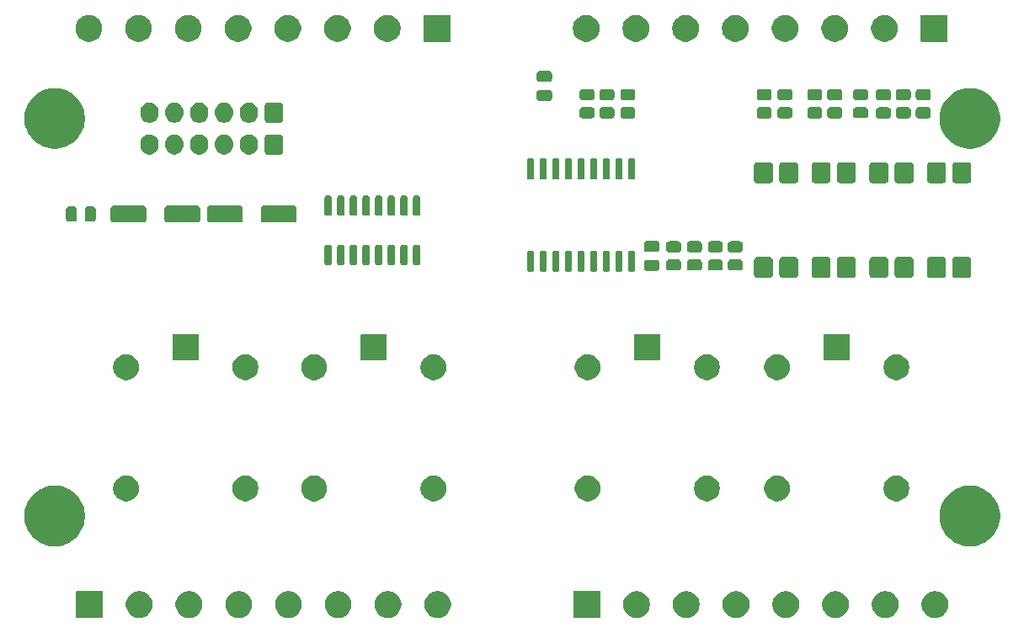
<source format=gbr>
%TF.GenerationSoftware,KiCad,Pcbnew,9.0.3*%
%TF.CreationDate,2025-10-14T20:28:44+02:00*%
%TF.ProjectId,esp32_blinds_controller,65737033-325f-4626-9c69-6e64735f636f,V0.3*%
%TF.SameCoordinates,Original*%
%TF.FileFunction,Soldermask,Top*%
%TF.FilePolarity,Negative*%
%FSLAX46Y46*%
G04 Gerber Fmt 4.6, Leading zero omitted, Abs format (unit mm)*
G04 Created by KiCad (PCBNEW 9.0.3) date 2025-10-14 20:28:44*
%MOMM*%
%LPD*%
G01*
G04 APERTURE LIST*
G04 APERTURE END LIST*
G36*
X109994517Y-124922882D02*
G01*
X110011062Y-124933938D01*
X110022118Y-124950483D01*
X110026000Y-124970000D01*
X110026000Y-127570000D01*
X110022118Y-127589517D01*
X110011062Y-127606062D01*
X109994517Y-127617118D01*
X109975000Y-127621000D01*
X107375000Y-127621000D01*
X107355483Y-127617118D01*
X107338938Y-127606062D01*
X107327882Y-127589517D01*
X107324000Y-127570000D01*
X107324000Y-124970000D01*
X107327882Y-124950483D01*
X107338938Y-124933938D01*
X107355483Y-124922882D01*
X107375000Y-124919000D01*
X109975000Y-124919000D01*
X109994517Y-124922882D01*
G37*
G36*
X159994517Y-124922882D02*
G01*
X160011062Y-124933938D01*
X160022118Y-124950483D01*
X160026000Y-124970000D01*
X160026000Y-127570000D01*
X160022118Y-127589517D01*
X160011062Y-127606062D01*
X159994517Y-127617118D01*
X159975000Y-127621000D01*
X157375000Y-127621000D01*
X157355483Y-127617118D01*
X157338938Y-127606062D01*
X157327882Y-127589517D01*
X157324000Y-127570000D01*
X157324000Y-124970000D01*
X157327882Y-124950483D01*
X157338938Y-124933938D01*
X157355483Y-124922882D01*
X157375000Y-124919000D01*
X159975000Y-124919000D01*
X159994517Y-124922882D01*
G37*
G36*
X113990385Y-124956328D02*
G01*
X114192005Y-125021839D01*
X114380896Y-125118083D01*
X114552404Y-125242692D01*
X114702308Y-125392596D01*
X114826917Y-125564104D01*
X114923161Y-125752995D01*
X114988672Y-125954615D01*
X115021835Y-126164002D01*
X115021835Y-126375998D01*
X114988672Y-126585385D01*
X114923161Y-126787005D01*
X114826917Y-126975896D01*
X114702308Y-127147404D01*
X114552404Y-127297308D01*
X114380896Y-127421917D01*
X114192005Y-127518161D01*
X113990385Y-127583672D01*
X113780998Y-127616835D01*
X113569002Y-127616835D01*
X113359615Y-127583672D01*
X113157995Y-127518161D01*
X112969104Y-127421917D01*
X112797596Y-127297308D01*
X112647692Y-127147404D01*
X112523083Y-126975896D01*
X112426839Y-126787005D01*
X112361328Y-126585385D01*
X112328165Y-126375998D01*
X112328165Y-126164002D01*
X112361328Y-125954615D01*
X112426839Y-125752995D01*
X112523083Y-125564104D01*
X112647692Y-125392596D01*
X112797596Y-125242692D01*
X112969104Y-125118083D01*
X113157995Y-125021839D01*
X113359615Y-124956328D01*
X113569002Y-124923165D01*
X113780998Y-124923165D01*
X113990385Y-124956328D01*
G37*
G36*
X118990385Y-124956328D02*
G01*
X119192005Y-125021839D01*
X119380896Y-125118083D01*
X119552404Y-125242692D01*
X119702308Y-125392596D01*
X119826917Y-125564104D01*
X119923161Y-125752995D01*
X119988672Y-125954615D01*
X120021835Y-126164002D01*
X120021835Y-126375998D01*
X119988672Y-126585385D01*
X119923161Y-126787005D01*
X119826917Y-126975896D01*
X119702308Y-127147404D01*
X119552404Y-127297308D01*
X119380896Y-127421917D01*
X119192005Y-127518161D01*
X118990385Y-127583672D01*
X118780998Y-127616835D01*
X118569002Y-127616835D01*
X118359615Y-127583672D01*
X118157995Y-127518161D01*
X117969104Y-127421917D01*
X117797596Y-127297308D01*
X117647692Y-127147404D01*
X117523083Y-126975896D01*
X117426839Y-126787005D01*
X117361328Y-126585385D01*
X117328165Y-126375998D01*
X117328165Y-126164002D01*
X117361328Y-125954615D01*
X117426839Y-125752995D01*
X117523083Y-125564104D01*
X117647692Y-125392596D01*
X117797596Y-125242692D01*
X117969104Y-125118083D01*
X118157995Y-125021839D01*
X118359615Y-124956328D01*
X118569002Y-124923165D01*
X118780998Y-124923165D01*
X118990385Y-124956328D01*
G37*
G36*
X123990385Y-124956328D02*
G01*
X124192005Y-125021839D01*
X124380896Y-125118083D01*
X124552404Y-125242692D01*
X124702308Y-125392596D01*
X124826917Y-125564104D01*
X124923161Y-125752995D01*
X124988672Y-125954615D01*
X125021835Y-126164002D01*
X125021835Y-126375998D01*
X124988672Y-126585385D01*
X124923161Y-126787005D01*
X124826917Y-126975896D01*
X124702308Y-127147404D01*
X124552404Y-127297308D01*
X124380896Y-127421917D01*
X124192005Y-127518161D01*
X123990385Y-127583672D01*
X123780998Y-127616835D01*
X123569002Y-127616835D01*
X123359615Y-127583672D01*
X123157995Y-127518161D01*
X122969104Y-127421917D01*
X122797596Y-127297308D01*
X122647692Y-127147404D01*
X122523083Y-126975896D01*
X122426839Y-126787005D01*
X122361328Y-126585385D01*
X122328165Y-126375998D01*
X122328165Y-126164002D01*
X122361328Y-125954615D01*
X122426839Y-125752995D01*
X122523083Y-125564104D01*
X122647692Y-125392596D01*
X122797596Y-125242692D01*
X122969104Y-125118083D01*
X123157995Y-125021839D01*
X123359615Y-124956328D01*
X123569002Y-124923165D01*
X123780998Y-124923165D01*
X123990385Y-124956328D01*
G37*
G36*
X128990385Y-124956328D02*
G01*
X129192005Y-125021839D01*
X129380896Y-125118083D01*
X129552404Y-125242692D01*
X129702308Y-125392596D01*
X129826917Y-125564104D01*
X129923161Y-125752995D01*
X129988672Y-125954615D01*
X130021835Y-126164002D01*
X130021835Y-126375998D01*
X129988672Y-126585385D01*
X129923161Y-126787005D01*
X129826917Y-126975896D01*
X129702308Y-127147404D01*
X129552404Y-127297308D01*
X129380896Y-127421917D01*
X129192005Y-127518161D01*
X128990385Y-127583672D01*
X128780998Y-127616835D01*
X128569002Y-127616835D01*
X128359615Y-127583672D01*
X128157995Y-127518161D01*
X127969104Y-127421917D01*
X127797596Y-127297308D01*
X127647692Y-127147404D01*
X127523083Y-126975896D01*
X127426839Y-126787005D01*
X127361328Y-126585385D01*
X127328165Y-126375998D01*
X127328165Y-126164002D01*
X127361328Y-125954615D01*
X127426839Y-125752995D01*
X127523083Y-125564104D01*
X127647692Y-125392596D01*
X127797596Y-125242692D01*
X127969104Y-125118083D01*
X128157995Y-125021839D01*
X128359615Y-124956328D01*
X128569002Y-124923165D01*
X128780998Y-124923165D01*
X128990385Y-124956328D01*
G37*
G36*
X133990385Y-124956328D02*
G01*
X134192005Y-125021839D01*
X134380896Y-125118083D01*
X134552404Y-125242692D01*
X134702308Y-125392596D01*
X134826917Y-125564104D01*
X134923161Y-125752995D01*
X134988672Y-125954615D01*
X135021835Y-126164002D01*
X135021835Y-126375998D01*
X134988672Y-126585385D01*
X134923161Y-126787005D01*
X134826917Y-126975896D01*
X134702308Y-127147404D01*
X134552404Y-127297308D01*
X134380896Y-127421917D01*
X134192005Y-127518161D01*
X133990385Y-127583672D01*
X133780998Y-127616835D01*
X133569002Y-127616835D01*
X133359615Y-127583672D01*
X133157995Y-127518161D01*
X132969104Y-127421917D01*
X132797596Y-127297308D01*
X132647692Y-127147404D01*
X132523083Y-126975896D01*
X132426839Y-126787005D01*
X132361328Y-126585385D01*
X132328165Y-126375998D01*
X132328165Y-126164002D01*
X132361328Y-125954615D01*
X132426839Y-125752995D01*
X132523083Y-125564104D01*
X132647692Y-125392596D01*
X132797596Y-125242692D01*
X132969104Y-125118083D01*
X133157995Y-125021839D01*
X133359615Y-124956328D01*
X133569002Y-124923165D01*
X133780998Y-124923165D01*
X133990385Y-124956328D01*
G37*
G36*
X138990385Y-124956328D02*
G01*
X139192005Y-125021839D01*
X139380896Y-125118083D01*
X139552404Y-125242692D01*
X139702308Y-125392596D01*
X139826917Y-125564104D01*
X139923161Y-125752995D01*
X139988672Y-125954615D01*
X140021835Y-126164002D01*
X140021835Y-126375998D01*
X139988672Y-126585385D01*
X139923161Y-126787005D01*
X139826917Y-126975896D01*
X139702308Y-127147404D01*
X139552404Y-127297308D01*
X139380896Y-127421917D01*
X139192005Y-127518161D01*
X138990385Y-127583672D01*
X138780998Y-127616835D01*
X138569002Y-127616835D01*
X138359615Y-127583672D01*
X138157995Y-127518161D01*
X137969104Y-127421917D01*
X137797596Y-127297308D01*
X137647692Y-127147404D01*
X137523083Y-126975896D01*
X137426839Y-126787005D01*
X137361328Y-126585385D01*
X137328165Y-126375998D01*
X137328165Y-126164002D01*
X137361328Y-125954615D01*
X137426839Y-125752995D01*
X137523083Y-125564104D01*
X137647692Y-125392596D01*
X137797596Y-125242692D01*
X137969104Y-125118083D01*
X138157995Y-125021839D01*
X138359615Y-124956328D01*
X138569002Y-124923165D01*
X138780998Y-124923165D01*
X138990385Y-124956328D01*
G37*
G36*
X143990385Y-124956328D02*
G01*
X144192005Y-125021839D01*
X144380896Y-125118083D01*
X144552404Y-125242692D01*
X144702308Y-125392596D01*
X144826917Y-125564104D01*
X144923161Y-125752995D01*
X144988672Y-125954615D01*
X145021835Y-126164002D01*
X145021835Y-126375998D01*
X144988672Y-126585385D01*
X144923161Y-126787005D01*
X144826917Y-126975896D01*
X144702308Y-127147404D01*
X144552404Y-127297308D01*
X144380896Y-127421917D01*
X144192005Y-127518161D01*
X143990385Y-127583672D01*
X143780998Y-127616835D01*
X143569002Y-127616835D01*
X143359615Y-127583672D01*
X143157995Y-127518161D01*
X142969104Y-127421917D01*
X142797596Y-127297308D01*
X142647692Y-127147404D01*
X142523083Y-126975896D01*
X142426839Y-126787005D01*
X142361328Y-126585385D01*
X142328165Y-126375998D01*
X142328165Y-126164002D01*
X142361328Y-125954615D01*
X142426839Y-125752995D01*
X142523083Y-125564104D01*
X142647692Y-125392596D01*
X142797596Y-125242692D01*
X142969104Y-125118083D01*
X143157995Y-125021839D01*
X143359615Y-124956328D01*
X143569002Y-124923165D01*
X143780998Y-124923165D01*
X143990385Y-124956328D01*
G37*
G36*
X163990385Y-124956328D02*
G01*
X164192005Y-125021839D01*
X164380896Y-125118083D01*
X164552404Y-125242692D01*
X164702308Y-125392596D01*
X164826917Y-125564104D01*
X164923161Y-125752995D01*
X164988672Y-125954615D01*
X165021835Y-126164002D01*
X165021835Y-126375998D01*
X164988672Y-126585385D01*
X164923161Y-126787005D01*
X164826917Y-126975896D01*
X164702308Y-127147404D01*
X164552404Y-127297308D01*
X164380896Y-127421917D01*
X164192005Y-127518161D01*
X163990385Y-127583672D01*
X163780998Y-127616835D01*
X163569002Y-127616835D01*
X163359615Y-127583672D01*
X163157995Y-127518161D01*
X162969104Y-127421917D01*
X162797596Y-127297308D01*
X162647692Y-127147404D01*
X162523083Y-126975896D01*
X162426839Y-126787005D01*
X162361328Y-126585385D01*
X162328165Y-126375998D01*
X162328165Y-126164002D01*
X162361328Y-125954615D01*
X162426839Y-125752995D01*
X162523083Y-125564104D01*
X162647692Y-125392596D01*
X162797596Y-125242692D01*
X162969104Y-125118083D01*
X163157995Y-125021839D01*
X163359615Y-124956328D01*
X163569002Y-124923165D01*
X163780998Y-124923165D01*
X163990385Y-124956328D01*
G37*
G36*
X168990385Y-124956328D02*
G01*
X169192005Y-125021839D01*
X169380896Y-125118083D01*
X169552404Y-125242692D01*
X169702308Y-125392596D01*
X169826917Y-125564104D01*
X169923161Y-125752995D01*
X169988672Y-125954615D01*
X170021835Y-126164002D01*
X170021835Y-126375998D01*
X169988672Y-126585385D01*
X169923161Y-126787005D01*
X169826917Y-126975896D01*
X169702308Y-127147404D01*
X169552404Y-127297308D01*
X169380896Y-127421917D01*
X169192005Y-127518161D01*
X168990385Y-127583672D01*
X168780998Y-127616835D01*
X168569002Y-127616835D01*
X168359615Y-127583672D01*
X168157995Y-127518161D01*
X167969104Y-127421917D01*
X167797596Y-127297308D01*
X167647692Y-127147404D01*
X167523083Y-126975896D01*
X167426839Y-126787005D01*
X167361328Y-126585385D01*
X167328165Y-126375998D01*
X167328165Y-126164002D01*
X167361328Y-125954615D01*
X167426839Y-125752995D01*
X167523083Y-125564104D01*
X167647692Y-125392596D01*
X167797596Y-125242692D01*
X167969104Y-125118083D01*
X168157995Y-125021839D01*
X168359615Y-124956328D01*
X168569002Y-124923165D01*
X168780998Y-124923165D01*
X168990385Y-124956328D01*
G37*
G36*
X173990385Y-124956328D02*
G01*
X174192005Y-125021839D01*
X174380896Y-125118083D01*
X174552404Y-125242692D01*
X174702308Y-125392596D01*
X174826917Y-125564104D01*
X174923161Y-125752995D01*
X174988672Y-125954615D01*
X175021835Y-126164002D01*
X175021835Y-126375998D01*
X174988672Y-126585385D01*
X174923161Y-126787005D01*
X174826917Y-126975896D01*
X174702308Y-127147404D01*
X174552404Y-127297308D01*
X174380896Y-127421917D01*
X174192005Y-127518161D01*
X173990385Y-127583672D01*
X173780998Y-127616835D01*
X173569002Y-127616835D01*
X173359615Y-127583672D01*
X173157995Y-127518161D01*
X172969104Y-127421917D01*
X172797596Y-127297308D01*
X172647692Y-127147404D01*
X172523083Y-126975896D01*
X172426839Y-126787005D01*
X172361328Y-126585385D01*
X172328165Y-126375998D01*
X172328165Y-126164002D01*
X172361328Y-125954615D01*
X172426839Y-125752995D01*
X172523083Y-125564104D01*
X172647692Y-125392596D01*
X172797596Y-125242692D01*
X172969104Y-125118083D01*
X173157995Y-125021839D01*
X173359615Y-124956328D01*
X173569002Y-124923165D01*
X173780998Y-124923165D01*
X173990385Y-124956328D01*
G37*
G36*
X178990385Y-124956328D02*
G01*
X179192005Y-125021839D01*
X179380896Y-125118083D01*
X179552404Y-125242692D01*
X179702308Y-125392596D01*
X179826917Y-125564104D01*
X179923161Y-125752995D01*
X179988672Y-125954615D01*
X180021835Y-126164002D01*
X180021835Y-126375998D01*
X179988672Y-126585385D01*
X179923161Y-126787005D01*
X179826917Y-126975896D01*
X179702308Y-127147404D01*
X179552404Y-127297308D01*
X179380896Y-127421917D01*
X179192005Y-127518161D01*
X178990385Y-127583672D01*
X178780998Y-127616835D01*
X178569002Y-127616835D01*
X178359615Y-127583672D01*
X178157995Y-127518161D01*
X177969104Y-127421917D01*
X177797596Y-127297308D01*
X177647692Y-127147404D01*
X177523083Y-126975896D01*
X177426839Y-126787005D01*
X177361328Y-126585385D01*
X177328165Y-126375998D01*
X177328165Y-126164002D01*
X177361328Y-125954615D01*
X177426839Y-125752995D01*
X177523083Y-125564104D01*
X177647692Y-125392596D01*
X177797596Y-125242692D01*
X177969104Y-125118083D01*
X178157995Y-125021839D01*
X178359615Y-124956328D01*
X178569002Y-124923165D01*
X178780998Y-124923165D01*
X178990385Y-124956328D01*
G37*
G36*
X183990385Y-124956328D02*
G01*
X184192005Y-125021839D01*
X184380896Y-125118083D01*
X184552404Y-125242692D01*
X184702308Y-125392596D01*
X184826917Y-125564104D01*
X184923161Y-125752995D01*
X184988672Y-125954615D01*
X185021835Y-126164002D01*
X185021835Y-126375998D01*
X184988672Y-126585385D01*
X184923161Y-126787005D01*
X184826917Y-126975896D01*
X184702308Y-127147404D01*
X184552404Y-127297308D01*
X184380896Y-127421917D01*
X184192005Y-127518161D01*
X183990385Y-127583672D01*
X183780998Y-127616835D01*
X183569002Y-127616835D01*
X183359615Y-127583672D01*
X183157995Y-127518161D01*
X182969104Y-127421917D01*
X182797596Y-127297308D01*
X182647692Y-127147404D01*
X182523083Y-126975896D01*
X182426839Y-126787005D01*
X182361328Y-126585385D01*
X182328165Y-126375998D01*
X182328165Y-126164002D01*
X182361328Y-125954615D01*
X182426839Y-125752995D01*
X182523083Y-125564104D01*
X182647692Y-125392596D01*
X182797596Y-125242692D01*
X182969104Y-125118083D01*
X183157995Y-125021839D01*
X183359615Y-124956328D01*
X183569002Y-124923165D01*
X183780998Y-124923165D01*
X183990385Y-124956328D01*
G37*
G36*
X188990385Y-124956328D02*
G01*
X189192005Y-125021839D01*
X189380896Y-125118083D01*
X189552404Y-125242692D01*
X189702308Y-125392596D01*
X189826917Y-125564104D01*
X189923161Y-125752995D01*
X189988672Y-125954615D01*
X190021835Y-126164002D01*
X190021835Y-126375998D01*
X189988672Y-126585385D01*
X189923161Y-126787005D01*
X189826917Y-126975896D01*
X189702308Y-127147404D01*
X189552404Y-127297308D01*
X189380896Y-127421917D01*
X189192005Y-127518161D01*
X188990385Y-127583672D01*
X188780998Y-127616835D01*
X188569002Y-127616835D01*
X188359615Y-127583672D01*
X188157995Y-127518161D01*
X187969104Y-127421917D01*
X187797596Y-127297308D01*
X187647692Y-127147404D01*
X187523083Y-126975896D01*
X187426839Y-126787005D01*
X187361328Y-126585385D01*
X187328165Y-126375998D01*
X187328165Y-126164002D01*
X187361328Y-125954615D01*
X187426839Y-125752995D01*
X187523083Y-125564104D01*
X187647692Y-125392596D01*
X187797596Y-125242692D01*
X187969104Y-125118083D01*
X188157995Y-125021839D01*
X188359615Y-124956328D01*
X188569002Y-124923165D01*
X188780998Y-124923165D01*
X188990385Y-124956328D01*
G37*
G36*
X193990385Y-124956328D02*
G01*
X194192005Y-125021839D01*
X194380896Y-125118083D01*
X194552404Y-125242692D01*
X194702308Y-125392596D01*
X194826917Y-125564104D01*
X194923161Y-125752995D01*
X194988672Y-125954615D01*
X195021835Y-126164002D01*
X195021835Y-126375998D01*
X194988672Y-126585385D01*
X194923161Y-126787005D01*
X194826917Y-126975896D01*
X194702308Y-127147404D01*
X194552404Y-127297308D01*
X194380896Y-127421917D01*
X194192005Y-127518161D01*
X193990385Y-127583672D01*
X193780998Y-127616835D01*
X193569002Y-127616835D01*
X193359615Y-127583672D01*
X193157995Y-127518161D01*
X192969104Y-127421917D01*
X192797596Y-127297308D01*
X192647692Y-127147404D01*
X192523083Y-126975896D01*
X192426839Y-126787005D01*
X192361328Y-126585385D01*
X192328165Y-126375998D01*
X192328165Y-126164002D01*
X192361328Y-125954615D01*
X192426839Y-125752995D01*
X192523083Y-125564104D01*
X192647692Y-125392596D01*
X192797596Y-125242692D01*
X192969104Y-125118083D01*
X193157995Y-125021839D01*
X193359615Y-124956328D01*
X193569002Y-124923165D01*
X193780998Y-124923165D01*
X193990385Y-124956328D01*
G37*
G36*
X105686061Y-114362108D02*
G01*
X106019625Y-114438241D01*
X106342567Y-114551244D01*
X106650826Y-114699693D01*
X106940526Y-114881724D01*
X107208023Y-115095046D01*
X107449954Y-115336977D01*
X107663276Y-115604474D01*
X107845307Y-115894174D01*
X107993756Y-116202433D01*
X108106759Y-116525375D01*
X108182892Y-116858939D01*
X108221200Y-117198929D01*
X108221200Y-117541071D01*
X108182892Y-117881061D01*
X108106759Y-118214625D01*
X107993756Y-118537567D01*
X107845307Y-118845826D01*
X107663276Y-119135526D01*
X107449954Y-119403023D01*
X107208023Y-119644954D01*
X106940526Y-119858276D01*
X106650826Y-120040307D01*
X106342567Y-120188756D01*
X106019625Y-120301759D01*
X105686061Y-120377892D01*
X105346071Y-120416200D01*
X105003929Y-120416200D01*
X104663939Y-120377892D01*
X104330375Y-120301759D01*
X104007433Y-120188756D01*
X103699174Y-120040307D01*
X103409474Y-119858276D01*
X103141977Y-119644954D01*
X102900046Y-119403023D01*
X102686724Y-119135526D01*
X102504693Y-118845826D01*
X102356244Y-118537567D01*
X102243241Y-118214625D01*
X102167108Y-117881061D01*
X102128800Y-117541071D01*
X102128800Y-117198929D01*
X102167108Y-116858939D01*
X102243241Y-116525375D01*
X102356244Y-116202433D01*
X102504693Y-115894174D01*
X102686724Y-115604474D01*
X102900046Y-115336977D01*
X103141977Y-115095046D01*
X103409474Y-114881724D01*
X103699174Y-114699693D01*
X104007433Y-114551244D01*
X104330375Y-114438241D01*
X104663939Y-114362108D01*
X105003929Y-114323800D01*
X105346071Y-114323800D01*
X105686061Y-114362108D01*
G37*
G36*
X197686061Y-114362108D02*
G01*
X198019625Y-114438241D01*
X198342567Y-114551244D01*
X198650826Y-114699693D01*
X198940526Y-114881724D01*
X199208023Y-115095046D01*
X199449954Y-115336977D01*
X199663276Y-115604474D01*
X199845307Y-115894174D01*
X199993756Y-116202433D01*
X200106759Y-116525375D01*
X200182892Y-116858939D01*
X200221200Y-117198929D01*
X200221200Y-117541071D01*
X200182892Y-117881061D01*
X200106759Y-118214625D01*
X199993756Y-118537567D01*
X199845307Y-118845826D01*
X199663276Y-119135526D01*
X199449954Y-119403023D01*
X199208023Y-119644954D01*
X198940526Y-119858276D01*
X198650826Y-120040307D01*
X198342567Y-120188756D01*
X198019625Y-120301759D01*
X197686061Y-120377892D01*
X197346071Y-120416200D01*
X197003929Y-120416200D01*
X196663939Y-120377892D01*
X196330375Y-120301759D01*
X196007433Y-120188756D01*
X195699174Y-120040307D01*
X195409474Y-119858276D01*
X195141977Y-119644954D01*
X194900046Y-119403023D01*
X194686724Y-119135526D01*
X194504693Y-118845826D01*
X194356244Y-118537567D01*
X194243241Y-118214625D01*
X194167108Y-117881061D01*
X194128800Y-117541071D01*
X194128800Y-117198929D01*
X194167108Y-116858939D01*
X194243241Y-116525375D01*
X194356244Y-116202433D01*
X194504693Y-115894174D01*
X194686724Y-115604474D01*
X194900046Y-115336977D01*
X195141977Y-115095046D01*
X195409474Y-114881724D01*
X195699174Y-114699693D01*
X196007433Y-114551244D01*
X196330375Y-114438241D01*
X196663939Y-114362108D01*
X197003929Y-114323800D01*
X197346071Y-114323800D01*
X197686061Y-114362108D01*
G37*
G36*
X112653712Y-113334947D02*
G01*
X112847871Y-113398033D01*
X113029771Y-113490715D01*
X113194932Y-113610712D01*
X113339288Y-113755068D01*
X113459285Y-113920229D01*
X113551967Y-114102129D01*
X113615053Y-114296288D01*
X113646989Y-114497925D01*
X113646989Y-114702075D01*
X113615053Y-114903712D01*
X113551967Y-115097871D01*
X113459285Y-115279771D01*
X113339288Y-115444932D01*
X113194932Y-115589288D01*
X113029771Y-115709285D01*
X112847871Y-115801967D01*
X112653712Y-115865053D01*
X112452075Y-115896989D01*
X112247925Y-115896989D01*
X112046288Y-115865053D01*
X111852129Y-115801967D01*
X111670229Y-115709285D01*
X111505068Y-115589288D01*
X111360712Y-115444932D01*
X111240715Y-115279771D01*
X111148033Y-115097871D01*
X111084947Y-114903712D01*
X111053011Y-114702075D01*
X111053011Y-114497925D01*
X111084947Y-114296288D01*
X111148033Y-114102129D01*
X111240715Y-113920229D01*
X111360712Y-113755068D01*
X111505068Y-113610712D01*
X111670229Y-113490715D01*
X111852129Y-113398033D01*
X112046288Y-113334947D01*
X112247925Y-113303011D01*
X112452075Y-113303011D01*
X112653712Y-113334947D01*
G37*
G36*
X124653712Y-113334947D02*
G01*
X124847871Y-113398033D01*
X125029771Y-113490715D01*
X125194932Y-113610712D01*
X125339288Y-113755068D01*
X125459285Y-113920229D01*
X125551967Y-114102129D01*
X125615053Y-114296288D01*
X125646989Y-114497925D01*
X125646989Y-114702075D01*
X125615053Y-114903712D01*
X125551967Y-115097871D01*
X125459285Y-115279771D01*
X125339288Y-115444932D01*
X125194932Y-115589288D01*
X125029771Y-115709285D01*
X124847871Y-115801967D01*
X124653712Y-115865053D01*
X124452075Y-115896989D01*
X124247925Y-115896989D01*
X124046288Y-115865053D01*
X123852129Y-115801967D01*
X123670229Y-115709285D01*
X123505068Y-115589288D01*
X123360712Y-115444932D01*
X123240715Y-115279771D01*
X123148033Y-115097871D01*
X123084947Y-114903712D01*
X123053011Y-114702075D01*
X123053011Y-114497925D01*
X123084947Y-114296288D01*
X123148033Y-114102129D01*
X123240715Y-113920229D01*
X123360712Y-113755068D01*
X123505068Y-113610712D01*
X123670229Y-113490715D01*
X123852129Y-113398033D01*
X124046288Y-113334947D01*
X124247925Y-113303011D01*
X124452075Y-113303011D01*
X124653712Y-113334947D01*
G37*
G36*
X131553712Y-113334947D02*
G01*
X131747871Y-113398033D01*
X131929771Y-113490715D01*
X132094932Y-113610712D01*
X132239288Y-113755068D01*
X132359285Y-113920229D01*
X132451967Y-114102129D01*
X132515053Y-114296288D01*
X132546989Y-114497925D01*
X132546989Y-114702075D01*
X132515053Y-114903712D01*
X132451967Y-115097871D01*
X132359285Y-115279771D01*
X132239288Y-115444932D01*
X132094932Y-115589288D01*
X131929771Y-115709285D01*
X131747871Y-115801967D01*
X131553712Y-115865053D01*
X131352075Y-115896989D01*
X131147925Y-115896989D01*
X130946288Y-115865053D01*
X130752129Y-115801967D01*
X130570229Y-115709285D01*
X130405068Y-115589288D01*
X130260712Y-115444932D01*
X130140715Y-115279771D01*
X130048033Y-115097871D01*
X129984947Y-114903712D01*
X129953011Y-114702075D01*
X129953011Y-114497925D01*
X129984947Y-114296288D01*
X130048033Y-114102129D01*
X130140715Y-113920229D01*
X130260712Y-113755068D01*
X130405068Y-113610712D01*
X130570229Y-113490715D01*
X130752129Y-113398033D01*
X130946288Y-113334947D01*
X131147925Y-113303011D01*
X131352075Y-113303011D01*
X131553712Y-113334947D01*
G37*
G36*
X143553712Y-113334947D02*
G01*
X143747871Y-113398033D01*
X143929771Y-113490715D01*
X144094932Y-113610712D01*
X144239288Y-113755068D01*
X144359285Y-113920229D01*
X144451967Y-114102129D01*
X144515053Y-114296288D01*
X144546989Y-114497925D01*
X144546989Y-114702075D01*
X144515053Y-114903712D01*
X144451967Y-115097871D01*
X144359285Y-115279771D01*
X144239288Y-115444932D01*
X144094932Y-115589288D01*
X143929771Y-115709285D01*
X143747871Y-115801967D01*
X143553712Y-115865053D01*
X143352075Y-115896989D01*
X143147925Y-115896989D01*
X142946288Y-115865053D01*
X142752129Y-115801967D01*
X142570229Y-115709285D01*
X142405068Y-115589288D01*
X142260712Y-115444932D01*
X142140715Y-115279771D01*
X142048033Y-115097871D01*
X141984947Y-114903712D01*
X141953011Y-114702075D01*
X141953011Y-114497925D01*
X141984947Y-114296288D01*
X142048033Y-114102129D01*
X142140715Y-113920229D01*
X142260712Y-113755068D01*
X142405068Y-113610712D01*
X142570229Y-113490715D01*
X142752129Y-113398033D01*
X142946288Y-113334947D01*
X143147925Y-113303011D01*
X143352075Y-113303011D01*
X143553712Y-113334947D01*
G37*
G36*
X159053712Y-113334947D02*
G01*
X159247871Y-113398033D01*
X159429771Y-113490715D01*
X159594932Y-113610712D01*
X159739288Y-113755068D01*
X159859285Y-113920229D01*
X159951967Y-114102129D01*
X160015053Y-114296288D01*
X160046989Y-114497925D01*
X160046989Y-114702075D01*
X160015053Y-114903712D01*
X159951967Y-115097871D01*
X159859285Y-115279771D01*
X159739288Y-115444932D01*
X159594932Y-115589288D01*
X159429771Y-115709285D01*
X159247871Y-115801967D01*
X159053712Y-115865053D01*
X158852075Y-115896989D01*
X158647925Y-115896989D01*
X158446288Y-115865053D01*
X158252129Y-115801967D01*
X158070229Y-115709285D01*
X157905068Y-115589288D01*
X157760712Y-115444932D01*
X157640715Y-115279771D01*
X157548033Y-115097871D01*
X157484947Y-114903712D01*
X157453011Y-114702075D01*
X157453011Y-114497925D01*
X157484947Y-114296288D01*
X157548033Y-114102129D01*
X157640715Y-113920229D01*
X157760712Y-113755068D01*
X157905068Y-113610712D01*
X158070229Y-113490715D01*
X158252129Y-113398033D01*
X158446288Y-113334947D01*
X158647925Y-113303011D01*
X158852075Y-113303011D01*
X159053712Y-113334947D01*
G37*
G36*
X171053712Y-113334947D02*
G01*
X171247871Y-113398033D01*
X171429771Y-113490715D01*
X171594932Y-113610712D01*
X171739288Y-113755068D01*
X171859285Y-113920229D01*
X171951967Y-114102129D01*
X172015053Y-114296288D01*
X172046989Y-114497925D01*
X172046989Y-114702075D01*
X172015053Y-114903712D01*
X171951967Y-115097871D01*
X171859285Y-115279771D01*
X171739288Y-115444932D01*
X171594932Y-115589288D01*
X171429771Y-115709285D01*
X171247871Y-115801967D01*
X171053712Y-115865053D01*
X170852075Y-115896989D01*
X170647925Y-115896989D01*
X170446288Y-115865053D01*
X170252129Y-115801967D01*
X170070229Y-115709285D01*
X169905068Y-115589288D01*
X169760712Y-115444932D01*
X169640715Y-115279771D01*
X169548033Y-115097871D01*
X169484947Y-114903712D01*
X169453011Y-114702075D01*
X169453011Y-114497925D01*
X169484947Y-114296288D01*
X169548033Y-114102129D01*
X169640715Y-113920229D01*
X169760712Y-113755068D01*
X169905068Y-113610712D01*
X170070229Y-113490715D01*
X170252129Y-113398033D01*
X170446288Y-113334947D01*
X170647925Y-113303011D01*
X170852075Y-113303011D01*
X171053712Y-113334947D01*
G37*
G36*
X178103712Y-113334947D02*
G01*
X178297871Y-113398033D01*
X178479771Y-113490715D01*
X178644932Y-113610712D01*
X178789288Y-113755068D01*
X178909285Y-113920229D01*
X179001967Y-114102129D01*
X179065053Y-114296288D01*
X179096989Y-114497925D01*
X179096989Y-114702075D01*
X179065053Y-114903712D01*
X179001967Y-115097871D01*
X178909285Y-115279771D01*
X178789288Y-115444932D01*
X178644932Y-115589288D01*
X178479771Y-115709285D01*
X178297871Y-115801967D01*
X178103712Y-115865053D01*
X177902075Y-115896989D01*
X177697925Y-115896989D01*
X177496288Y-115865053D01*
X177302129Y-115801967D01*
X177120229Y-115709285D01*
X176955068Y-115589288D01*
X176810712Y-115444932D01*
X176690715Y-115279771D01*
X176598033Y-115097871D01*
X176534947Y-114903712D01*
X176503011Y-114702075D01*
X176503011Y-114497925D01*
X176534947Y-114296288D01*
X176598033Y-114102129D01*
X176690715Y-113920229D01*
X176810712Y-113755068D01*
X176955068Y-113610712D01*
X177120229Y-113490715D01*
X177302129Y-113398033D01*
X177496288Y-113334947D01*
X177697925Y-113303011D01*
X177902075Y-113303011D01*
X178103712Y-113334947D01*
G37*
G36*
X190103712Y-113334947D02*
G01*
X190297871Y-113398033D01*
X190479771Y-113490715D01*
X190644932Y-113610712D01*
X190789288Y-113755068D01*
X190909285Y-113920229D01*
X191001967Y-114102129D01*
X191065053Y-114296288D01*
X191096989Y-114497925D01*
X191096989Y-114702075D01*
X191065053Y-114903712D01*
X191001967Y-115097871D01*
X190909285Y-115279771D01*
X190789288Y-115444932D01*
X190644932Y-115589288D01*
X190479771Y-115709285D01*
X190297871Y-115801967D01*
X190103712Y-115865053D01*
X189902075Y-115896989D01*
X189697925Y-115896989D01*
X189496288Y-115865053D01*
X189302129Y-115801967D01*
X189120229Y-115709285D01*
X188955068Y-115589288D01*
X188810712Y-115444932D01*
X188690715Y-115279771D01*
X188598033Y-115097871D01*
X188534947Y-114903712D01*
X188503011Y-114702075D01*
X188503011Y-114497925D01*
X188534947Y-114296288D01*
X188598033Y-114102129D01*
X188690715Y-113920229D01*
X188810712Y-113755068D01*
X188955068Y-113610712D01*
X189120229Y-113490715D01*
X189302129Y-113398033D01*
X189496288Y-113334947D01*
X189697925Y-113303011D01*
X189902075Y-113303011D01*
X190103712Y-113334947D01*
G37*
G36*
X112653712Y-101134947D02*
G01*
X112847871Y-101198033D01*
X113029771Y-101290715D01*
X113194932Y-101410712D01*
X113339288Y-101555068D01*
X113459285Y-101720229D01*
X113551967Y-101902129D01*
X113615053Y-102096288D01*
X113646989Y-102297925D01*
X113646989Y-102502075D01*
X113615053Y-102703712D01*
X113551967Y-102897871D01*
X113459285Y-103079771D01*
X113339288Y-103244932D01*
X113194932Y-103389288D01*
X113029771Y-103509285D01*
X112847871Y-103601967D01*
X112653712Y-103665053D01*
X112452075Y-103696989D01*
X112247925Y-103696989D01*
X112046288Y-103665053D01*
X111852129Y-103601967D01*
X111670229Y-103509285D01*
X111505068Y-103389288D01*
X111360712Y-103244932D01*
X111240715Y-103079771D01*
X111148033Y-102897871D01*
X111084947Y-102703712D01*
X111053011Y-102502075D01*
X111053011Y-102297925D01*
X111084947Y-102096288D01*
X111148033Y-101902129D01*
X111240715Y-101720229D01*
X111360712Y-101555068D01*
X111505068Y-101410712D01*
X111670229Y-101290715D01*
X111852129Y-101198033D01*
X112046288Y-101134947D01*
X112247925Y-101103011D01*
X112452075Y-101103011D01*
X112653712Y-101134947D01*
G37*
G36*
X124653712Y-101134947D02*
G01*
X124847871Y-101198033D01*
X125029771Y-101290715D01*
X125194932Y-101410712D01*
X125339288Y-101555068D01*
X125459285Y-101720229D01*
X125551967Y-101902129D01*
X125615053Y-102096288D01*
X125646989Y-102297925D01*
X125646989Y-102502075D01*
X125615053Y-102703712D01*
X125551967Y-102897871D01*
X125459285Y-103079771D01*
X125339288Y-103244932D01*
X125194932Y-103389288D01*
X125029771Y-103509285D01*
X124847871Y-103601967D01*
X124653712Y-103665053D01*
X124452075Y-103696989D01*
X124247925Y-103696989D01*
X124046288Y-103665053D01*
X123852129Y-103601967D01*
X123670229Y-103509285D01*
X123505068Y-103389288D01*
X123360712Y-103244932D01*
X123240715Y-103079771D01*
X123148033Y-102897871D01*
X123084947Y-102703712D01*
X123053011Y-102502075D01*
X123053011Y-102297925D01*
X123084947Y-102096288D01*
X123148033Y-101902129D01*
X123240715Y-101720229D01*
X123360712Y-101555068D01*
X123505068Y-101410712D01*
X123670229Y-101290715D01*
X123852129Y-101198033D01*
X124046288Y-101134947D01*
X124247925Y-101103011D01*
X124452075Y-101103011D01*
X124653712Y-101134947D01*
G37*
G36*
X131553712Y-101134947D02*
G01*
X131747871Y-101198033D01*
X131929771Y-101290715D01*
X132094932Y-101410712D01*
X132239288Y-101555068D01*
X132359285Y-101720229D01*
X132451967Y-101902129D01*
X132515053Y-102096288D01*
X132546989Y-102297925D01*
X132546989Y-102502075D01*
X132515053Y-102703712D01*
X132451967Y-102897871D01*
X132359285Y-103079771D01*
X132239288Y-103244932D01*
X132094932Y-103389288D01*
X131929771Y-103509285D01*
X131747871Y-103601967D01*
X131553712Y-103665053D01*
X131352075Y-103696989D01*
X131147925Y-103696989D01*
X130946288Y-103665053D01*
X130752129Y-103601967D01*
X130570229Y-103509285D01*
X130405068Y-103389288D01*
X130260712Y-103244932D01*
X130140715Y-103079771D01*
X130048033Y-102897871D01*
X129984947Y-102703712D01*
X129953011Y-102502075D01*
X129953011Y-102297925D01*
X129984947Y-102096288D01*
X130048033Y-101902129D01*
X130140715Y-101720229D01*
X130260712Y-101555068D01*
X130405068Y-101410712D01*
X130570229Y-101290715D01*
X130752129Y-101198033D01*
X130946288Y-101134947D01*
X131147925Y-101103011D01*
X131352075Y-101103011D01*
X131553712Y-101134947D01*
G37*
G36*
X143553712Y-101134947D02*
G01*
X143747871Y-101198033D01*
X143929771Y-101290715D01*
X144094932Y-101410712D01*
X144239288Y-101555068D01*
X144359285Y-101720229D01*
X144451967Y-101902129D01*
X144515053Y-102096288D01*
X144546989Y-102297925D01*
X144546989Y-102502075D01*
X144515053Y-102703712D01*
X144451967Y-102897871D01*
X144359285Y-103079771D01*
X144239288Y-103244932D01*
X144094932Y-103389288D01*
X143929771Y-103509285D01*
X143747871Y-103601967D01*
X143553712Y-103665053D01*
X143352075Y-103696989D01*
X143147925Y-103696989D01*
X142946288Y-103665053D01*
X142752129Y-103601967D01*
X142570229Y-103509285D01*
X142405068Y-103389288D01*
X142260712Y-103244932D01*
X142140715Y-103079771D01*
X142048033Y-102897871D01*
X141984947Y-102703712D01*
X141953011Y-102502075D01*
X141953011Y-102297925D01*
X141984947Y-102096288D01*
X142048033Y-101902129D01*
X142140715Y-101720229D01*
X142260712Y-101555068D01*
X142405068Y-101410712D01*
X142570229Y-101290715D01*
X142752129Y-101198033D01*
X142946288Y-101134947D01*
X143147925Y-101103011D01*
X143352075Y-101103011D01*
X143553712Y-101134947D01*
G37*
G36*
X159053712Y-101134947D02*
G01*
X159247871Y-101198033D01*
X159429771Y-101290715D01*
X159594932Y-101410712D01*
X159739288Y-101555068D01*
X159859285Y-101720229D01*
X159951967Y-101902129D01*
X160015053Y-102096288D01*
X160046989Y-102297925D01*
X160046989Y-102502075D01*
X160015053Y-102703712D01*
X159951967Y-102897871D01*
X159859285Y-103079771D01*
X159739288Y-103244932D01*
X159594932Y-103389288D01*
X159429771Y-103509285D01*
X159247871Y-103601967D01*
X159053712Y-103665053D01*
X158852075Y-103696989D01*
X158647925Y-103696989D01*
X158446288Y-103665053D01*
X158252129Y-103601967D01*
X158070229Y-103509285D01*
X157905068Y-103389288D01*
X157760712Y-103244932D01*
X157640715Y-103079771D01*
X157548033Y-102897871D01*
X157484947Y-102703712D01*
X157453011Y-102502075D01*
X157453011Y-102297925D01*
X157484947Y-102096288D01*
X157548033Y-101902129D01*
X157640715Y-101720229D01*
X157760712Y-101555068D01*
X157905068Y-101410712D01*
X158070229Y-101290715D01*
X158252129Y-101198033D01*
X158446288Y-101134947D01*
X158647925Y-101103011D01*
X158852075Y-101103011D01*
X159053712Y-101134947D01*
G37*
G36*
X171053712Y-101134947D02*
G01*
X171247871Y-101198033D01*
X171429771Y-101290715D01*
X171594932Y-101410712D01*
X171739288Y-101555068D01*
X171859285Y-101720229D01*
X171951967Y-101902129D01*
X172015053Y-102096288D01*
X172046989Y-102297925D01*
X172046989Y-102502075D01*
X172015053Y-102703712D01*
X171951967Y-102897871D01*
X171859285Y-103079771D01*
X171739288Y-103244932D01*
X171594932Y-103389288D01*
X171429771Y-103509285D01*
X171247871Y-103601967D01*
X171053712Y-103665053D01*
X170852075Y-103696989D01*
X170647925Y-103696989D01*
X170446288Y-103665053D01*
X170252129Y-103601967D01*
X170070229Y-103509285D01*
X169905068Y-103389288D01*
X169760712Y-103244932D01*
X169640715Y-103079771D01*
X169548033Y-102897871D01*
X169484947Y-102703712D01*
X169453011Y-102502075D01*
X169453011Y-102297925D01*
X169484947Y-102096288D01*
X169548033Y-101902129D01*
X169640715Y-101720229D01*
X169760712Y-101555068D01*
X169905068Y-101410712D01*
X170070229Y-101290715D01*
X170252129Y-101198033D01*
X170446288Y-101134947D01*
X170647925Y-101103011D01*
X170852075Y-101103011D01*
X171053712Y-101134947D01*
G37*
G36*
X178103712Y-101134947D02*
G01*
X178297871Y-101198033D01*
X178479771Y-101290715D01*
X178644932Y-101410712D01*
X178789288Y-101555068D01*
X178909285Y-101720229D01*
X179001967Y-101902129D01*
X179065053Y-102096288D01*
X179096989Y-102297925D01*
X179096989Y-102502075D01*
X179065053Y-102703712D01*
X179001967Y-102897871D01*
X178909285Y-103079771D01*
X178789288Y-103244932D01*
X178644932Y-103389288D01*
X178479771Y-103509285D01*
X178297871Y-103601967D01*
X178103712Y-103665053D01*
X177902075Y-103696989D01*
X177697925Y-103696989D01*
X177496288Y-103665053D01*
X177302129Y-103601967D01*
X177120229Y-103509285D01*
X176955068Y-103389288D01*
X176810712Y-103244932D01*
X176690715Y-103079771D01*
X176598033Y-102897871D01*
X176534947Y-102703712D01*
X176503011Y-102502075D01*
X176503011Y-102297925D01*
X176534947Y-102096288D01*
X176598033Y-101902129D01*
X176690715Y-101720229D01*
X176810712Y-101555068D01*
X176955068Y-101410712D01*
X177120229Y-101290715D01*
X177302129Y-101198033D01*
X177496288Y-101134947D01*
X177697925Y-101103011D01*
X177902075Y-101103011D01*
X178103712Y-101134947D01*
G37*
G36*
X190103712Y-101134947D02*
G01*
X190297871Y-101198033D01*
X190479771Y-101290715D01*
X190644932Y-101410712D01*
X190789288Y-101555068D01*
X190909285Y-101720229D01*
X191001967Y-101902129D01*
X191065053Y-102096288D01*
X191096989Y-102297925D01*
X191096989Y-102502075D01*
X191065053Y-102703712D01*
X191001967Y-102897871D01*
X190909285Y-103079771D01*
X190789288Y-103244932D01*
X190644932Y-103389288D01*
X190479771Y-103509285D01*
X190297871Y-103601967D01*
X190103712Y-103665053D01*
X189902075Y-103696989D01*
X189697925Y-103696989D01*
X189496288Y-103665053D01*
X189302129Y-103601967D01*
X189120229Y-103509285D01*
X188955068Y-103389288D01*
X188810712Y-103244932D01*
X188690715Y-103079771D01*
X188598033Y-102897871D01*
X188534947Y-102703712D01*
X188503011Y-102502075D01*
X188503011Y-102297925D01*
X188534947Y-102096288D01*
X188598033Y-101902129D01*
X188690715Y-101720229D01*
X188810712Y-101555068D01*
X188955068Y-101410712D01*
X189120229Y-101290715D01*
X189302129Y-101198033D01*
X189496288Y-101134947D01*
X189697925Y-101103011D01*
X189902075Y-101103011D01*
X190103712Y-101134947D01*
G37*
G36*
X119619517Y-99102882D02*
G01*
X119636062Y-99113938D01*
X119647118Y-99130483D01*
X119651000Y-99150000D01*
X119651000Y-101650000D01*
X119647118Y-101669517D01*
X119636062Y-101686062D01*
X119619517Y-101697118D01*
X119600000Y-101701000D01*
X117100000Y-101701000D01*
X117080483Y-101697118D01*
X117063938Y-101686062D01*
X117052882Y-101669517D01*
X117049000Y-101650000D01*
X117049000Y-99150000D01*
X117052882Y-99130483D01*
X117063938Y-99113938D01*
X117080483Y-99102882D01*
X117100000Y-99099000D01*
X119600000Y-99099000D01*
X119619517Y-99102882D01*
G37*
G36*
X138519517Y-99102882D02*
G01*
X138536062Y-99113938D01*
X138547118Y-99130483D01*
X138551000Y-99150000D01*
X138551000Y-101650000D01*
X138547118Y-101669517D01*
X138536062Y-101686062D01*
X138519517Y-101697118D01*
X138500000Y-101701000D01*
X136000000Y-101701000D01*
X135980483Y-101697118D01*
X135963938Y-101686062D01*
X135952882Y-101669517D01*
X135949000Y-101650000D01*
X135949000Y-99150000D01*
X135952882Y-99130483D01*
X135963938Y-99113938D01*
X135980483Y-99102882D01*
X136000000Y-99099000D01*
X138500000Y-99099000D01*
X138519517Y-99102882D01*
G37*
G36*
X166019517Y-99102882D02*
G01*
X166036062Y-99113938D01*
X166047118Y-99130483D01*
X166051000Y-99150000D01*
X166051000Y-101650000D01*
X166047118Y-101669517D01*
X166036062Y-101686062D01*
X166019517Y-101697118D01*
X166000000Y-101701000D01*
X163500000Y-101701000D01*
X163480483Y-101697118D01*
X163463938Y-101686062D01*
X163452882Y-101669517D01*
X163449000Y-101650000D01*
X163449000Y-99150000D01*
X163452882Y-99130483D01*
X163463938Y-99113938D01*
X163480483Y-99102882D01*
X163500000Y-99099000D01*
X166000000Y-99099000D01*
X166019517Y-99102882D01*
G37*
G36*
X185069517Y-99102882D02*
G01*
X185086062Y-99113938D01*
X185097118Y-99130483D01*
X185101000Y-99150000D01*
X185101000Y-101650000D01*
X185097118Y-101669517D01*
X185086062Y-101686062D01*
X185069517Y-101697118D01*
X185050000Y-101701000D01*
X182550000Y-101701000D01*
X182530483Y-101697118D01*
X182513938Y-101686062D01*
X182502882Y-101669517D01*
X182499000Y-101650000D01*
X182499000Y-99150000D01*
X182502882Y-99130483D01*
X182513938Y-99113938D01*
X182530483Y-99102882D01*
X182550000Y-99099000D01*
X185050000Y-99099000D01*
X185069517Y-99102882D01*
G37*
G36*
X177138915Y-91321995D02*
G01*
X177147613Y-91325835D01*
X177155213Y-91326943D01*
X177202731Y-91350173D01*
X177240106Y-91366676D01*
X177243565Y-91370135D01*
X177244501Y-91370593D01*
X177314406Y-91440498D01*
X177314863Y-91441433D01*
X177318324Y-91444894D01*
X177334831Y-91482279D01*
X177358056Y-91529786D01*
X177359163Y-91537383D01*
X177363005Y-91546085D01*
X177370999Y-91615000D01*
X177370999Y-91618618D01*
X177371000Y-91618625D01*
X177371000Y-92371373D01*
X177371000Y-93115001D01*
X177363005Y-93183915D01*
X177359162Y-93192616D01*
X177358056Y-93200213D01*
X177334836Y-93247710D01*
X177318324Y-93285106D01*
X177314862Y-93288567D01*
X177314406Y-93289501D01*
X177244501Y-93359406D01*
X177243567Y-93359862D01*
X177240106Y-93363324D01*
X177202710Y-93379836D01*
X177155213Y-93403056D01*
X177147616Y-93404162D01*
X177138915Y-93408005D01*
X177070000Y-93415999D01*
X177066381Y-93415999D01*
X177066375Y-93416000D01*
X175793625Y-93416000D01*
X175793624Y-93415999D01*
X175789999Y-93416000D01*
X175721085Y-93408005D01*
X175712383Y-93404163D01*
X175704786Y-93403056D01*
X175657279Y-93379831D01*
X175619894Y-93363324D01*
X175616433Y-93359863D01*
X175615498Y-93359406D01*
X175545593Y-93289501D01*
X175545135Y-93288565D01*
X175541676Y-93285106D01*
X175525173Y-93247731D01*
X175501943Y-93200213D01*
X175500835Y-93192613D01*
X175496995Y-93183915D01*
X175489001Y-93115000D01*
X175489000Y-93111380D01*
X175489000Y-93111374D01*
X175489000Y-91618625D01*
X175489000Y-91618624D01*
X175489000Y-91614999D01*
X175496995Y-91546085D01*
X175500835Y-91537387D01*
X175501943Y-91529786D01*
X175525177Y-91482258D01*
X175541676Y-91444894D01*
X175545134Y-91441435D01*
X175545593Y-91440498D01*
X175615498Y-91370593D01*
X175616435Y-91370134D01*
X175619894Y-91366676D01*
X175657258Y-91350177D01*
X175704786Y-91326943D01*
X175712387Y-91325835D01*
X175721085Y-91321995D01*
X175790000Y-91314001D01*
X175793618Y-91314000D01*
X175793625Y-91314000D01*
X177066375Y-91314000D01*
X177070001Y-91314000D01*
X177138915Y-91321995D01*
G37*
G36*
X179678915Y-91321995D02*
G01*
X179687613Y-91325835D01*
X179695213Y-91326943D01*
X179742731Y-91350173D01*
X179780106Y-91366676D01*
X179783565Y-91370135D01*
X179784501Y-91370593D01*
X179854406Y-91440498D01*
X179854863Y-91441433D01*
X179858324Y-91444894D01*
X179874831Y-91482279D01*
X179898056Y-91529786D01*
X179899163Y-91537383D01*
X179903005Y-91546085D01*
X179910999Y-91615000D01*
X179910999Y-91618618D01*
X179911000Y-91618625D01*
X179911000Y-92371373D01*
X179911000Y-93115001D01*
X179903005Y-93183915D01*
X179899162Y-93192616D01*
X179898056Y-93200213D01*
X179874836Y-93247710D01*
X179858324Y-93285106D01*
X179854862Y-93288567D01*
X179854406Y-93289501D01*
X179784501Y-93359406D01*
X179783567Y-93359862D01*
X179780106Y-93363324D01*
X179742710Y-93379836D01*
X179695213Y-93403056D01*
X179687616Y-93404162D01*
X179678915Y-93408005D01*
X179610000Y-93415999D01*
X179606381Y-93415999D01*
X179606375Y-93416000D01*
X178333625Y-93416000D01*
X178333624Y-93415999D01*
X178329999Y-93416000D01*
X178261085Y-93408005D01*
X178252383Y-93404163D01*
X178244786Y-93403056D01*
X178197279Y-93379831D01*
X178159894Y-93363324D01*
X178156433Y-93359863D01*
X178155498Y-93359406D01*
X178085593Y-93289501D01*
X178085135Y-93288565D01*
X178081676Y-93285106D01*
X178065173Y-93247731D01*
X178041943Y-93200213D01*
X178040835Y-93192613D01*
X178036995Y-93183915D01*
X178029001Y-93115000D01*
X178029000Y-93111380D01*
X178029000Y-93111374D01*
X178029000Y-91618625D01*
X178029000Y-91618624D01*
X178029000Y-91614999D01*
X178036995Y-91546085D01*
X178040835Y-91537387D01*
X178041943Y-91529786D01*
X178065177Y-91482258D01*
X178081676Y-91444894D01*
X178085134Y-91441435D01*
X178085593Y-91440498D01*
X178155498Y-91370593D01*
X178156435Y-91370134D01*
X178159894Y-91366676D01*
X178197258Y-91350177D01*
X178244786Y-91326943D01*
X178252387Y-91325835D01*
X178261085Y-91321995D01*
X178330000Y-91314001D01*
X178333618Y-91314000D01*
X178333625Y-91314000D01*
X179606375Y-91314000D01*
X179610001Y-91314000D01*
X179678915Y-91321995D01*
G37*
G36*
X182938915Y-91321995D02*
G01*
X182947613Y-91325835D01*
X182955213Y-91326943D01*
X183002731Y-91350173D01*
X183040106Y-91366676D01*
X183043565Y-91370135D01*
X183044501Y-91370593D01*
X183114406Y-91440498D01*
X183114863Y-91441433D01*
X183118324Y-91444894D01*
X183134831Y-91482279D01*
X183158056Y-91529786D01*
X183159163Y-91537383D01*
X183163005Y-91546085D01*
X183170999Y-91615000D01*
X183170999Y-91618618D01*
X183171000Y-91618625D01*
X183171000Y-92371373D01*
X183171000Y-93115001D01*
X183163005Y-93183915D01*
X183159162Y-93192616D01*
X183158056Y-93200213D01*
X183134836Y-93247710D01*
X183118324Y-93285106D01*
X183114862Y-93288567D01*
X183114406Y-93289501D01*
X183044501Y-93359406D01*
X183043567Y-93359862D01*
X183040106Y-93363324D01*
X183002710Y-93379836D01*
X182955213Y-93403056D01*
X182947616Y-93404162D01*
X182938915Y-93408005D01*
X182870000Y-93415999D01*
X182866381Y-93415999D01*
X182866375Y-93416000D01*
X181593625Y-93416000D01*
X181593624Y-93415999D01*
X181589999Y-93416000D01*
X181521085Y-93408005D01*
X181512383Y-93404163D01*
X181504786Y-93403056D01*
X181457279Y-93379831D01*
X181419894Y-93363324D01*
X181416433Y-93359863D01*
X181415498Y-93359406D01*
X181345593Y-93289501D01*
X181345135Y-93288565D01*
X181341676Y-93285106D01*
X181325173Y-93247731D01*
X181301943Y-93200213D01*
X181300835Y-93192613D01*
X181296995Y-93183915D01*
X181289001Y-93115000D01*
X181289000Y-93111380D01*
X181289000Y-93111374D01*
X181289000Y-91618625D01*
X181289000Y-91618624D01*
X181289000Y-91614999D01*
X181296995Y-91546085D01*
X181300835Y-91537387D01*
X181301943Y-91529786D01*
X181325177Y-91482258D01*
X181341676Y-91444894D01*
X181345134Y-91441435D01*
X181345593Y-91440498D01*
X181415498Y-91370593D01*
X181416435Y-91370134D01*
X181419894Y-91366676D01*
X181457258Y-91350177D01*
X181504786Y-91326943D01*
X181512387Y-91325835D01*
X181521085Y-91321995D01*
X181590000Y-91314001D01*
X181593618Y-91314000D01*
X181593625Y-91314000D01*
X182866375Y-91314000D01*
X182870001Y-91314000D01*
X182938915Y-91321995D01*
G37*
G36*
X185478915Y-91321995D02*
G01*
X185487613Y-91325835D01*
X185495213Y-91326943D01*
X185542731Y-91350173D01*
X185580106Y-91366676D01*
X185583565Y-91370135D01*
X185584501Y-91370593D01*
X185654406Y-91440498D01*
X185654863Y-91441433D01*
X185658324Y-91444894D01*
X185674831Y-91482279D01*
X185698056Y-91529786D01*
X185699163Y-91537383D01*
X185703005Y-91546085D01*
X185710999Y-91615000D01*
X185710999Y-91618618D01*
X185711000Y-91618625D01*
X185711000Y-92371373D01*
X185711000Y-93115001D01*
X185703005Y-93183915D01*
X185699162Y-93192616D01*
X185698056Y-93200213D01*
X185674836Y-93247710D01*
X185658324Y-93285106D01*
X185654862Y-93288567D01*
X185654406Y-93289501D01*
X185584501Y-93359406D01*
X185583567Y-93359862D01*
X185580106Y-93363324D01*
X185542710Y-93379836D01*
X185495213Y-93403056D01*
X185487616Y-93404162D01*
X185478915Y-93408005D01*
X185410000Y-93415999D01*
X185406381Y-93415999D01*
X185406375Y-93416000D01*
X184133625Y-93416000D01*
X184133624Y-93415999D01*
X184129999Y-93416000D01*
X184061085Y-93408005D01*
X184052383Y-93404163D01*
X184044786Y-93403056D01*
X183997279Y-93379831D01*
X183959894Y-93363324D01*
X183956433Y-93359863D01*
X183955498Y-93359406D01*
X183885593Y-93289501D01*
X183885135Y-93288565D01*
X183881676Y-93285106D01*
X183865173Y-93247731D01*
X183841943Y-93200213D01*
X183840835Y-93192613D01*
X183836995Y-93183915D01*
X183829001Y-93115000D01*
X183829000Y-93111380D01*
X183829000Y-93111374D01*
X183829000Y-91618625D01*
X183829000Y-91618624D01*
X183829000Y-91614999D01*
X183836995Y-91546085D01*
X183840835Y-91537387D01*
X183841943Y-91529786D01*
X183865177Y-91482258D01*
X183881676Y-91444894D01*
X183885134Y-91441435D01*
X183885593Y-91440498D01*
X183955498Y-91370593D01*
X183956435Y-91370134D01*
X183959894Y-91366676D01*
X183997258Y-91350177D01*
X184044786Y-91326943D01*
X184052387Y-91325835D01*
X184061085Y-91321995D01*
X184130000Y-91314001D01*
X184133618Y-91314000D01*
X184133625Y-91314000D01*
X185406375Y-91314000D01*
X185410001Y-91314000D01*
X185478915Y-91321995D01*
G37*
G36*
X188738915Y-91321995D02*
G01*
X188747613Y-91325835D01*
X188755213Y-91326943D01*
X188802731Y-91350173D01*
X188840106Y-91366676D01*
X188843565Y-91370135D01*
X188844501Y-91370593D01*
X188914406Y-91440498D01*
X188914863Y-91441433D01*
X188918324Y-91444894D01*
X188934831Y-91482279D01*
X188958056Y-91529786D01*
X188959163Y-91537383D01*
X188963005Y-91546085D01*
X188970999Y-91615000D01*
X188970999Y-91618618D01*
X188971000Y-91618625D01*
X188971000Y-92371373D01*
X188971000Y-93115001D01*
X188963005Y-93183915D01*
X188959162Y-93192616D01*
X188958056Y-93200213D01*
X188934836Y-93247710D01*
X188918324Y-93285106D01*
X188914862Y-93288567D01*
X188914406Y-93289501D01*
X188844501Y-93359406D01*
X188843567Y-93359862D01*
X188840106Y-93363324D01*
X188802710Y-93379836D01*
X188755213Y-93403056D01*
X188747616Y-93404162D01*
X188738915Y-93408005D01*
X188670000Y-93415999D01*
X188666381Y-93415999D01*
X188666375Y-93416000D01*
X187393625Y-93416000D01*
X187393624Y-93415999D01*
X187389999Y-93416000D01*
X187321085Y-93408005D01*
X187312383Y-93404163D01*
X187304786Y-93403056D01*
X187257279Y-93379831D01*
X187219894Y-93363324D01*
X187216433Y-93359863D01*
X187215498Y-93359406D01*
X187145593Y-93289501D01*
X187145135Y-93288565D01*
X187141676Y-93285106D01*
X187125173Y-93247731D01*
X187101943Y-93200213D01*
X187100835Y-93192613D01*
X187096995Y-93183915D01*
X187089001Y-93115000D01*
X187089000Y-93111380D01*
X187089000Y-93111374D01*
X187089000Y-91618625D01*
X187089000Y-91618624D01*
X187089000Y-91614999D01*
X187096995Y-91546085D01*
X187100835Y-91537387D01*
X187101943Y-91529786D01*
X187125177Y-91482258D01*
X187141676Y-91444894D01*
X187145134Y-91441435D01*
X187145593Y-91440498D01*
X187215498Y-91370593D01*
X187216435Y-91370134D01*
X187219894Y-91366676D01*
X187257258Y-91350177D01*
X187304786Y-91326943D01*
X187312387Y-91325835D01*
X187321085Y-91321995D01*
X187390000Y-91314001D01*
X187393618Y-91314000D01*
X187393625Y-91314000D01*
X188666375Y-91314000D01*
X188670001Y-91314000D01*
X188738915Y-91321995D01*
G37*
G36*
X191278915Y-91321995D02*
G01*
X191287613Y-91325835D01*
X191295213Y-91326943D01*
X191342731Y-91350173D01*
X191380106Y-91366676D01*
X191383565Y-91370135D01*
X191384501Y-91370593D01*
X191454406Y-91440498D01*
X191454863Y-91441433D01*
X191458324Y-91444894D01*
X191474831Y-91482279D01*
X191498056Y-91529786D01*
X191499163Y-91537383D01*
X191503005Y-91546085D01*
X191510999Y-91615000D01*
X191510999Y-91618618D01*
X191511000Y-91618625D01*
X191511000Y-92371373D01*
X191511000Y-93115001D01*
X191503005Y-93183915D01*
X191499162Y-93192616D01*
X191498056Y-93200213D01*
X191474836Y-93247710D01*
X191458324Y-93285106D01*
X191454862Y-93288567D01*
X191454406Y-93289501D01*
X191384501Y-93359406D01*
X191383567Y-93359862D01*
X191380106Y-93363324D01*
X191342710Y-93379836D01*
X191295213Y-93403056D01*
X191287616Y-93404162D01*
X191278915Y-93408005D01*
X191210000Y-93415999D01*
X191206381Y-93415999D01*
X191206375Y-93416000D01*
X189933625Y-93416000D01*
X189933624Y-93415999D01*
X189929999Y-93416000D01*
X189861085Y-93408005D01*
X189852383Y-93404163D01*
X189844786Y-93403056D01*
X189797279Y-93379831D01*
X189759894Y-93363324D01*
X189756433Y-93359863D01*
X189755498Y-93359406D01*
X189685593Y-93289501D01*
X189685135Y-93288565D01*
X189681676Y-93285106D01*
X189665173Y-93247731D01*
X189641943Y-93200213D01*
X189640835Y-93192613D01*
X189636995Y-93183915D01*
X189629001Y-93115000D01*
X189629000Y-93111380D01*
X189629000Y-93111374D01*
X189629000Y-91618625D01*
X189629000Y-91618624D01*
X189629000Y-91614999D01*
X189636995Y-91546085D01*
X189640835Y-91537387D01*
X189641943Y-91529786D01*
X189665177Y-91482258D01*
X189681676Y-91444894D01*
X189685134Y-91441435D01*
X189685593Y-91440498D01*
X189755498Y-91370593D01*
X189756435Y-91370134D01*
X189759894Y-91366676D01*
X189797258Y-91350177D01*
X189844786Y-91326943D01*
X189852387Y-91325835D01*
X189861085Y-91321995D01*
X189930000Y-91314001D01*
X189933618Y-91314000D01*
X189933625Y-91314000D01*
X191206375Y-91314000D01*
X191210001Y-91314000D01*
X191278915Y-91321995D01*
G37*
G36*
X194538915Y-91321995D02*
G01*
X194547613Y-91325835D01*
X194555213Y-91326943D01*
X194602731Y-91350173D01*
X194640106Y-91366676D01*
X194643565Y-91370135D01*
X194644501Y-91370593D01*
X194714406Y-91440498D01*
X194714863Y-91441433D01*
X194718324Y-91444894D01*
X194734831Y-91482279D01*
X194758056Y-91529786D01*
X194759163Y-91537383D01*
X194763005Y-91546085D01*
X194770999Y-91615000D01*
X194770999Y-91618618D01*
X194771000Y-91618625D01*
X194771000Y-92371373D01*
X194771000Y-93115001D01*
X194763005Y-93183915D01*
X194759162Y-93192616D01*
X194758056Y-93200213D01*
X194734836Y-93247710D01*
X194718324Y-93285106D01*
X194714862Y-93288567D01*
X194714406Y-93289501D01*
X194644501Y-93359406D01*
X194643567Y-93359862D01*
X194640106Y-93363324D01*
X194602710Y-93379836D01*
X194555213Y-93403056D01*
X194547616Y-93404162D01*
X194538915Y-93408005D01*
X194470000Y-93415999D01*
X194466381Y-93415999D01*
X194466375Y-93416000D01*
X193193625Y-93416000D01*
X193193624Y-93415999D01*
X193189999Y-93416000D01*
X193121085Y-93408005D01*
X193112383Y-93404163D01*
X193104786Y-93403056D01*
X193057279Y-93379831D01*
X193019894Y-93363324D01*
X193016433Y-93359863D01*
X193015498Y-93359406D01*
X192945593Y-93289501D01*
X192945135Y-93288565D01*
X192941676Y-93285106D01*
X192925173Y-93247731D01*
X192901943Y-93200213D01*
X192900835Y-93192613D01*
X192896995Y-93183915D01*
X192889001Y-93115000D01*
X192889000Y-93111380D01*
X192889000Y-93111374D01*
X192889000Y-91618625D01*
X192889000Y-91618624D01*
X192889000Y-91614999D01*
X192896995Y-91546085D01*
X192900835Y-91537387D01*
X192901943Y-91529786D01*
X192925177Y-91482258D01*
X192941676Y-91444894D01*
X192945134Y-91441435D01*
X192945593Y-91440498D01*
X193015498Y-91370593D01*
X193016435Y-91370134D01*
X193019894Y-91366676D01*
X193057258Y-91350177D01*
X193104786Y-91326943D01*
X193112387Y-91325835D01*
X193121085Y-91321995D01*
X193190000Y-91314001D01*
X193193618Y-91314000D01*
X193193625Y-91314000D01*
X194466375Y-91314000D01*
X194470001Y-91314000D01*
X194538915Y-91321995D01*
G37*
G36*
X197078915Y-91321995D02*
G01*
X197087613Y-91325835D01*
X197095213Y-91326943D01*
X197142731Y-91350173D01*
X197180106Y-91366676D01*
X197183565Y-91370135D01*
X197184501Y-91370593D01*
X197254406Y-91440498D01*
X197254863Y-91441433D01*
X197258324Y-91444894D01*
X197274831Y-91482279D01*
X197298056Y-91529786D01*
X197299163Y-91537383D01*
X197303005Y-91546085D01*
X197310999Y-91615000D01*
X197310999Y-91618618D01*
X197311000Y-91618625D01*
X197311000Y-92371373D01*
X197311000Y-93115001D01*
X197303005Y-93183915D01*
X197299162Y-93192616D01*
X197298056Y-93200213D01*
X197274836Y-93247710D01*
X197258324Y-93285106D01*
X197254862Y-93288567D01*
X197254406Y-93289501D01*
X197184501Y-93359406D01*
X197183567Y-93359862D01*
X197180106Y-93363324D01*
X197142710Y-93379836D01*
X197095213Y-93403056D01*
X197087616Y-93404162D01*
X197078915Y-93408005D01*
X197010000Y-93415999D01*
X197006381Y-93415999D01*
X197006375Y-93416000D01*
X195733625Y-93416000D01*
X195733624Y-93415999D01*
X195729999Y-93416000D01*
X195661085Y-93408005D01*
X195652383Y-93404163D01*
X195644786Y-93403056D01*
X195597279Y-93379831D01*
X195559894Y-93363324D01*
X195556433Y-93359863D01*
X195555498Y-93359406D01*
X195485593Y-93289501D01*
X195485135Y-93288565D01*
X195481676Y-93285106D01*
X195465173Y-93247731D01*
X195441943Y-93200213D01*
X195440835Y-93192613D01*
X195436995Y-93183915D01*
X195429001Y-93115000D01*
X195429000Y-93111380D01*
X195429000Y-93111374D01*
X195429000Y-91618625D01*
X195429000Y-91618624D01*
X195429000Y-91614999D01*
X195436995Y-91546085D01*
X195440835Y-91537387D01*
X195441943Y-91529786D01*
X195465177Y-91482258D01*
X195481676Y-91444894D01*
X195485134Y-91441435D01*
X195485593Y-91440498D01*
X195555498Y-91370593D01*
X195556435Y-91370134D01*
X195559894Y-91366676D01*
X195597258Y-91350177D01*
X195644786Y-91326943D01*
X195652387Y-91325835D01*
X195661085Y-91321995D01*
X195730000Y-91314001D01*
X195733618Y-91314000D01*
X195733625Y-91314000D01*
X197006375Y-91314000D01*
X197010001Y-91314000D01*
X197078915Y-91321995D01*
G37*
G36*
X153246919Y-90689300D02*
G01*
X153312128Y-90732872D01*
X153355700Y-90798081D01*
X153371000Y-90875000D01*
X153371000Y-92625000D01*
X153355700Y-92701919D01*
X153312128Y-92767128D01*
X153246919Y-92810700D01*
X153170000Y-92826000D01*
X152870000Y-92826000D01*
X152793081Y-92810700D01*
X152727872Y-92767128D01*
X152684300Y-92701919D01*
X152669000Y-92625000D01*
X152669000Y-90875000D01*
X152684300Y-90798081D01*
X152727872Y-90732872D01*
X152793081Y-90689300D01*
X152870000Y-90674000D01*
X153170000Y-90674000D01*
X153246919Y-90689300D01*
G37*
G36*
X154516919Y-90689300D02*
G01*
X154582128Y-90732872D01*
X154625700Y-90798081D01*
X154641000Y-90875000D01*
X154641000Y-92625000D01*
X154625700Y-92701919D01*
X154582128Y-92767128D01*
X154516919Y-92810700D01*
X154440000Y-92826000D01*
X154140000Y-92826000D01*
X154063081Y-92810700D01*
X153997872Y-92767128D01*
X153954300Y-92701919D01*
X153939000Y-92625000D01*
X153939000Y-90875000D01*
X153954300Y-90798081D01*
X153997872Y-90732872D01*
X154063081Y-90689300D01*
X154140000Y-90674000D01*
X154440000Y-90674000D01*
X154516919Y-90689300D01*
G37*
G36*
X155786919Y-90689300D02*
G01*
X155852128Y-90732872D01*
X155895700Y-90798081D01*
X155911000Y-90875000D01*
X155911000Y-92625000D01*
X155895700Y-92701919D01*
X155852128Y-92767128D01*
X155786919Y-92810700D01*
X155710000Y-92826000D01*
X155410000Y-92826000D01*
X155333081Y-92810700D01*
X155267872Y-92767128D01*
X155224300Y-92701919D01*
X155209000Y-92625000D01*
X155209000Y-90875000D01*
X155224300Y-90798081D01*
X155267872Y-90732872D01*
X155333081Y-90689300D01*
X155410000Y-90674000D01*
X155710000Y-90674000D01*
X155786919Y-90689300D01*
G37*
G36*
X157056919Y-90689300D02*
G01*
X157122128Y-90732872D01*
X157165700Y-90798081D01*
X157181000Y-90875000D01*
X157181000Y-92625000D01*
X157165700Y-92701919D01*
X157122128Y-92767128D01*
X157056919Y-92810700D01*
X156980000Y-92826000D01*
X156680000Y-92826000D01*
X156603081Y-92810700D01*
X156537872Y-92767128D01*
X156494300Y-92701919D01*
X156479000Y-92625000D01*
X156479000Y-90875000D01*
X156494300Y-90798081D01*
X156537872Y-90732872D01*
X156603081Y-90689300D01*
X156680000Y-90674000D01*
X156980000Y-90674000D01*
X157056919Y-90689300D01*
G37*
G36*
X158326919Y-90689300D02*
G01*
X158392128Y-90732872D01*
X158435700Y-90798081D01*
X158451000Y-90875000D01*
X158451000Y-92625000D01*
X158435700Y-92701919D01*
X158392128Y-92767128D01*
X158326919Y-92810700D01*
X158250000Y-92826000D01*
X157950000Y-92826000D01*
X157873081Y-92810700D01*
X157807872Y-92767128D01*
X157764300Y-92701919D01*
X157749000Y-92625000D01*
X157749000Y-90875000D01*
X157764300Y-90798081D01*
X157807872Y-90732872D01*
X157873081Y-90689300D01*
X157950000Y-90674000D01*
X158250000Y-90674000D01*
X158326919Y-90689300D01*
G37*
G36*
X159596919Y-90689300D02*
G01*
X159662128Y-90732872D01*
X159705700Y-90798081D01*
X159721000Y-90875000D01*
X159721000Y-92625000D01*
X159705700Y-92701919D01*
X159662128Y-92767128D01*
X159596919Y-92810700D01*
X159520000Y-92826000D01*
X159220000Y-92826000D01*
X159143081Y-92810700D01*
X159077872Y-92767128D01*
X159034300Y-92701919D01*
X159019000Y-92625000D01*
X159019000Y-90875000D01*
X159034300Y-90798081D01*
X159077872Y-90732872D01*
X159143081Y-90689300D01*
X159220000Y-90674000D01*
X159520000Y-90674000D01*
X159596919Y-90689300D01*
G37*
G36*
X160866919Y-90689300D02*
G01*
X160932128Y-90732872D01*
X160975700Y-90798081D01*
X160991000Y-90875000D01*
X160991000Y-92625000D01*
X160975700Y-92701919D01*
X160932128Y-92767128D01*
X160866919Y-92810700D01*
X160790000Y-92826000D01*
X160490000Y-92826000D01*
X160413081Y-92810700D01*
X160347872Y-92767128D01*
X160304300Y-92701919D01*
X160289000Y-92625000D01*
X160289000Y-90875000D01*
X160304300Y-90798081D01*
X160347872Y-90732872D01*
X160413081Y-90689300D01*
X160490000Y-90674000D01*
X160790000Y-90674000D01*
X160866919Y-90689300D01*
G37*
G36*
X162136919Y-90689300D02*
G01*
X162202128Y-90732872D01*
X162245700Y-90798081D01*
X162261000Y-90875000D01*
X162261000Y-92625000D01*
X162245700Y-92701919D01*
X162202128Y-92767128D01*
X162136919Y-92810700D01*
X162060000Y-92826000D01*
X161760000Y-92826000D01*
X161683081Y-92810700D01*
X161617872Y-92767128D01*
X161574300Y-92701919D01*
X161559000Y-92625000D01*
X161559000Y-90875000D01*
X161574300Y-90798081D01*
X161617872Y-90732872D01*
X161683081Y-90689300D01*
X161760000Y-90674000D01*
X162060000Y-90674000D01*
X162136919Y-90689300D01*
G37*
G36*
X163406919Y-90689300D02*
G01*
X163472128Y-90732872D01*
X163515700Y-90798081D01*
X163531000Y-90875000D01*
X163531000Y-92625000D01*
X163515700Y-92701919D01*
X163472128Y-92767128D01*
X163406919Y-92810700D01*
X163330000Y-92826000D01*
X163030000Y-92826000D01*
X162953081Y-92810700D01*
X162887872Y-92767128D01*
X162844300Y-92701919D01*
X162829000Y-92625000D01*
X162829000Y-90875000D01*
X162844300Y-90798081D01*
X162887872Y-90732872D01*
X162953081Y-90689300D01*
X163030000Y-90674000D01*
X163330000Y-90674000D01*
X163406919Y-90689300D01*
G37*
G36*
X165743914Y-91606995D02*
G01*
X165752612Y-91610835D01*
X165760212Y-91611943D01*
X165807718Y-91635167D01*
X165845106Y-91651676D01*
X165848567Y-91655137D01*
X165849501Y-91655594D01*
X165919405Y-91725498D01*
X165919861Y-91726431D01*
X165923324Y-91729894D01*
X165939836Y-91767291D01*
X165963056Y-91814787D01*
X165964162Y-91822384D01*
X165968005Y-91831086D01*
X165976000Y-91900000D01*
X165976000Y-92400000D01*
X165968005Y-92468914D01*
X165964162Y-92477615D01*
X165963056Y-92485212D01*
X165939841Y-92532697D01*
X165923324Y-92570106D01*
X165919860Y-92573569D01*
X165919405Y-92574501D01*
X165849501Y-92644405D01*
X165848569Y-92644860D01*
X165845106Y-92648324D01*
X165807697Y-92664841D01*
X165760212Y-92688056D01*
X165752615Y-92689162D01*
X165743914Y-92693005D01*
X165675000Y-92701000D01*
X164725000Y-92701000D01*
X164656086Y-92693005D01*
X164647384Y-92689162D01*
X164639787Y-92688056D01*
X164592291Y-92664836D01*
X164554894Y-92648324D01*
X164551431Y-92644861D01*
X164550498Y-92644405D01*
X164480594Y-92574501D01*
X164480137Y-92573567D01*
X164476676Y-92570106D01*
X164460167Y-92532718D01*
X164436943Y-92485212D01*
X164435835Y-92477612D01*
X164431995Y-92468914D01*
X164424000Y-92400000D01*
X164424000Y-91900000D01*
X164431995Y-91831086D01*
X164435835Y-91822387D01*
X164436943Y-91814787D01*
X164460172Y-91767270D01*
X164476676Y-91729894D01*
X164480136Y-91726433D01*
X164480594Y-91725498D01*
X164550498Y-91655594D01*
X164551433Y-91655136D01*
X164554894Y-91651676D01*
X164592270Y-91635172D01*
X164639787Y-91611943D01*
X164647387Y-91610835D01*
X164656086Y-91606995D01*
X164725000Y-91599000D01*
X165675000Y-91599000D01*
X165743914Y-91606995D01*
G37*
G36*
X167918914Y-91556995D02*
G01*
X167927612Y-91560835D01*
X167935212Y-91561943D01*
X167982718Y-91585167D01*
X168020106Y-91601676D01*
X168023567Y-91605137D01*
X168024501Y-91605594D01*
X168094405Y-91675498D01*
X168094861Y-91676431D01*
X168098324Y-91679894D01*
X168114836Y-91717291D01*
X168138056Y-91764787D01*
X168139162Y-91772384D01*
X168143005Y-91781086D01*
X168151000Y-91850000D01*
X168151000Y-92375000D01*
X168143005Y-92443914D01*
X168139162Y-92452615D01*
X168138056Y-92460212D01*
X168114841Y-92507697D01*
X168098324Y-92545106D01*
X168094860Y-92548569D01*
X168094405Y-92549501D01*
X168024501Y-92619405D01*
X168023569Y-92619860D01*
X168020106Y-92623324D01*
X167982697Y-92639841D01*
X167935212Y-92663056D01*
X167927615Y-92664162D01*
X167918914Y-92668005D01*
X167850000Y-92676000D01*
X166950000Y-92676000D01*
X166881086Y-92668005D01*
X166872384Y-92664162D01*
X166864787Y-92663056D01*
X166817291Y-92639836D01*
X166779894Y-92623324D01*
X166776431Y-92619861D01*
X166775498Y-92619405D01*
X166705594Y-92549501D01*
X166705137Y-92548567D01*
X166701676Y-92545106D01*
X166685167Y-92507718D01*
X166661943Y-92460212D01*
X166660835Y-92452612D01*
X166656995Y-92443914D01*
X166649000Y-92375000D01*
X166649000Y-91850000D01*
X166656995Y-91781086D01*
X166660835Y-91772387D01*
X166661943Y-91764787D01*
X166685172Y-91717270D01*
X166701676Y-91679894D01*
X166705136Y-91676433D01*
X166705594Y-91675498D01*
X166775498Y-91605594D01*
X166776433Y-91605136D01*
X166779894Y-91601676D01*
X166817270Y-91585172D01*
X166864787Y-91561943D01*
X166872387Y-91560835D01*
X166881086Y-91556995D01*
X166950000Y-91549000D01*
X167850000Y-91549000D01*
X167918914Y-91556995D01*
G37*
G36*
X170018914Y-91556995D02*
G01*
X170027612Y-91560835D01*
X170035212Y-91561943D01*
X170082718Y-91585167D01*
X170120106Y-91601676D01*
X170123567Y-91605137D01*
X170124501Y-91605594D01*
X170194405Y-91675498D01*
X170194861Y-91676431D01*
X170198324Y-91679894D01*
X170214836Y-91717291D01*
X170238056Y-91764787D01*
X170239162Y-91772384D01*
X170243005Y-91781086D01*
X170251000Y-91850000D01*
X170251000Y-92375000D01*
X170243005Y-92443914D01*
X170239162Y-92452615D01*
X170238056Y-92460212D01*
X170214841Y-92507697D01*
X170198324Y-92545106D01*
X170194860Y-92548569D01*
X170194405Y-92549501D01*
X170124501Y-92619405D01*
X170123569Y-92619860D01*
X170120106Y-92623324D01*
X170082697Y-92639841D01*
X170035212Y-92663056D01*
X170027615Y-92664162D01*
X170018914Y-92668005D01*
X169950000Y-92676000D01*
X169050000Y-92676000D01*
X168981086Y-92668005D01*
X168972384Y-92664162D01*
X168964787Y-92663056D01*
X168917291Y-92639836D01*
X168879894Y-92623324D01*
X168876431Y-92619861D01*
X168875498Y-92619405D01*
X168805594Y-92549501D01*
X168805137Y-92548567D01*
X168801676Y-92545106D01*
X168785167Y-92507718D01*
X168761943Y-92460212D01*
X168760835Y-92452612D01*
X168756995Y-92443914D01*
X168749000Y-92375000D01*
X168749000Y-91850000D01*
X168756995Y-91781086D01*
X168760835Y-91772387D01*
X168761943Y-91764787D01*
X168785172Y-91717270D01*
X168801676Y-91679894D01*
X168805136Y-91676433D01*
X168805594Y-91675498D01*
X168875498Y-91605594D01*
X168876433Y-91605136D01*
X168879894Y-91601676D01*
X168917270Y-91585172D01*
X168964787Y-91561943D01*
X168972387Y-91560835D01*
X168981086Y-91556995D01*
X169050000Y-91549000D01*
X169950000Y-91549000D01*
X170018914Y-91556995D01*
G37*
G36*
X172118914Y-91556995D02*
G01*
X172127612Y-91560835D01*
X172135212Y-91561943D01*
X172182718Y-91585167D01*
X172220106Y-91601676D01*
X172223567Y-91605137D01*
X172224501Y-91605594D01*
X172294405Y-91675498D01*
X172294861Y-91676431D01*
X172298324Y-91679894D01*
X172314836Y-91717291D01*
X172338056Y-91764787D01*
X172339162Y-91772384D01*
X172343005Y-91781086D01*
X172351000Y-91850000D01*
X172351000Y-92375000D01*
X172343005Y-92443914D01*
X172339162Y-92452615D01*
X172338056Y-92460212D01*
X172314841Y-92507697D01*
X172298324Y-92545106D01*
X172294860Y-92548569D01*
X172294405Y-92549501D01*
X172224501Y-92619405D01*
X172223569Y-92619860D01*
X172220106Y-92623324D01*
X172182697Y-92639841D01*
X172135212Y-92663056D01*
X172127615Y-92664162D01*
X172118914Y-92668005D01*
X172050000Y-92676000D01*
X171150000Y-92676000D01*
X171081086Y-92668005D01*
X171072384Y-92664162D01*
X171064787Y-92663056D01*
X171017291Y-92639836D01*
X170979894Y-92623324D01*
X170976431Y-92619861D01*
X170975498Y-92619405D01*
X170905594Y-92549501D01*
X170905137Y-92548567D01*
X170901676Y-92545106D01*
X170885167Y-92507718D01*
X170861943Y-92460212D01*
X170860835Y-92452612D01*
X170856995Y-92443914D01*
X170849000Y-92375000D01*
X170849000Y-91850000D01*
X170856995Y-91781086D01*
X170860835Y-91772387D01*
X170861943Y-91764787D01*
X170885172Y-91717270D01*
X170901676Y-91679894D01*
X170905136Y-91676433D01*
X170905594Y-91675498D01*
X170975498Y-91605594D01*
X170976433Y-91605136D01*
X170979894Y-91601676D01*
X171017270Y-91585172D01*
X171064787Y-91561943D01*
X171072387Y-91560835D01*
X171081086Y-91556995D01*
X171150000Y-91549000D01*
X172050000Y-91549000D01*
X172118914Y-91556995D01*
G37*
G36*
X174118914Y-91556995D02*
G01*
X174127612Y-91560835D01*
X174135212Y-91561943D01*
X174182718Y-91585167D01*
X174220106Y-91601676D01*
X174223567Y-91605137D01*
X174224501Y-91605594D01*
X174294405Y-91675498D01*
X174294861Y-91676431D01*
X174298324Y-91679894D01*
X174314836Y-91717291D01*
X174338056Y-91764787D01*
X174339162Y-91772384D01*
X174343005Y-91781086D01*
X174351000Y-91850000D01*
X174351000Y-92375000D01*
X174343005Y-92443914D01*
X174339162Y-92452615D01*
X174338056Y-92460212D01*
X174314841Y-92507697D01*
X174298324Y-92545106D01*
X174294860Y-92548569D01*
X174294405Y-92549501D01*
X174224501Y-92619405D01*
X174223569Y-92619860D01*
X174220106Y-92623324D01*
X174182697Y-92639841D01*
X174135212Y-92663056D01*
X174127615Y-92664162D01*
X174118914Y-92668005D01*
X174050000Y-92676000D01*
X173150000Y-92676000D01*
X173081086Y-92668005D01*
X173072384Y-92664162D01*
X173064787Y-92663056D01*
X173017291Y-92639836D01*
X172979894Y-92623324D01*
X172976431Y-92619861D01*
X172975498Y-92619405D01*
X172905594Y-92549501D01*
X172905137Y-92548567D01*
X172901676Y-92545106D01*
X172885167Y-92507718D01*
X172861943Y-92460212D01*
X172860835Y-92452612D01*
X172856995Y-92443914D01*
X172849000Y-92375000D01*
X172849000Y-91850000D01*
X172856995Y-91781086D01*
X172860835Y-91772387D01*
X172861943Y-91764787D01*
X172885172Y-91717270D01*
X172901676Y-91679894D01*
X172905136Y-91676433D01*
X172905594Y-91675498D01*
X172975498Y-91605594D01*
X172976433Y-91605136D01*
X172979894Y-91601676D01*
X173017270Y-91585172D01*
X173064787Y-91561943D01*
X173072387Y-91560835D01*
X173081086Y-91556995D01*
X173150000Y-91549000D01*
X174050000Y-91549000D01*
X174118914Y-91556995D01*
G37*
G36*
X132886919Y-90089300D02*
G01*
X132952128Y-90132872D01*
X132995700Y-90198081D01*
X133011000Y-90275000D01*
X133011000Y-91925000D01*
X132995700Y-92001919D01*
X132952128Y-92067128D01*
X132886919Y-92110700D01*
X132810000Y-92126000D01*
X132510000Y-92126000D01*
X132433081Y-92110700D01*
X132367872Y-92067128D01*
X132324300Y-92001919D01*
X132309000Y-91925000D01*
X132309000Y-90275000D01*
X132324300Y-90198081D01*
X132367872Y-90132872D01*
X132433081Y-90089300D01*
X132510000Y-90074000D01*
X132810000Y-90074000D01*
X132886919Y-90089300D01*
G37*
G36*
X134156919Y-90089300D02*
G01*
X134222128Y-90132872D01*
X134265700Y-90198081D01*
X134281000Y-90275000D01*
X134281000Y-91925000D01*
X134265700Y-92001919D01*
X134222128Y-92067128D01*
X134156919Y-92110700D01*
X134080000Y-92126000D01*
X133780000Y-92126000D01*
X133703081Y-92110700D01*
X133637872Y-92067128D01*
X133594300Y-92001919D01*
X133579000Y-91925000D01*
X133579000Y-90275000D01*
X133594300Y-90198081D01*
X133637872Y-90132872D01*
X133703081Y-90089300D01*
X133780000Y-90074000D01*
X134080000Y-90074000D01*
X134156919Y-90089300D01*
G37*
G36*
X135426919Y-90089300D02*
G01*
X135492128Y-90132872D01*
X135535700Y-90198081D01*
X135551000Y-90275000D01*
X135551000Y-91925000D01*
X135535700Y-92001919D01*
X135492128Y-92067128D01*
X135426919Y-92110700D01*
X135350000Y-92126000D01*
X135050000Y-92126000D01*
X134973081Y-92110700D01*
X134907872Y-92067128D01*
X134864300Y-92001919D01*
X134849000Y-91925000D01*
X134849000Y-90275000D01*
X134864300Y-90198081D01*
X134907872Y-90132872D01*
X134973081Y-90089300D01*
X135050000Y-90074000D01*
X135350000Y-90074000D01*
X135426919Y-90089300D01*
G37*
G36*
X136696919Y-90089300D02*
G01*
X136762128Y-90132872D01*
X136805700Y-90198081D01*
X136821000Y-90275000D01*
X136821000Y-91925000D01*
X136805700Y-92001919D01*
X136762128Y-92067128D01*
X136696919Y-92110700D01*
X136620000Y-92126000D01*
X136320000Y-92126000D01*
X136243081Y-92110700D01*
X136177872Y-92067128D01*
X136134300Y-92001919D01*
X136119000Y-91925000D01*
X136119000Y-90275000D01*
X136134300Y-90198081D01*
X136177872Y-90132872D01*
X136243081Y-90089300D01*
X136320000Y-90074000D01*
X136620000Y-90074000D01*
X136696919Y-90089300D01*
G37*
G36*
X137966919Y-90089300D02*
G01*
X138032128Y-90132872D01*
X138075700Y-90198081D01*
X138091000Y-90275000D01*
X138091000Y-91925000D01*
X138075700Y-92001919D01*
X138032128Y-92067128D01*
X137966919Y-92110700D01*
X137890000Y-92126000D01*
X137590000Y-92126000D01*
X137513081Y-92110700D01*
X137447872Y-92067128D01*
X137404300Y-92001919D01*
X137389000Y-91925000D01*
X137389000Y-90275000D01*
X137404300Y-90198081D01*
X137447872Y-90132872D01*
X137513081Y-90089300D01*
X137590000Y-90074000D01*
X137890000Y-90074000D01*
X137966919Y-90089300D01*
G37*
G36*
X139236919Y-90089300D02*
G01*
X139302128Y-90132872D01*
X139345700Y-90198081D01*
X139361000Y-90275000D01*
X139361000Y-91925000D01*
X139345700Y-92001919D01*
X139302128Y-92067128D01*
X139236919Y-92110700D01*
X139160000Y-92126000D01*
X138860000Y-92126000D01*
X138783081Y-92110700D01*
X138717872Y-92067128D01*
X138674300Y-92001919D01*
X138659000Y-91925000D01*
X138659000Y-90275000D01*
X138674300Y-90198081D01*
X138717872Y-90132872D01*
X138783081Y-90089300D01*
X138860000Y-90074000D01*
X139160000Y-90074000D01*
X139236919Y-90089300D01*
G37*
G36*
X140506919Y-90089300D02*
G01*
X140572128Y-90132872D01*
X140615700Y-90198081D01*
X140631000Y-90275000D01*
X140631000Y-91925000D01*
X140615700Y-92001919D01*
X140572128Y-92067128D01*
X140506919Y-92110700D01*
X140430000Y-92126000D01*
X140130000Y-92126000D01*
X140053081Y-92110700D01*
X139987872Y-92067128D01*
X139944300Y-92001919D01*
X139929000Y-91925000D01*
X139929000Y-90275000D01*
X139944300Y-90198081D01*
X139987872Y-90132872D01*
X140053081Y-90089300D01*
X140130000Y-90074000D01*
X140430000Y-90074000D01*
X140506919Y-90089300D01*
G37*
G36*
X141776919Y-90089300D02*
G01*
X141842128Y-90132872D01*
X141885700Y-90198081D01*
X141901000Y-90275000D01*
X141901000Y-91925000D01*
X141885700Y-92001919D01*
X141842128Y-92067128D01*
X141776919Y-92110700D01*
X141700000Y-92126000D01*
X141400000Y-92126000D01*
X141323081Y-92110700D01*
X141257872Y-92067128D01*
X141214300Y-92001919D01*
X141199000Y-91925000D01*
X141199000Y-90275000D01*
X141214300Y-90198081D01*
X141257872Y-90132872D01*
X141323081Y-90089300D01*
X141400000Y-90074000D01*
X141700000Y-90074000D01*
X141776919Y-90089300D01*
G37*
G36*
X167918914Y-89731995D02*
G01*
X167927612Y-89735835D01*
X167935212Y-89736943D01*
X167982718Y-89760167D01*
X168020106Y-89776676D01*
X168023567Y-89780137D01*
X168024501Y-89780594D01*
X168094405Y-89850498D01*
X168094861Y-89851431D01*
X168098324Y-89854894D01*
X168114836Y-89892291D01*
X168138056Y-89939787D01*
X168139162Y-89947384D01*
X168143005Y-89956086D01*
X168151000Y-90025000D01*
X168151000Y-90550000D01*
X168143005Y-90618914D01*
X168139162Y-90627615D01*
X168138056Y-90635212D01*
X168114841Y-90682697D01*
X168098324Y-90720106D01*
X168094860Y-90723569D01*
X168094405Y-90724501D01*
X168024501Y-90794405D01*
X168023569Y-90794860D01*
X168020106Y-90798324D01*
X167982697Y-90814841D01*
X167935212Y-90838056D01*
X167927615Y-90839162D01*
X167918914Y-90843005D01*
X167850000Y-90851000D01*
X166950000Y-90851000D01*
X166881086Y-90843005D01*
X166872384Y-90839162D01*
X166864787Y-90838056D01*
X166817291Y-90814836D01*
X166779894Y-90798324D01*
X166776431Y-90794861D01*
X166775498Y-90794405D01*
X166705594Y-90724501D01*
X166705137Y-90723567D01*
X166701676Y-90720106D01*
X166685167Y-90682718D01*
X166661943Y-90635212D01*
X166660835Y-90627612D01*
X166656995Y-90618914D01*
X166649000Y-90550000D01*
X166649000Y-90025000D01*
X166656995Y-89956086D01*
X166660835Y-89947387D01*
X166661943Y-89939787D01*
X166685172Y-89892270D01*
X166701676Y-89854894D01*
X166705136Y-89851433D01*
X166705594Y-89850498D01*
X166775498Y-89780594D01*
X166776433Y-89780136D01*
X166779894Y-89776676D01*
X166817270Y-89760172D01*
X166864787Y-89736943D01*
X166872387Y-89735835D01*
X166881086Y-89731995D01*
X166950000Y-89724000D01*
X167850000Y-89724000D01*
X167918914Y-89731995D01*
G37*
G36*
X170018914Y-89731995D02*
G01*
X170027612Y-89735835D01*
X170035212Y-89736943D01*
X170082718Y-89760167D01*
X170120106Y-89776676D01*
X170123567Y-89780137D01*
X170124501Y-89780594D01*
X170194405Y-89850498D01*
X170194861Y-89851431D01*
X170198324Y-89854894D01*
X170214836Y-89892291D01*
X170238056Y-89939787D01*
X170239162Y-89947384D01*
X170243005Y-89956086D01*
X170251000Y-90025000D01*
X170251000Y-90550000D01*
X170243005Y-90618914D01*
X170239162Y-90627615D01*
X170238056Y-90635212D01*
X170214841Y-90682697D01*
X170198324Y-90720106D01*
X170194860Y-90723569D01*
X170194405Y-90724501D01*
X170124501Y-90794405D01*
X170123569Y-90794860D01*
X170120106Y-90798324D01*
X170082697Y-90814841D01*
X170035212Y-90838056D01*
X170027615Y-90839162D01*
X170018914Y-90843005D01*
X169950000Y-90851000D01*
X169050000Y-90851000D01*
X168981086Y-90843005D01*
X168972384Y-90839162D01*
X168964787Y-90838056D01*
X168917291Y-90814836D01*
X168879894Y-90798324D01*
X168876431Y-90794861D01*
X168875498Y-90794405D01*
X168805594Y-90724501D01*
X168805137Y-90723567D01*
X168801676Y-90720106D01*
X168785167Y-90682718D01*
X168761943Y-90635212D01*
X168760835Y-90627612D01*
X168756995Y-90618914D01*
X168749000Y-90550000D01*
X168749000Y-90025000D01*
X168756995Y-89956086D01*
X168760835Y-89947387D01*
X168761943Y-89939787D01*
X168785172Y-89892270D01*
X168801676Y-89854894D01*
X168805136Y-89851433D01*
X168805594Y-89850498D01*
X168875498Y-89780594D01*
X168876433Y-89780136D01*
X168879894Y-89776676D01*
X168917270Y-89760172D01*
X168964787Y-89736943D01*
X168972387Y-89735835D01*
X168981086Y-89731995D01*
X169050000Y-89724000D01*
X169950000Y-89724000D01*
X170018914Y-89731995D01*
G37*
G36*
X172118914Y-89731995D02*
G01*
X172127612Y-89735835D01*
X172135212Y-89736943D01*
X172182718Y-89760167D01*
X172220106Y-89776676D01*
X172223567Y-89780137D01*
X172224501Y-89780594D01*
X172294405Y-89850498D01*
X172294861Y-89851431D01*
X172298324Y-89854894D01*
X172314836Y-89892291D01*
X172338056Y-89939787D01*
X172339162Y-89947384D01*
X172343005Y-89956086D01*
X172351000Y-90025000D01*
X172351000Y-90550000D01*
X172343005Y-90618914D01*
X172339162Y-90627615D01*
X172338056Y-90635212D01*
X172314841Y-90682697D01*
X172298324Y-90720106D01*
X172294860Y-90723569D01*
X172294405Y-90724501D01*
X172224501Y-90794405D01*
X172223569Y-90794860D01*
X172220106Y-90798324D01*
X172182697Y-90814841D01*
X172135212Y-90838056D01*
X172127615Y-90839162D01*
X172118914Y-90843005D01*
X172050000Y-90851000D01*
X171150000Y-90851000D01*
X171081086Y-90843005D01*
X171072384Y-90839162D01*
X171064787Y-90838056D01*
X171017291Y-90814836D01*
X170979894Y-90798324D01*
X170976431Y-90794861D01*
X170975498Y-90794405D01*
X170905594Y-90724501D01*
X170905137Y-90723567D01*
X170901676Y-90720106D01*
X170885167Y-90682718D01*
X170861943Y-90635212D01*
X170860835Y-90627612D01*
X170856995Y-90618914D01*
X170849000Y-90550000D01*
X170849000Y-90025000D01*
X170856995Y-89956086D01*
X170860835Y-89947387D01*
X170861943Y-89939787D01*
X170885172Y-89892270D01*
X170901676Y-89854894D01*
X170905136Y-89851433D01*
X170905594Y-89850498D01*
X170975498Y-89780594D01*
X170976433Y-89780136D01*
X170979894Y-89776676D01*
X171017270Y-89760172D01*
X171064787Y-89736943D01*
X171072387Y-89735835D01*
X171081086Y-89731995D01*
X171150000Y-89724000D01*
X172050000Y-89724000D01*
X172118914Y-89731995D01*
G37*
G36*
X174118914Y-89731995D02*
G01*
X174127612Y-89735835D01*
X174135212Y-89736943D01*
X174182718Y-89760167D01*
X174220106Y-89776676D01*
X174223567Y-89780137D01*
X174224501Y-89780594D01*
X174294405Y-89850498D01*
X174294861Y-89851431D01*
X174298324Y-89854894D01*
X174314836Y-89892291D01*
X174338056Y-89939787D01*
X174339162Y-89947384D01*
X174343005Y-89956086D01*
X174351000Y-90025000D01*
X174351000Y-90550000D01*
X174343005Y-90618914D01*
X174339162Y-90627615D01*
X174338056Y-90635212D01*
X174314841Y-90682697D01*
X174298324Y-90720106D01*
X174294860Y-90723569D01*
X174294405Y-90724501D01*
X174224501Y-90794405D01*
X174223569Y-90794860D01*
X174220106Y-90798324D01*
X174182697Y-90814841D01*
X174135212Y-90838056D01*
X174127615Y-90839162D01*
X174118914Y-90843005D01*
X174050000Y-90851000D01*
X173150000Y-90851000D01*
X173081086Y-90843005D01*
X173072384Y-90839162D01*
X173064787Y-90838056D01*
X173017291Y-90814836D01*
X172979894Y-90798324D01*
X172976431Y-90794861D01*
X172975498Y-90794405D01*
X172905594Y-90724501D01*
X172905137Y-90723567D01*
X172901676Y-90720106D01*
X172885167Y-90682718D01*
X172861943Y-90635212D01*
X172860835Y-90627612D01*
X172856995Y-90618914D01*
X172849000Y-90550000D01*
X172849000Y-90025000D01*
X172856995Y-89956086D01*
X172860835Y-89947387D01*
X172861943Y-89939787D01*
X172885172Y-89892270D01*
X172901676Y-89854894D01*
X172905136Y-89851433D01*
X172905594Y-89850498D01*
X172975498Y-89780594D01*
X172976433Y-89780136D01*
X172979894Y-89776676D01*
X173017270Y-89760172D01*
X173064787Y-89736943D01*
X173072387Y-89735835D01*
X173081086Y-89731995D01*
X173150000Y-89724000D01*
X174050000Y-89724000D01*
X174118914Y-89731995D01*
G37*
G36*
X165743914Y-89706995D02*
G01*
X165752612Y-89710835D01*
X165760212Y-89711943D01*
X165807718Y-89735167D01*
X165845106Y-89751676D01*
X165848567Y-89755137D01*
X165849501Y-89755594D01*
X165919405Y-89825498D01*
X165919861Y-89826431D01*
X165923324Y-89829894D01*
X165939836Y-89867291D01*
X165963056Y-89914787D01*
X165964162Y-89922384D01*
X165968005Y-89931086D01*
X165976000Y-90000000D01*
X165976000Y-90500000D01*
X165968005Y-90568914D01*
X165964162Y-90577615D01*
X165963056Y-90585212D01*
X165939841Y-90632697D01*
X165923324Y-90670106D01*
X165919860Y-90673569D01*
X165919405Y-90674501D01*
X165849501Y-90744405D01*
X165848569Y-90744860D01*
X165845106Y-90748324D01*
X165807697Y-90764841D01*
X165760212Y-90788056D01*
X165752615Y-90789162D01*
X165743914Y-90793005D01*
X165675000Y-90801000D01*
X164725000Y-90801000D01*
X164656086Y-90793005D01*
X164647384Y-90789162D01*
X164639787Y-90788056D01*
X164592291Y-90764836D01*
X164554894Y-90748324D01*
X164551431Y-90744861D01*
X164550498Y-90744405D01*
X164480594Y-90674501D01*
X164480137Y-90673567D01*
X164476676Y-90670106D01*
X164460167Y-90632718D01*
X164436943Y-90585212D01*
X164435835Y-90577612D01*
X164431995Y-90568914D01*
X164424000Y-90500000D01*
X164424000Y-90000000D01*
X164431995Y-89931086D01*
X164435835Y-89922387D01*
X164436943Y-89914787D01*
X164460172Y-89867270D01*
X164476676Y-89829894D01*
X164480136Y-89826433D01*
X164480594Y-89825498D01*
X164550498Y-89755594D01*
X164551433Y-89755136D01*
X164554894Y-89751676D01*
X164592270Y-89735172D01*
X164639787Y-89711943D01*
X164647387Y-89710835D01*
X164656086Y-89706995D01*
X164725000Y-89699000D01*
X165675000Y-89699000D01*
X165743914Y-89706995D01*
G37*
G36*
X114168914Y-86156995D02*
G01*
X114177612Y-86160835D01*
X114185212Y-86161943D01*
X114232718Y-86185167D01*
X114270106Y-86201676D01*
X114273567Y-86205137D01*
X114274501Y-86205594D01*
X114344405Y-86275498D01*
X114344861Y-86276431D01*
X114348324Y-86279894D01*
X114364836Y-86317291D01*
X114388056Y-86364787D01*
X114389162Y-86372384D01*
X114393005Y-86381086D01*
X114401000Y-86450000D01*
X114401000Y-87550000D01*
X114393005Y-87618914D01*
X114389162Y-87627615D01*
X114388056Y-87635212D01*
X114364841Y-87682697D01*
X114348324Y-87720106D01*
X114344860Y-87723569D01*
X114344405Y-87724501D01*
X114274501Y-87794405D01*
X114273569Y-87794860D01*
X114270106Y-87798324D01*
X114232697Y-87814841D01*
X114185212Y-87838056D01*
X114177615Y-87839162D01*
X114168914Y-87843005D01*
X114100000Y-87851000D01*
X111100000Y-87851000D01*
X111031086Y-87843005D01*
X111022384Y-87839162D01*
X111014787Y-87838056D01*
X110967291Y-87814836D01*
X110929894Y-87798324D01*
X110926431Y-87794861D01*
X110925498Y-87794405D01*
X110855594Y-87724501D01*
X110855137Y-87723567D01*
X110851676Y-87720106D01*
X110835167Y-87682718D01*
X110811943Y-87635212D01*
X110810835Y-87627612D01*
X110806995Y-87618914D01*
X110799000Y-87550000D01*
X110799000Y-86450000D01*
X110806995Y-86381086D01*
X110810835Y-86372387D01*
X110811943Y-86364787D01*
X110835172Y-86317270D01*
X110851676Y-86279894D01*
X110855136Y-86276433D01*
X110855594Y-86275498D01*
X110925498Y-86205594D01*
X110926433Y-86205136D01*
X110929894Y-86201676D01*
X110967270Y-86185172D01*
X111014787Y-86161943D01*
X111022387Y-86160835D01*
X111031086Y-86156995D01*
X111100000Y-86149000D01*
X114100000Y-86149000D01*
X114168914Y-86156995D01*
G37*
G36*
X119568914Y-86156995D02*
G01*
X119577612Y-86160835D01*
X119585212Y-86161943D01*
X119632718Y-86185167D01*
X119670106Y-86201676D01*
X119673567Y-86205137D01*
X119674501Y-86205594D01*
X119744405Y-86275498D01*
X119744861Y-86276431D01*
X119748324Y-86279894D01*
X119764836Y-86317291D01*
X119788056Y-86364787D01*
X119789162Y-86372384D01*
X119793005Y-86381086D01*
X119801000Y-86450000D01*
X119801000Y-87550000D01*
X119793005Y-87618914D01*
X119789162Y-87627615D01*
X119788056Y-87635212D01*
X119764841Y-87682697D01*
X119748324Y-87720106D01*
X119744860Y-87723569D01*
X119744405Y-87724501D01*
X119674501Y-87794405D01*
X119673569Y-87794860D01*
X119670106Y-87798324D01*
X119632697Y-87814841D01*
X119585212Y-87838056D01*
X119577615Y-87839162D01*
X119568914Y-87843005D01*
X119500000Y-87851000D01*
X116500000Y-87851000D01*
X116431086Y-87843005D01*
X116422384Y-87839162D01*
X116414787Y-87838056D01*
X116367291Y-87814836D01*
X116329894Y-87798324D01*
X116326431Y-87794861D01*
X116325498Y-87794405D01*
X116255594Y-87724501D01*
X116255137Y-87723567D01*
X116251676Y-87720106D01*
X116235167Y-87682718D01*
X116211943Y-87635212D01*
X116210835Y-87627612D01*
X116206995Y-87618914D01*
X116199000Y-87550000D01*
X116199000Y-86450000D01*
X116206995Y-86381086D01*
X116210835Y-86372387D01*
X116211943Y-86364787D01*
X116235172Y-86317270D01*
X116251676Y-86279894D01*
X116255136Y-86276433D01*
X116255594Y-86275498D01*
X116325498Y-86205594D01*
X116326433Y-86205136D01*
X116329894Y-86201676D01*
X116367270Y-86185172D01*
X116414787Y-86161943D01*
X116422387Y-86160835D01*
X116431086Y-86156995D01*
X116500000Y-86149000D01*
X119500000Y-86149000D01*
X119568914Y-86156995D01*
G37*
G36*
X123868914Y-86156995D02*
G01*
X123877612Y-86160835D01*
X123885212Y-86161943D01*
X123932718Y-86185167D01*
X123970106Y-86201676D01*
X123973567Y-86205137D01*
X123974501Y-86205594D01*
X124044405Y-86275498D01*
X124044861Y-86276431D01*
X124048324Y-86279894D01*
X124064836Y-86317291D01*
X124088056Y-86364787D01*
X124089162Y-86372384D01*
X124093005Y-86381086D01*
X124101000Y-86450000D01*
X124101000Y-87550000D01*
X124093005Y-87618914D01*
X124089162Y-87627615D01*
X124088056Y-87635212D01*
X124064841Y-87682697D01*
X124048324Y-87720106D01*
X124044860Y-87723569D01*
X124044405Y-87724501D01*
X123974501Y-87794405D01*
X123973569Y-87794860D01*
X123970106Y-87798324D01*
X123932697Y-87814841D01*
X123885212Y-87838056D01*
X123877615Y-87839162D01*
X123868914Y-87843005D01*
X123800000Y-87851000D01*
X120800000Y-87851000D01*
X120731086Y-87843005D01*
X120722384Y-87839162D01*
X120714787Y-87838056D01*
X120667291Y-87814836D01*
X120629894Y-87798324D01*
X120626431Y-87794861D01*
X120625498Y-87794405D01*
X120555594Y-87724501D01*
X120555137Y-87723567D01*
X120551676Y-87720106D01*
X120535167Y-87682718D01*
X120511943Y-87635212D01*
X120510835Y-87627612D01*
X120506995Y-87618914D01*
X120499000Y-87550000D01*
X120499000Y-86450000D01*
X120506995Y-86381086D01*
X120510835Y-86372387D01*
X120511943Y-86364787D01*
X120535172Y-86317270D01*
X120551676Y-86279894D01*
X120555136Y-86276433D01*
X120555594Y-86275498D01*
X120625498Y-86205594D01*
X120626433Y-86205136D01*
X120629894Y-86201676D01*
X120667270Y-86185172D01*
X120714787Y-86161943D01*
X120722387Y-86160835D01*
X120731086Y-86156995D01*
X120800000Y-86149000D01*
X123800000Y-86149000D01*
X123868914Y-86156995D01*
G37*
G36*
X129268914Y-86156995D02*
G01*
X129277612Y-86160835D01*
X129285212Y-86161943D01*
X129332718Y-86185167D01*
X129370106Y-86201676D01*
X129373567Y-86205137D01*
X129374501Y-86205594D01*
X129444405Y-86275498D01*
X129444861Y-86276431D01*
X129448324Y-86279894D01*
X129464836Y-86317291D01*
X129488056Y-86364787D01*
X129489162Y-86372384D01*
X129493005Y-86381086D01*
X129501000Y-86450000D01*
X129501000Y-87550000D01*
X129493005Y-87618914D01*
X129489162Y-87627615D01*
X129488056Y-87635212D01*
X129464841Y-87682697D01*
X129448324Y-87720106D01*
X129444860Y-87723569D01*
X129444405Y-87724501D01*
X129374501Y-87794405D01*
X129373569Y-87794860D01*
X129370106Y-87798324D01*
X129332697Y-87814841D01*
X129285212Y-87838056D01*
X129277615Y-87839162D01*
X129268914Y-87843005D01*
X129200000Y-87851000D01*
X126200000Y-87851000D01*
X126131086Y-87843005D01*
X126122384Y-87839162D01*
X126114787Y-87838056D01*
X126067291Y-87814836D01*
X126029894Y-87798324D01*
X126026431Y-87794861D01*
X126025498Y-87794405D01*
X125955594Y-87724501D01*
X125955137Y-87723567D01*
X125951676Y-87720106D01*
X125935167Y-87682718D01*
X125911943Y-87635212D01*
X125910835Y-87627612D01*
X125906995Y-87618914D01*
X125899000Y-87550000D01*
X125899000Y-86450000D01*
X125906995Y-86381086D01*
X125910835Y-86372387D01*
X125911943Y-86364787D01*
X125935172Y-86317270D01*
X125951676Y-86279894D01*
X125955136Y-86276433D01*
X125955594Y-86275498D01*
X126025498Y-86205594D01*
X126026433Y-86205136D01*
X126029894Y-86201676D01*
X126067270Y-86185172D01*
X126114787Y-86161943D01*
X126122387Y-86160835D01*
X126131086Y-86156995D01*
X126200000Y-86149000D01*
X129200000Y-86149000D01*
X129268914Y-86156995D01*
G37*
G36*
X107168914Y-86231995D02*
G01*
X107177612Y-86235835D01*
X107185212Y-86236943D01*
X107232718Y-86260167D01*
X107270106Y-86276676D01*
X107273567Y-86280137D01*
X107274501Y-86280594D01*
X107344405Y-86350498D01*
X107344861Y-86351431D01*
X107348324Y-86354894D01*
X107364836Y-86392291D01*
X107388056Y-86439787D01*
X107389162Y-86447384D01*
X107393005Y-86456086D01*
X107401000Y-86525000D01*
X107401000Y-87475000D01*
X107393005Y-87543914D01*
X107389162Y-87552615D01*
X107388056Y-87560212D01*
X107364841Y-87607697D01*
X107348324Y-87645106D01*
X107344860Y-87648569D01*
X107344405Y-87649501D01*
X107274501Y-87719405D01*
X107273569Y-87719860D01*
X107270106Y-87723324D01*
X107232697Y-87739841D01*
X107185212Y-87763056D01*
X107177615Y-87764162D01*
X107168914Y-87768005D01*
X107100000Y-87776000D01*
X106600000Y-87776000D01*
X106531086Y-87768005D01*
X106522384Y-87764162D01*
X106514787Y-87763056D01*
X106467291Y-87739836D01*
X106429894Y-87723324D01*
X106426431Y-87719861D01*
X106425498Y-87719405D01*
X106355594Y-87649501D01*
X106355137Y-87648567D01*
X106351676Y-87645106D01*
X106335167Y-87607718D01*
X106311943Y-87560212D01*
X106310835Y-87552612D01*
X106306995Y-87543914D01*
X106299000Y-87475000D01*
X106299000Y-86525000D01*
X106306995Y-86456086D01*
X106310835Y-86447387D01*
X106311943Y-86439787D01*
X106335172Y-86392270D01*
X106351676Y-86354894D01*
X106355136Y-86351433D01*
X106355594Y-86350498D01*
X106425498Y-86280594D01*
X106426433Y-86280136D01*
X106429894Y-86276676D01*
X106467270Y-86260172D01*
X106514787Y-86236943D01*
X106522387Y-86235835D01*
X106531086Y-86231995D01*
X106600000Y-86224000D01*
X107100000Y-86224000D01*
X107168914Y-86231995D01*
G37*
G36*
X109068914Y-86231995D02*
G01*
X109077612Y-86235835D01*
X109085212Y-86236943D01*
X109132718Y-86260167D01*
X109170106Y-86276676D01*
X109173567Y-86280137D01*
X109174501Y-86280594D01*
X109244405Y-86350498D01*
X109244861Y-86351431D01*
X109248324Y-86354894D01*
X109264836Y-86392291D01*
X109288056Y-86439787D01*
X109289162Y-86447384D01*
X109293005Y-86456086D01*
X109301000Y-86525000D01*
X109301000Y-87475000D01*
X109293005Y-87543914D01*
X109289162Y-87552615D01*
X109288056Y-87560212D01*
X109264841Y-87607697D01*
X109248324Y-87645106D01*
X109244860Y-87648569D01*
X109244405Y-87649501D01*
X109174501Y-87719405D01*
X109173569Y-87719860D01*
X109170106Y-87723324D01*
X109132697Y-87739841D01*
X109085212Y-87763056D01*
X109077615Y-87764162D01*
X109068914Y-87768005D01*
X109000000Y-87776000D01*
X108500000Y-87776000D01*
X108431086Y-87768005D01*
X108422384Y-87764162D01*
X108414787Y-87763056D01*
X108367291Y-87739836D01*
X108329894Y-87723324D01*
X108326431Y-87719861D01*
X108325498Y-87719405D01*
X108255594Y-87649501D01*
X108255137Y-87648567D01*
X108251676Y-87645106D01*
X108235167Y-87607718D01*
X108211943Y-87560212D01*
X108210835Y-87552612D01*
X108206995Y-87543914D01*
X108199000Y-87475000D01*
X108199000Y-86525000D01*
X108206995Y-86456086D01*
X108210835Y-86447387D01*
X108211943Y-86439787D01*
X108235172Y-86392270D01*
X108251676Y-86354894D01*
X108255136Y-86351433D01*
X108255594Y-86350498D01*
X108325498Y-86280594D01*
X108326433Y-86280136D01*
X108329894Y-86276676D01*
X108367270Y-86260172D01*
X108414787Y-86236943D01*
X108422387Y-86235835D01*
X108431086Y-86231995D01*
X108500000Y-86224000D01*
X109000000Y-86224000D01*
X109068914Y-86231995D01*
G37*
G36*
X132886919Y-85139300D02*
G01*
X132952128Y-85182872D01*
X132995700Y-85248081D01*
X133011000Y-85325000D01*
X133011000Y-86975000D01*
X132995700Y-87051919D01*
X132952128Y-87117128D01*
X132886919Y-87160700D01*
X132810000Y-87176000D01*
X132510000Y-87176000D01*
X132433081Y-87160700D01*
X132367872Y-87117128D01*
X132324300Y-87051919D01*
X132309000Y-86975000D01*
X132309000Y-85325000D01*
X132324300Y-85248081D01*
X132367872Y-85182872D01*
X132433081Y-85139300D01*
X132510000Y-85124000D01*
X132810000Y-85124000D01*
X132886919Y-85139300D01*
G37*
G36*
X134156919Y-85139300D02*
G01*
X134222128Y-85182872D01*
X134265700Y-85248081D01*
X134281000Y-85325000D01*
X134281000Y-86975000D01*
X134265700Y-87051919D01*
X134222128Y-87117128D01*
X134156919Y-87160700D01*
X134080000Y-87176000D01*
X133780000Y-87176000D01*
X133703081Y-87160700D01*
X133637872Y-87117128D01*
X133594300Y-87051919D01*
X133579000Y-86975000D01*
X133579000Y-85325000D01*
X133594300Y-85248081D01*
X133637872Y-85182872D01*
X133703081Y-85139300D01*
X133780000Y-85124000D01*
X134080000Y-85124000D01*
X134156919Y-85139300D01*
G37*
G36*
X135426919Y-85139300D02*
G01*
X135492128Y-85182872D01*
X135535700Y-85248081D01*
X135551000Y-85325000D01*
X135551000Y-86975000D01*
X135535700Y-87051919D01*
X135492128Y-87117128D01*
X135426919Y-87160700D01*
X135350000Y-87176000D01*
X135050000Y-87176000D01*
X134973081Y-87160700D01*
X134907872Y-87117128D01*
X134864300Y-87051919D01*
X134849000Y-86975000D01*
X134849000Y-85325000D01*
X134864300Y-85248081D01*
X134907872Y-85182872D01*
X134973081Y-85139300D01*
X135050000Y-85124000D01*
X135350000Y-85124000D01*
X135426919Y-85139300D01*
G37*
G36*
X136696919Y-85139300D02*
G01*
X136762128Y-85182872D01*
X136805700Y-85248081D01*
X136821000Y-85325000D01*
X136821000Y-86975000D01*
X136805700Y-87051919D01*
X136762128Y-87117128D01*
X136696919Y-87160700D01*
X136620000Y-87176000D01*
X136320000Y-87176000D01*
X136243081Y-87160700D01*
X136177872Y-87117128D01*
X136134300Y-87051919D01*
X136119000Y-86975000D01*
X136119000Y-85325000D01*
X136134300Y-85248081D01*
X136177872Y-85182872D01*
X136243081Y-85139300D01*
X136320000Y-85124000D01*
X136620000Y-85124000D01*
X136696919Y-85139300D01*
G37*
G36*
X137966919Y-85139300D02*
G01*
X138032128Y-85182872D01*
X138075700Y-85248081D01*
X138091000Y-85325000D01*
X138091000Y-86975000D01*
X138075700Y-87051919D01*
X138032128Y-87117128D01*
X137966919Y-87160700D01*
X137890000Y-87176000D01*
X137590000Y-87176000D01*
X137513081Y-87160700D01*
X137447872Y-87117128D01*
X137404300Y-87051919D01*
X137389000Y-86975000D01*
X137389000Y-85325000D01*
X137404300Y-85248081D01*
X137447872Y-85182872D01*
X137513081Y-85139300D01*
X137590000Y-85124000D01*
X137890000Y-85124000D01*
X137966919Y-85139300D01*
G37*
G36*
X139236919Y-85139300D02*
G01*
X139302128Y-85182872D01*
X139345700Y-85248081D01*
X139361000Y-85325000D01*
X139361000Y-86975000D01*
X139345700Y-87051919D01*
X139302128Y-87117128D01*
X139236919Y-87160700D01*
X139160000Y-87176000D01*
X138860000Y-87176000D01*
X138783081Y-87160700D01*
X138717872Y-87117128D01*
X138674300Y-87051919D01*
X138659000Y-86975000D01*
X138659000Y-85325000D01*
X138674300Y-85248081D01*
X138717872Y-85182872D01*
X138783081Y-85139300D01*
X138860000Y-85124000D01*
X139160000Y-85124000D01*
X139236919Y-85139300D01*
G37*
G36*
X140506919Y-85139300D02*
G01*
X140572128Y-85182872D01*
X140615700Y-85248081D01*
X140631000Y-85325000D01*
X140631000Y-86975000D01*
X140615700Y-87051919D01*
X140572128Y-87117128D01*
X140506919Y-87160700D01*
X140430000Y-87176000D01*
X140130000Y-87176000D01*
X140053081Y-87160700D01*
X139987872Y-87117128D01*
X139944300Y-87051919D01*
X139929000Y-86975000D01*
X139929000Y-85325000D01*
X139944300Y-85248081D01*
X139987872Y-85182872D01*
X140053081Y-85139300D01*
X140130000Y-85124000D01*
X140430000Y-85124000D01*
X140506919Y-85139300D01*
G37*
G36*
X141776919Y-85139300D02*
G01*
X141842128Y-85182872D01*
X141885700Y-85248081D01*
X141901000Y-85325000D01*
X141901000Y-86975000D01*
X141885700Y-87051919D01*
X141842128Y-87117128D01*
X141776919Y-87160700D01*
X141700000Y-87176000D01*
X141400000Y-87176000D01*
X141323081Y-87160700D01*
X141257872Y-87117128D01*
X141214300Y-87051919D01*
X141199000Y-86975000D01*
X141199000Y-85325000D01*
X141214300Y-85248081D01*
X141257872Y-85182872D01*
X141323081Y-85139300D01*
X141400000Y-85124000D01*
X141700000Y-85124000D01*
X141776919Y-85139300D01*
G37*
G36*
X177138915Y-81791995D02*
G01*
X177147613Y-81795835D01*
X177155213Y-81796943D01*
X177202731Y-81820173D01*
X177240106Y-81836676D01*
X177243565Y-81840135D01*
X177244501Y-81840593D01*
X177314406Y-81910498D01*
X177314863Y-81911433D01*
X177318324Y-81914894D01*
X177334831Y-81952279D01*
X177358056Y-81999786D01*
X177359163Y-82007383D01*
X177363005Y-82016085D01*
X177370999Y-82085000D01*
X177370999Y-82088618D01*
X177371000Y-82088625D01*
X177371000Y-83320076D01*
X177371000Y-83585001D01*
X177363005Y-83653915D01*
X177359162Y-83662616D01*
X177358056Y-83670213D01*
X177334836Y-83717710D01*
X177318324Y-83755106D01*
X177314862Y-83758567D01*
X177314406Y-83759501D01*
X177244501Y-83829406D01*
X177243567Y-83829862D01*
X177240106Y-83833324D01*
X177202710Y-83849836D01*
X177155213Y-83873056D01*
X177147616Y-83874162D01*
X177138915Y-83878005D01*
X177070000Y-83885999D01*
X177066381Y-83885999D01*
X177066375Y-83886000D01*
X175793625Y-83886000D01*
X175793624Y-83885999D01*
X175789999Y-83886000D01*
X175721085Y-83878005D01*
X175712383Y-83874163D01*
X175704786Y-83873056D01*
X175657279Y-83849831D01*
X175619894Y-83833324D01*
X175616433Y-83829863D01*
X175615498Y-83829406D01*
X175545593Y-83759501D01*
X175545135Y-83758565D01*
X175541676Y-83755106D01*
X175525173Y-83717731D01*
X175501943Y-83670213D01*
X175500835Y-83662613D01*
X175496995Y-83653915D01*
X175489001Y-83585000D01*
X175489000Y-83581380D01*
X175489000Y-83581374D01*
X175489000Y-82088625D01*
X175489000Y-82088624D01*
X175489000Y-82084999D01*
X175496995Y-82016085D01*
X175500835Y-82007387D01*
X175501943Y-81999786D01*
X175525177Y-81952258D01*
X175541676Y-81914894D01*
X175545134Y-81911435D01*
X175545593Y-81910498D01*
X175615498Y-81840593D01*
X175616435Y-81840134D01*
X175619894Y-81836676D01*
X175657258Y-81820177D01*
X175704786Y-81796943D01*
X175712387Y-81795835D01*
X175721085Y-81791995D01*
X175790000Y-81784001D01*
X175793618Y-81784000D01*
X175793625Y-81784000D01*
X177066375Y-81784000D01*
X177070001Y-81784000D01*
X177138915Y-81791995D01*
G37*
G36*
X179678915Y-81791995D02*
G01*
X179687613Y-81795835D01*
X179695213Y-81796943D01*
X179742731Y-81820173D01*
X179780106Y-81836676D01*
X179783565Y-81840135D01*
X179784501Y-81840593D01*
X179854406Y-81910498D01*
X179854863Y-81911433D01*
X179858324Y-81914894D01*
X179874831Y-81952279D01*
X179898056Y-81999786D01*
X179899163Y-82007383D01*
X179903005Y-82016085D01*
X179910999Y-82085000D01*
X179910999Y-82088618D01*
X179911000Y-82088625D01*
X179911000Y-83320076D01*
X179911000Y-83585001D01*
X179903005Y-83653915D01*
X179899162Y-83662616D01*
X179898056Y-83670213D01*
X179874836Y-83717710D01*
X179858324Y-83755106D01*
X179854862Y-83758567D01*
X179854406Y-83759501D01*
X179784501Y-83829406D01*
X179783567Y-83829862D01*
X179780106Y-83833324D01*
X179742710Y-83849836D01*
X179695213Y-83873056D01*
X179687616Y-83874162D01*
X179678915Y-83878005D01*
X179610000Y-83885999D01*
X179606381Y-83885999D01*
X179606375Y-83886000D01*
X178333625Y-83886000D01*
X178333624Y-83885999D01*
X178329999Y-83886000D01*
X178261085Y-83878005D01*
X178252383Y-83874163D01*
X178244786Y-83873056D01*
X178197279Y-83849831D01*
X178159894Y-83833324D01*
X178156433Y-83829863D01*
X178155498Y-83829406D01*
X178085593Y-83759501D01*
X178085135Y-83758565D01*
X178081676Y-83755106D01*
X178065173Y-83717731D01*
X178041943Y-83670213D01*
X178040835Y-83662613D01*
X178036995Y-83653915D01*
X178029001Y-83585000D01*
X178029000Y-83581380D01*
X178029000Y-83581374D01*
X178029000Y-82088625D01*
X178029000Y-82088624D01*
X178029000Y-82084999D01*
X178036995Y-82016085D01*
X178040835Y-82007387D01*
X178041943Y-81999786D01*
X178065177Y-81952258D01*
X178081676Y-81914894D01*
X178085134Y-81911435D01*
X178085593Y-81910498D01*
X178155498Y-81840593D01*
X178156435Y-81840134D01*
X178159894Y-81836676D01*
X178197258Y-81820177D01*
X178244786Y-81796943D01*
X178252387Y-81795835D01*
X178261085Y-81791995D01*
X178330000Y-81784001D01*
X178333618Y-81784000D01*
X178333625Y-81784000D01*
X179606375Y-81784000D01*
X179610001Y-81784000D01*
X179678915Y-81791995D01*
G37*
G36*
X182938915Y-81791995D02*
G01*
X182947613Y-81795835D01*
X182955213Y-81796943D01*
X183002731Y-81820173D01*
X183040106Y-81836676D01*
X183043565Y-81840135D01*
X183044501Y-81840593D01*
X183114406Y-81910498D01*
X183114863Y-81911433D01*
X183118324Y-81914894D01*
X183134831Y-81952279D01*
X183158056Y-81999786D01*
X183159163Y-82007383D01*
X183163005Y-82016085D01*
X183170999Y-82085000D01*
X183170999Y-82088618D01*
X183171000Y-82088625D01*
X183171000Y-83320076D01*
X183171000Y-83585001D01*
X183163005Y-83653915D01*
X183159162Y-83662616D01*
X183158056Y-83670213D01*
X183134836Y-83717710D01*
X183118324Y-83755106D01*
X183114862Y-83758567D01*
X183114406Y-83759501D01*
X183044501Y-83829406D01*
X183043567Y-83829862D01*
X183040106Y-83833324D01*
X183002710Y-83849836D01*
X182955213Y-83873056D01*
X182947616Y-83874162D01*
X182938915Y-83878005D01*
X182870000Y-83885999D01*
X182866381Y-83885999D01*
X182866375Y-83886000D01*
X181593625Y-83886000D01*
X181593624Y-83885999D01*
X181589999Y-83886000D01*
X181521085Y-83878005D01*
X181512383Y-83874163D01*
X181504786Y-83873056D01*
X181457279Y-83849831D01*
X181419894Y-83833324D01*
X181416433Y-83829863D01*
X181415498Y-83829406D01*
X181345593Y-83759501D01*
X181345135Y-83758565D01*
X181341676Y-83755106D01*
X181325173Y-83717731D01*
X181301943Y-83670213D01*
X181300835Y-83662613D01*
X181296995Y-83653915D01*
X181289001Y-83585000D01*
X181289000Y-83581380D01*
X181289000Y-83581374D01*
X181289000Y-82088625D01*
X181289000Y-82088624D01*
X181289000Y-82084999D01*
X181296995Y-82016085D01*
X181300835Y-82007387D01*
X181301943Y-81999786D01*
X181325177Y-81952258D01*
X181341676Y-81914894D01*
X181345134Y-81911435D01*
X181345593Y-81910498D01*
X181415498Y-81840593D01*
X181416435Y-81840134D01*
X181419894Y-81836676D01*
X181457258Y-81820177D01*
X181504786Y-81796943D01*
X181512387Y-81795835D01*
X181521085Y-81791995D01*
X181590000Y-81784001D01*
X181593618Y-81784000D01*
X181593625Y-81784000D01*
X182866375Y-81784000D01*
X182870001Y-81784000D01*
X182938915Y-81791995D01*
G37*
G36*
X185478915Y-81791995D02*
G01*
X185487613Y-81795835D01*
X185495213Y-81796943D01*
X185542731Y-81820173D01*
X185580106Y-81836676D01*
X185583565Y-81840135D01*
X185584501Y-81840593D01*
X185654406Y-81910498D01*
X185654863Y-81911433D01*
X185658324Y-81914894D01*
X185674831Y-81952279D01*
X185698056Y-81999786D01*
X185699163Y-82007383D01*
X185703005Y-82016085D01*
X185710999Y-82085000D01*
X185710999Y-82088618D01*
X185711000Y-82088625D01*
X185711000Y-83320076D01*
X185711000Y-83585001D01*
X185703005Y-83653915D01*
X185699162Y-83662616D01*
X185698056Y-83670213D01*
X185674836Y-83717710D01*
X185658324Y-83755106D01*
X185654862Y-83758567D01*
X185654406Y-83759501D01*
X185584501Y-83829406D01*
X185583567Y-83829862D01*
X185580106Y-83833324D01*
X185542710Y-83849836D01*
X185495213Y-83873056D01*
X185487616Y-83874162D01*
X185478915Y-83878005D01*
X185410000Y-83885999D01*
X185406381Y-83885999D01*
X185406375Y-83886000D01*
X184133625Y-83886000D01*
X184133624Y-83885999D01*
X184129999Y-83886000D01*
X184061085Y-83878005D01*
X184052383Y-83874163D01*
X184044786Y-83873056D01*
X183997279Y-83849831D01*
X183959894Y-83833324D01*
X183956433Y-83829863D01*
X183955498Y-83829406D01*
X183885593Y-83759501D01*
X183885135Y-83758565D01*
X183881676Y-83755106D01*
X183865173Y-83717731D01*
X183841943Y-83670213D01*
X183840835Y-83662613D01*
X183836995Y-83653915D01*
X183829001Y-83585000D01*
X183829000Y-83581380D01*
X183829000Y-83581374D01*
X183829000Y-82088625D01*
X183829000Y-82088624D01*
X183829000Y-82084999D01*
X183836995Y-82016085D01*
X183840835Y-82007387D01*
X183841943Y-81999786D01*
X183865177Y-81952258D01*
X183881676Y-81914894D01*
X183885134Y-81911435D01*
X183885593Y-81910498D01*
X183955498Y-81840593D01*
X183956435Y-81840134D01*
X183959894Y-81836676D01*
X183997258Y-81820177D01*
X184044786Y-81796943D01*
X184052387Y-81795835D01*
X184061085Y-81791995D01*
X184130000Y-81784001D01*
X184133618Y-81784000D01*
X184133625Y-81784000D01*
X185406375Y-81784000D01*
X185410001Y-81784000D01*
X185478915Y-81791995D01*
G37*
G36*
X188738915Y-81791995D02*
G01*
X188747613Y-81795835D01*
X188755213Y-81796943D01*
X188802731Y-81820173D01*
X188840106Y-81836676D01*
X188843565Y-81840135D01*
X188844501Y-81840593D01*
X188914406Y-81910498D01*
X188914863Y-81911433D01*
X188918324Y-81914894D01*
X188934831Y-81952279D01*
X188958056Y-81999786D01*
X188959163Y-82007383D01*
X188963005Y-82016085D01*
X188970999Y-82085000D01*
X188970999Y-82088618D01*
X188971000Y-82088625D01*
X188971000Y-83320076D01*
X188971000Y-83585001D01*
X188963005Y-83653915D01*
X188959162Y-83662616D01*
X188958056Y-83670213D01*
X188934836Y-83717710D01*
X188918324Y-83755106D01*
X188914862Y-83758567D01*
X188914406Y-83759501D01*
X188844501Y-83829406D01*
X188843567Y-83829862D01*
X188840106Y-83833324D01*
X188802710Y-83849836D01*
X188755213Y-83873056D01*
X188747616Y-83874162D01*
X188738915Y-83878005D01*
X188670000Y-83885999D01*
X188666381Y-83885999D01*
X188666375Y-83886000D01*
X187393625Y-83886000D01*
X187393624Y-83885999D01*
X187389999Y-83886000D01*
X187321085Y-83878005D01*
X187312383Y-83874163D01*
X187304786Y-83873056D01*
X187257279Y-83849831D01*
X187219894Y-83833324D01*
X187216433Y-83829863D01*
X187215498Y-83829406D01*
X187145593Y-83759501D01*
X187145135Y-83758565D01*
X187141676Y-83755106D01*
X187125173Y-83717731D01*
X187101943Y-83670213D01*
X187100835Y-83662613D01*
X187096995Y-83653915D01*
X187089001Y-83585000D01*
X187089000Y-83581380D01*
X187089000Y-83581374D01*
X187089000Y-82088625D01*
X187089000Y-82088624D01*
X187089000Y-82084999D01*
X187096995Y-82016085D01*
X187100835Y-82007387D01*
X187101943Y-81999786D01*
X187125177Y-81952258D01*
X187141676Y-81914894D01*
X187145134Y-81911435D01*
X187145593Y-81910498D01*
X187215498Y-81840593D01*
X187216435Y-81840134D01*
X187219894Y-81836676D01*
X187257258Y-81820177D01*
X187304786Y-81796943D01*
X187312387Y-81795835D01*
X187321085Y-81791995D01*
X187390000Y-81784001D01*
X187393618Y-81784000D01*
X187393625Y-81784000D01*
X188666375Y-81784000D01*
X188670001Y-81784000D01*
X188738915Y-81791995D01*
G37*
G36*
X191278915Y-81791995D02*
G01*
X191287613Y-81795835D01*
X191295213Y-81796943D01*
X191342731Y-81820173D01*
X191380106Y-81836676D01*
X191383565Y-81840135D01*
X191384501Y-81840593D01*
X191454406Y-81910498D01*
X191454863Y-81911433D01*
X191458324Y-81914894D01*
X191474831Y-81952279D01*
X191498056Y-81999786D01*
X191499163Y-82007383D01*
X191503005Y-82016085D01*
X191510999Y-82085000D01*
X191510999Y-82088618D01*
X191511000Y-82088625D01*
X191511000Y-83320076D01*
X191511000Y-83585001D01*
X191503005Y-83653915D01*
X191499162Y-83662616D01*
X191498056Y-83670213D01*
X191474836Y-83717710D01*
X191458324Y-83755106D01*
X191454862Y-83758567D01*
X191454406Y-83759501D01*
X191384501Y-83829406D01*
X191383567Y-83829862D01*
X191380106Y-83833324D01*
X191342710Y-83849836D01*
X191295213Y-83873056D01*
X191287616Y-83874162D01*
X191278915Y-83878005D01*
X191210000Y-83885999D01*
X191206381Y-83885999D01*
X191206375Y-83886000D01*
X189933625Y-83886000D01*
X189933624Y-83885999D01*
X189929999Y-83886000D01*
X189861085Y-83878005D01*
X189852383Y-83874163D01*
X189844786Y-83873056D01*
X189797279Y-83849831D01*
X189759894Y-83833324D01*
X189756433Y-83829863D01*
X189755498Y-83829406D01*
X189685593Y-83759501D01*
X189685135Y-83758565D01*
X189681676Y-83755106D01*
X189665173Y-83717731D01*
X189641943Y-83670213D01*
X189640835Y-83662613D01*
X189636995Y-83653915D01*
X189629001Y-83585000D01*
X189629000Y-83581380D01*
X189629000Y-83581374D01*
X189629000Y-82088625D01*
X189629000Y-82088624D01*
X189629000Y-82084999D01*
X189636995Y-82016085D01*
X189640835Y-82007387D01*
X189641943Y-81999786D01*
X189665177Y-81952258D01*
X189681676Y-81914894D01*
X189685134Y-81911435D01*
X189685593Y-81910498D01*
X189755498Y-81840593D01*
X189756435Y-81840134D01*
X189759894Y-81836676D01*
X189797258Y-81820177D01*
X189844786Y-81796943D01*
X189852387Y-81795835D01*
X189861085Y-81791995D01*
X189930000Y-81784001D01*
X189933618Y-81784000D01*
X189933625Y-81784000D01*
X191206375Y-81784000D01*
X191210001Y-81784000D01*
X191278915Y-81791995D01*
G37*
G36*
X194538915Y-81791995D02*
G01*
X194547613Y-81795835D01*
X194555213Y-81796943D01*
X194602731Y-81820173D01*
X194640106Y-81836676D01*
X194643565Y-81840135D01*
X194644501Y-81840593D01*
X194714406Y-81910498D01*
X194714863Y-81911433D01*
X194718324Y-81914894D01*
X194734831Y-81952279D01*
X194758056Y-81999786D01*
X194759163Y-82007383D01*
X194763005Y-82016085D01*
X194770999Y-82085000D01*
X194770999Y-82088618D01*
X194771000Y-82088625D01*
X194771000Y-83320076D01*
X194771000Y-83585001D01*
X194763005Y-83653915D01*
X194759162Y-83662616D01*
X194758056Y-83670213D01*
X194734836Y-83717710D01*
X194718324Y-83755106D01*
X194714862Y-83758567D01*
X194714406Y-83759501D01*
X194644501Y-83829406D01*
X194643567Y-83829862D01*
X194640106Y-83833324D01*
X194602710Y-83849836D01*
X194555213Y-83873056D01*
X194547616Y-83874162D01*
X194538915Y-83878005D01*
X194470000Y-83885999D01*
X194466381Y-83885999D01*
X194466375Y-83886000D01*
X193193625Y-83886000D01*
X193193624Y-83885999D01*
X193189999Y-83886000D01*
X193121085Y-83878005D01*
X193112383Y-83874163D01*
X193104786Y-83873056D01*
X193057279Y-83849831D01*
X193019894Y-83833324D01*
X193016433Y-83829863D01*
X193015498Y-83829406D01*
X192945593Y-83759501D01*
X192945135Y-83758565D01*
X192941676Y-83755106D01*
X192925173Y-83717731D01*
X192901943Y-83670213D01*
X192900835Y-83662613D01*
X192896995Y-83653915D01*
X192889001Y-83585000D01*
X192889000Y-83581380D01*
X192889000Y-83581374D01*
X192889000Y-82088625D01*
X192889000Y-82088624D01*
X192889000Y-82084999D01*
X192896995Y-82016085D01*
X192900835Y-82007387D01*
X192901943Y-81999786D01*
X192925177Y-81952258D01*
X192941676Y-81914894D01*
X192945134Y-81911435D01*
X192945593Y-81910498D01*
X193015498Y-81840593D01*
X193016435Y-81840134D01*
X193019894Y-81836676D01*
X193057258Y-81820177D01*
X193104786Y-81796943D01*
X193112387Y-81795835D01*
X193121085Y-81791995D01*
X193190000Y-81784001D01*
X193193618Y-81784000D01*
X193193625Y-81784000D01*
X194466375Y-81784000D01*
X194470001Y-81784000D01*
X194538915Y-81791995D01*
G37*
G36*
X197078915Y-81791995D02*
G01*
X197087613Y-81795835D01*
X197095213Y-81796943D01*
X197142731Y-81820173D01*
X197180106Y-81836676D01*
X197183565Y-81840135D01*
X197184501Y-81840593D01*
X197254406Y-81910498D01*
X197254863Y-81911433D01*
X197258324Y-81914894D01*
X197274831Y-81952279D01*
X197298056Y-81999786D01*
X197299163Y-82007383D01*
X197303005Y-82016085D01*
X197310999Y-82085000D01*
X197310999Y-82088618D01*
X197311000Y-82088625D01*
X197311000Y-83320076D01*
X197311000Y-83585001D01*
X197303005Y-83653915D01*
X197299162Y-83662616D01*
X197298056Y-83670213D01*
X197274836Y-83717710D01*
X197258324Y-83755106D01*
X197254862Y-83758567D01*
X197254406Y-83759501D01*
X197184501Y-83829406D01*
X197183567Y-83829862D01*
X197180106Y-83833324D01*
X197142710Y-83849836D01*
X197095213Y-83873056D01*
X197087616Y-83874162D01*
X197078915Y-83878005D01*
X197010000Y-83885999D01*
X197006381Y-83885999D01*
X197006375Y-83886000D01*
X195733625Y-83886000D01*
X195733624Y-83885999D01*
X195729999Y-83886000D01*
X195661085Y-83878005D01*
X195652383Y-83874163D01*
X195644786Y-83873056D01*
X195597279Y-83849831D01*
X195559894Y-83833324D01*
X195556433Y-83829863D01*
X195555498Y-83829406D01*
X195485593Y-83759501D01*
X195485135Y-83758565D01*
X195481676Y-83755106D01*
X195465173Y-83717731D01*
X195441943Y-83670213D01*
X195440835Y-83662613D01*
X195436995Y-83653915D01*
X195429001Y-83585000D01*
X195429000Y-83581380D01*
X195429000Y-83581374D01*
X195429000Y-82088625D01*
X195429000Y-82088624D01*
X195429000Y-82084999D01*
X195436995Y-82016085D01*
X195440835Y-82007387D01*
X195441943Y-81999786D01*
X195465177Y-81952258D01*
X195481676Y-81914894D01*
X195485134Y-81911435D01*
X195485593Y-81910498D01*
X195555498Y-81840593D01*
X195556435Y-81840134D01*
X195559894Y-81836676D01*
X195597258Y-81820177D01*
X195644786Y-81796943D01*
X195652387Y-81795835D01*
X195661085Y-81791995D01*
X195730000Y-81784001D01*
X195733618Y-81784000D01*
X195733625Y-81784000D01*
X197006375Y-81784000D01*
X197010001Y-81784000D01*
X197078915Y-81791995D01*
G37*
G36*
X153246919Y-81389300D02*
G01*
X153312128Y-81432872D01*
X153355700Y-81498081D01*
X153371000Y-81575000D01*
X153371000Y-83325000D01*
X153355700Y-83401919D01*
X153312128Y-83467128D01*
X153246919Y-83510700D01*
X153170000Y-83526000D01*
X152870000Y-83526000D01*
X152793081Y-83510700D01*
X152727872Y-83467128D01*
X152684300Y-83401919D01*
X152669000Y-83325000D01*
X152669000Y-81575000D01*
X152684300Y-81498081D01*
X152727872Y-81432872D01*
X152793081Y-81389300D01*
X152870000Y-81374000D01*
X153170000Y-81374000D01*
X153246919Y-81389300D01*
G37*
G36*
X154516919Y-81389300D02*
G01*
X154582128Y-81432872D01*
X154625700Y-81498081D01*
X154641000Y-81575000D01*
X154641000Y-83325000D01*
X154625700Y-83401919D01*
X154582128Y-83467128D01*
X154516919Y-83510700D01*
X154440000Y-83526000D01*
X154140000Y-83526000D01*
X154063081Y-83510700D01*
X153997872Y-83467128D01*
X153954300Y-83401919D01*
X153939000Y-83325000D01*
X153939000Y-81575000D01*
X153954300Y-81498081D01*
X153997872Y-81432872D01*
X154063081Y-81389300D01*
X154140000Y-81374000D01*
X154440000Y-81374000D01*
X154516919Y-81389300D01*
G37*
G36*
X155786919Y-81389300D02*
G01*
X155852128Y-81432872D01*
X155895700Y-81498081D01*
X155911000Y-81575000D01*
X155911000Y-83325000D01*
X155895700Y-83401919D01*
X155852128Y-83467128D01*
X155786919Y-83510700D01*
X155710000Y-83526000D01*
X155410000Y-83526000D01*
X155333081Y-83510700D01*
X155267872Y-83467128D01*
X155224300Y-83401919D01*
X155209000Y-83325000D01*
X155209000Y-81575000D01*
X155224300Y-81498081D01*
X155267872Y-81432872D01*
X155333081Y-81389300D01*
X155410000Y-81374000D01*
X155710000Y-81374000D01*
X155786919Y-81389300D01*
G37*
G36*
X157056919Y-81389300D02*
G01*
X157122128Y-81432872D01*
X157165700Y-81498081D01*
X157181000Y-81575000D01*
X157181000Y-83325000D01*
X157165700Y-83401919D01*
X157122128Y-83467128D01*
X157056919Y-83510700D01*
X156980000Y-83526000D01*
X156680000Y-83526000D01*
X156603081Y-83510700D01*
X156537872Y-83467128D01*
X156494300Y-83401919D01*
X156479000Y-83325000D01*
X156479000Y-81575000D01*
X156494300Y-81498081D01*
X156537872Y-81432872D01*
X156603081Y-81389300D01*
X156680000Y-81374000D01*
X156980000Y-81374000D01*
X157056919Y-81389300D01*
G37*
G36*
X158326919Y-81389300D02*
G01*
X158392128Y-81432872D01*
X158435700Y-81498081D01*
X158451000Y-81575000D01*
X158451000Y-83325000D01*
X158435700Y-83401919D01*
X158392128Y-83467128D01*
X158326919Y-83510700D01*
X158250000Y-83526000D01*
X157950000Y-83526000D01*
X157873081Y-83510700D01*
X157807872Y-83467128D01*
X157764300Y-83401919D01*
X157749000Y-83325000D01*
X157749000Y-81575000D01*
X157764300Y-81498081D01*
X157807872Y-81432872D01*
X157873081Y-81389300D01*
X157950000Y-81374000D01*
X158250000Y-81374000D01*
X158326919Y-81389300D01*
G37*
G36*
X159596919Y-81389300D02*
G01*
X159662128Y-81432872D01*
X159705700Y-81498081D01*
X159721000Y-81575000D01*
X159721000Y-83325000D01*
X159705700Y-83401919D01*
X159662128Y-83467128D01*
X159596919Y-83510700D01*
X159520000Y-83526000D01*
X159220000Y-83526000D01*
X159143081Y-83510700D01*
X159077872Y-83467128D01*
X159034300Y-83401919D01*
X159019000Y-83325000D01*
X159019000Y-81575000D01*
X159034300Y-81498081D01*
X159077872Y-81432872D01*
X159143081Y-81389300D01*
X159220000Y-81374000D01*
X159520000Y-81374000D01*
X159596919Y-81389300D01*
G37*
G36*
X160866919Y-81389300D02*
G01*
X160932128Y-81432872D01*
X160975700Y-81498081D01*
X160991000Y-81575000D01*
X160991000Y-83325000D01*
X160975700Y-83401919D01*
X160932128Y-83467128D01*
X160866919Y-83510700D01*
X160790000Y-83526000D01*
X160490000Y-83526000D01*
X160413081Y-83510700D01*
X160347872Y-83467128D01*
X160304300Y-83401919D01*
X160289000Y-83325000D01*
X160289000Y-81575000D01*
X160304300Y-81498081D01*
X160347872Y-81432872D01*
X160413081Y-81389300D01*
X160490000Y-81374000D01*
X160790000Y-81374000D01*
X160866919Y-81389300D01*
G37*
G36*
X162136919Y-81389300D02*
G01*
X162202128Y-81432872D01*
X162245700Y-81498081D01*
X162261000Y-81575000D01*
X162261000Y-83325000D01*
X162245700Y-83401919D01*
X162202128Y-83467128D01*
X162136919Y-83510700D01*
X162060000Y-83526000D01*
X161760000Y-83526000D01*
X161683081Y-83510700D01*
X161617872Y-83467128D01*
X161574300Y-83401919D01*
X161559000Y-83325000D01*
X161559000Y-81575000D01*
X161574300Y-81498081D01*
X161617872Y-81432872D01*
X161683081Y-81389300D01*
X161760000Y-81374000D01*
X162060000Y-81374000D01*
X162136919Y-81389300D01*
G37*
G36*
X163406919Y-81389300D02*
G01*
X163472128Y-81432872D01*
X163515700Y-81498081D01*
X163531000Y-81575000D01*
X163531000Y-83325000D01*
X163515700Y-83401919D01*
X163472128Y-83467128D01*
X163406919Y-83510700D01*
X163330000Y-83526000D01*
X163030000Y-83526000D01*
X162953081Y-83510700D01*
X162887872Y-83467128D01*
X162844300Y-83401919D01*
X162829000Y-83325000D01*
X162829000Y-81575000D01*
X162844300Y-81498081D01*
X162887872Y-81432872D01*
X162953081Y-81389300D01*
X163030000Y-81374000D01*
X163330000Y-81374000D01*
X163406919Y-81389300D01*
G37*
G36*
X127868914Y-78981995D02*
G01*
X127877612Y-78985835D01*
X127885212Y-78986943D01*
X127932718Y-79010167D01*
X127970106Y-79026676D01*
X127973567Y-79030137D01*
X127974501Y-79030594D01*
X128044405Y-79100498D01*
X128044861Y-79101431D01*
X128048324Y-79104894D01*
X128064836Y-79142291D01*
X128088056Y-79189787D01*
X128089162Y-79197384D01*
X128093005Y-79206086D01*
X128101000Y-79275000D01*
X128101000Y-80725000D01*
X128093005Y-80793914D01*
X128089162Y-80802615D01*
X128088056Y-80810212D01*
X128064841Y-80857697D01*
X128048324Y-80895106D01*
X128044860Y-80898569D01*
X128044405Y-80899501D01*
X127974501Y-80969405D01*
X127973569Y-80969860D01*
X127970106Y-80973324D01*
X127932697Y-80989841D01*
X127885212Y-81013056D01*
X127877615Y-81014162D01*
X127868914Y-81018005D01*
X127800000Y-81026000D01*
X126600000Y-81026000D01*
X126531086Y-81018005D01*
X126522384Y-81014162D01*
X126514787Y-81013056D01*
X126467291Y-80989836D01*
X126429894Y-80973324D01*
X126426431Y-80969861D01*
X126425498Y-80969405D01*
X126355594Y-80899501D01*
X126355137Y-80898567D01*
X126351676Y-80895106D01*
X126335167Y-80857718D01*
X126311943Y-80810212D01*
X126310835Y-80802612D01*
X126306995Y-80793914D01*
X126299000Y-80725000D01*
X126299000Y-79275000D01*
X126306995Y-79206086D01*
X126310835Y-79197387D01*
X126311943Y-79189787D01*
X126335172Y-79142270D01*
X126351676Y-79104894D01*
X126355136Y-79101433D01*
X126355594Y-79100498D01*
X126425498Y-79030594D01*
X126426433Y-79030136D01*
X126429894Y-79026676D01*
X126467270Y-79010172D01*
X126514787Y-78986943D01*
X126522387Y-78985835D01*
X126531086Y-78981995D01*
X126600000Y-78974000D01*
X127800000Y-78974000D01*
X127868914Y-78981995D01*
G37*
G36*
X114961546Y-79012797D02*
G01*
X115124728Y-79080389D01*
X115271588Y-79178518D01*
X115396482Y-79303412D01*
X115494611Y-79450272D01*
X115562203Y-79613454D01*
X115596661Y-79786687D01*
X115601000Y-79875000D01*
X115601000Y-80125000D01*
X115596661Y-80213313D01*
X115562203Y-80386546D01*
X115494611Y-80549728D01*
X115396482Y-80696588D01*
X115271588Y-80821482D01*
X115124728Y-80919611D01*
X114961546Y-80987203D01*
X114788313Y-81021661D01*
X114611687Y-81021661D01*
X114438454Y-80987203D01*
X114275272Y-80919611D01*
X114128412Y-80821482D01*
X114003518Y-80696588D01*
X113905389Y-80549728D01*
X113837797Y-80386546D01*
X113803339Y-80213313D01*
X113799000Y-80125000D01*
X113799000Y-79875000D01*
X113803339Y-79786687D01*
X113837797Y-79613454D01*
X113905389Y-79450272D01*
X114003518Y-79303412D01*
X114128412Y-79178518D01*
X114275272Y-79080389D01*
X114438454Y-79012797D01*
X114611687Y-78978339D01*
X114788313Y-78978339D01*
X114961546Y-79012797D01*
G37*
G36*
X117461546Y-79012797D02*
G01*
X117624728Y-79080389D01*
X117771588Y-79178518D01*
X117896482Y-79303412D01*
X117994611Y-79450272D01*
X118062203Y-79613454D01*
X118096661Y-79786687D01*
X118101000Y-79875000D01*
X118101000Y-80125000D01*
X118096661Y-80213313D01*
X118062203Y-80386546D01*
X117994611Y-80549728D01*
X117896482Y-80696588D01*
X117771588Y-80821482D01*
X117624728Y-80919611D01*
X117461546Y-80987203D01*
X117288313Y-81021661D01*
X117111687Y-81021661D01*
X116938454Y-80987203D01*
X116775272Y-80919611D01*
X116628412Y-80821482D01*
X116503518Y-80696588D01*
X116405389Y-80549728D01*
X116337797Y-80386546D01*
X116303339Y-80213313D01*
X116299000Y-80125000D01*
X116299000Y-79875000D01*
X116303339Y-79786687D01*
X116337797Y-79613454D01*
X116405389Y-79450272D01*
X116503518Y-79303412D01*
X116628412Y-79178518D01*
X116775272Y-79080389D01*
X116938454Y-79012797D01*
X117111687Y-78978339D01*
X117288313Y-78978339D01*
X117461546Y-79012797D01*
G37*
G36*
X119961546Y-79012797D02*
G01*
X120124728Y-79080389D01*
X120271588Y-79178518D01*
X120396482Y-79303412D01*
X120494611Y-79450272D01*
X120562203Y-79613454D01*
X120596661Y-79786687D01*
X120601000Y-79875000D01*
X120601000Y-80125000D01*
X120596661Y-80213313D01*
X120562203Y-80386546D01*
X120494611Y-80549728D01*
X120396482Y-80696588D01*
X120271588Y-80821482D01*
X120124728Y-80919611D01*
X119961546Y-80987203D01*
X119788313Y-81021661D01*
X119611687Y-81021661D01*
X119438454Y-80987203D01*
X119275272Y-80919611D01*
X119128412Y-80821482D01*
X119003518Y-80696588D01*
X118905389Y-80549728D01*
X118837797Y-80386546D01*
X118803339Y-80213313D01*
X118799000Y-80125000D01*
X118799000Y-79875000D01*
X118803339Y-79786687D01*
X118837797Y-79613454D01*
X118905389Y-79450272D01*
X119003518Y-79303412D01*
X119128412Y-79178518D01*
X119275272Y-79080389D01*
X119438454Y-79012797D01*
X119611687Y-78978339D01*
X119788313Y-78978339D01*
X119961546Y-79012797D01*
G37*
G36*
X122461546Y-79012797D02*
G01*
X122624728Y-79080389D01*
X122771588Y-79178518D01*
X122896482Y-79303412D01*
X122994611Y-79450272D01*
X123062203Y-79613454D01*
X123096661Y-79786687D01*
X123101000Y-79875000D01*
X123101000Y-80125000D01*
X123096661Y-80213313D01*
X123062203Y-80386546D01*
X122994611Y-80549728D01*
X122896482Y-80696588D01*
X122771588Y-80821482D01*
X122624728Y-80919611D01*
X122461546Y-80987203D01*
X122288313Y-81021661D01*
X122111687Y-81021661D01*
X121938454Y-80987203D01*
X121775272Y-80919611D01*
X121628412Y-80821482D01*
X121503518Y-80696588D01*
X121405389Y-80549728D01*
X121337797Y-80386546D01*
X121303339Y-80213313D01*
X121299000Y-80125000D01*
X121299000Y-79875000D01*
X121303339Y-79786687D01*
X121337797Y-79613454D01*
X121405389Y-79450272D01*
X121503518Y-79303412D01*
X121628412Y-79178518D01*
X121775272Y-79080389D01*
X121938454Y-79012797D01*
X122111687Y-78978339D01*
X122288313Y-78978339D01*
X122461546Y-79012797D01*
G37*
G36*
X124961546Y-79012797D02*
G01*
X125124728Y-79080389D01*
X125271588Y-79178518D01*
X125396482Y-79303412D01*
X125494611Y-79450272D01*
X125562203Y-79613454D01*
X125596661Y-79786687D01*
X125601000Y-79875000D01*
X125601000Y-80125000D01*
X125596661Y-80213313D01*
X125562203Y-80386546D01*
X125494611Y-80549728D01*
X125396482Y-80696588D01*
X125271588Y-80821482D01*
X125124728Y-80919611D01*
X124961546Y-80987203D01*
X124788313Y-81021661D01*
X124611687Y-81021661D01*
X124438454Y-80987203D01*
X124275272Y-80919611D01*
X124128412Y-80821482D01*
X124003518Y-80696588D01*
X123905389Y-80549728D01*
X123837797Y-80386546D01*
X123803339Y-80213313D01*
X123799000Y-80125000D01*
X123799000Y-79875000D01*
X123803339Y-79786687D01*
X123837797Y-79613454D01*
X123905389Y-79450272D01*
X124003518Y-79303412D01*
X124128412Y-79178518D01*
X124275272Y-79080389D01*
X124438454Y-79012797D01*
X124611687Y-78978339D01*
X124788313Y-78978339D01*
X124961546Y-79012797D01*
G37*
G36*
X105686061Y-74362108D02*
G01*
X106019625Y-74438241D01*
X106342567Y-74551244D01*
X106650826Y-74699693D01*
X106940526Y-74881724D01*
X107208023Y-75095046D01*
X107449954Y-75336977D01*
X107663276Y-75604474D01*
X107845307Y-75894174D01*
X107993756Y-76202433D01*
X108106759Y-76525375D01*
X108182892Y-76858939D01*
X108221200Y-77198929D01*
X108221200Y-77541071D01*
X108182892Y-77881061D01*
X108106759Y-78214625D01*
X107993756Y-78537567D01*
X107845307Y-78845826D01*
X107663276Y-79135526D01*
X107449954Y-79403023D01*
X107208023Y-79644954D01*
X106940526Y-79858276D01*
X106650826Y-80040307D01*
X106342567Y-80188756D01*
X106019625Y-80301759D01*
X105686061Y-80377892D01*
X105346071Y-80416200D01*
X105003929Y-80416200D01*
X104663939Y-80377892D01*
X104330375Y-80301759D01*
X104007433Y-80188756D01*
X103699174Y-80040307D01*
X103409474Y-79858276D01*
X103141977Y-79644954D01*
X102900046Y-79403023D01*
X102686724Y-79135526D01*
X102504693Y-78845826D01*
X102356244Y-78537567D01*
X102243241Y-78214625D01*
X102167108Y-77881061D01*
X102128800Y-77541071D01*
X102128800Y-77198929D01*
X102167108Y-76858939D01*
X102243241Y-76525375D01*
X102356244Y-76202433D01*
X102504693Y-75894174D01*
X102686724Y-75604474D01*
X102900046Y-75336977D01*
X103141977Y-75095046D01*
X103409474Y-74881724D01*
X103699174Y-74699693D01*
X104007433Y-74551244D01*
X104330375Y-74438241D01*
X104663939Y-74362108D01*
X105003929Y-74323800D01*
X105346071Y-74323800D01*
X105686061Y-74362108D01*
G37*
G36*
X197686061Y-74362108D02*
G01*
X198019625Y-74438241D01*
X198342567Y-74551244D01*
X198650826Y-74699693D01*
X198940526Y-74881724D01*
X199208023Y-75095046D01*
X199449954Y-75336977D01*
X199663276Y-75604474D01*
X199845307Y-75894174D01*
X199993756Y-76202433D01*
X200106759Y-76525375D01*
X200182892Y-76858939D01*
X200221200Y-77198929D01*
X200221200Y-77541071D01*
X200182892Y-77881061D01*
X200106759Y-78214625D01*
X199993756Y-78537567D01*
X199845307Y-78845826D01*
X199663276Y-79135526D01*
X199449954Y-79403023D01*
X199208023Y-79644954D01*
X198940526Y-79858276D01*
X198650826Y-80040307D01*
X198342567Y-80188756D01*
X198019625Y-80301759D01*
X197686061Y-80377892D01*
X197346071Y-80416200D01*
X197003929Y-80416200D01*
X196663939Y-80377892D01*
X196330375Y-80301759D01*
X196007433Y-80188756D01*
X195699174Y-80040307D01*
X195409474Y-79858276D01*
X195141977Y-79644954D01*
X194900046Y-79403023D01*
X194686724Y-79135526D01*
X194504693Y-78845826D01*
X194356244Y-78537567D01*
X194243241Y-78214625D01*
X194167108Y-77881061D01*
X194128800Y-77541071D01*
X194128800Y-77198929D01*
X194167108Y-76858939D01*
X194243241Y-76525375D01*
X194356244Y-76202433D01*
X194504693Y-75894174D01*
X194686724Y-75604474D01*
X194900046Y-75336977D01*
X195141977Y-75095046D01*
X195409474Y-74881724D01*
X195699174Y-74699693D01*
X196007433Y-74551244D01*
X196330375Y-74438241D01*
X196663939Y-74362108D01*
X197003929Y-74323800D01*
X197346071Y-74323800D01*
X197686061Y-74362108D01*
G37*
G36*
X127868914Y-75781995D02*
G01*
X127877612Y-75785835D01*
X127885212Y-75786943D01*
X127932718Y-75810167D01*
X127970106Y-75826676D01*
X127973567Y-75830137D01*
X127974501Y-75830594D01*
X128044405Y-75900498D01*
X128044861Y-75901431D01*
X128048324Y-75904894D01*
X128064836Y-75942291D01*
X128088056Y-75989787D01*
X128089162Y-75997384D01*
X128093005Y-76006086D01*
X128101000Y-76075000D01*
X128101000Y-77525000D01*
X128093005Y-77593914D01*
X128089162Y-77602615D01*
X128088056Y-77610212D01*
X128064841Y-77657697D01*
X128048324Y-77695106D01*
X128044860Y-77698569D01*
X128044405Y-77699501D01*
X127974501Y-77769405D01*
X127973569Y-77769860D01*
X127970106Y-77773324D01*
X127932697Y-77789841D01*
X127885212Y-77813056D01*
X127877615Y-77814162D01*
X127868914Y-77818005D01*
X127800000Y-77826000D01*
X126600000Y-77826000D01*
X126531086Y-77818005D01*
X126522384Y-77814162D01*
X126514787Y-77813056D01*
X126467291Y-77789836D01*
X126429894Y-77773324D01*
X126426431Y-77769861D01*
X126425498Y-77769405D01*
X126355594Y-77699501D01*
X126355137Y-77698567D01*
X126351676Y-77695106D01*
X126335167Y-77657718D01*
X126311943Y-77610212D01*
X126310835Y-77602612D01*
X126306995Y-77593914D01*
X126299000Y-77525000D01*
X126299000Y-76075000D01*
X126306995Y-76006086D01*
X126310835Y-75997387D01*
X126311943Y-75989787D01*
X126335172Y-75942270D01*
X126351676Y-75904894D01*
X126355136Y-75901433D01*
X126355594Y-75900498D01*
X126425498Y-75830594D01*
X126426433Y-75830136D01*
X126429894Y-75826676D01*
X126467270Y-75810172D01*
X126514787Y-75786943D01*
X126522387Y-75785835D01*
X126531086Y-75781995D01*
X126600000Y-75774000D01*
X127800000Y-75774000D01*
X127868914Y-75781995D01*
G37*
G36*
X114961546Y-75812797D02*
G01*
X115124728Y-75880389D01*
X115271588Y-75978518D01*
X115396482Y-76103412D01*
X115494611Y-76250272D01*
X115562203Y-76413454D01*
X115596661Y-76586687D01*
X115601000Y-76675000D01*
X115601000Y-76925000D01*
X115596661Y-77013313D01*
X115562203Y-77186546D01*
X115494611Y-77349728D01*
X115396482Y-77496588D01*
X115271588Y-77621482D01*
X115124728Y-77719611D01*
X114961546Y-77787203D01*
X114788313Y-77821661D01*
X114611687Y-77821661D01*
X114438454Y-77787203D01*
X114275272Y-77719611D01*
X114128412Y-77621482D01*
X114003518Y-77496588D01*
X113905389Y-77349728D01*
X113837797Y-77186546D01*
X113803339Y-77013313D01*
X113799000Y-76925000D01*
X113799000Y-76675000D01*
X113803339Y-76586687D01*
X113837797Y-76413454D01*
X113905389Y-76250272D01*
X114003518Y-76103412D01*
X114128412Y-75978518D01*
X114275272Y-75880389D01*
X114438454Y-75812797D01*
X114611687Y-75778339D01*
X114788313Y-75778339D01*
X114961546Y-75812797D01*
G37*
G36*
X117461546Y-75812797D02*
G01*
X117624728Y-75880389D01*
X117771588Y-75978518D01*
X117896482Y-76103412D01*
X117994611Y-76250272D01*
X118062203Y-76413454D01*
X118096661Y-76586687D01*
X118101000Y-76675000D01*
X118101000Y-76925000D01*
X118096661Y-77013313D01*
X118062203Y-77186546D01*
X117994611Y-77349728D01*
X117896482Y-77496588D01*
X117771588Y-77621482D01*
X117624728Y-77719611D01*
X117461546Y-77787203D01*
X117288313Y-77821661D01*
X117111687Y-77821661D01*
X116938454Y-77787203D01*
X116775272Y-77719611D01*
X116628412Y-77621482D01*
X116503518Y-77496588D01*
X116405389Y-77349728D01*
X116337797Y-77186546D01*
X116303339Y-77013313D01*
X116299000Y-76925000D01*
X116299000Y-76675000D01*
X116303339Y-76586687D01*
X116337797Y-76413454D01*
X116405389Y-76250272D01*
X116503518Y-76103412D01*
X116628412Y-75978518D01*
X116775272Y-75880389D01*
X116938454Y-75812797D01*
X117111687Y-75778339D01*
X117288313Y-75778339D01*
X117461546Y-75812797D01*
G37*
G36*
X119961546Y-75812797D02*
G01*
X120124728Y-75880389D01*
X120271588Y-75978518D01*
X120396482Y-76103412D01*
X120494611Y-76250272D01*
X120562203Y-76413454D01*
X120596661Y-76586687D01*
X120601000Y-76675000D01*
X120601000Y-76925000D01*
X120596661Y-77013313D01*
X120562203Y-77186546D01*
X120494611Y-77349728D01*
X120396482Y-77496588D01*
X120271588Y-77621482D01*
X120124728Y-77719611D01*
X119961546Y-77787203D01*
X119788313Y-77821661D01*
X119611687Y-77821661D01*
X119438454Y-77787203D01*
X119275272Y-77719611D01*
X119128412Y-77621482D01*
X119003518Y-77496588D01*
X118905389Y-77349728D01*
X118837797Y-77186546D01*
X118803339Y-77013313D01*
X118799000Y-76925000D01*
X118799000Y-76675000D01*
X118803339Y-76586687D01*
X118837797Y-76413454D01*
X118905389Y-76250272D01*
X119003518Y-76103412D01*
X119128412Y-75978518D01*
X119275272Y-75880389D01*
X119438454Y-75812797D01*
X119611687Y-75778339D01*
X119788313Y-75778339D01*
X119961546Y-75812797D01*
G37*
G36*
X122461546Y-75812797D02*
G01*
X122624728Y-75880389D01*
X122771588Y-75978518D01*
X122896482Y-76103412D01*
X122994611Y-76250272D01*
X123062203Y-76413454D01*
X123096661Y-76586687D01*
X123101000Y-76675000D01*
X123101000Y-76925000D01*
X123096661Y-77013313D01*
X123062203Y-77186546D01*
X122994611Y-77349728D01*
X122896482Y-77496588D01*
X122771588Y-77621482D01*
X122624728Y-77719611D01*
X122461546Y-77787203D01*
X122288313Y-77821661D01*
X122111687Y-77821661D01*
X121938454Y-77787203D01*
X121775272Y-77719611D01*
X121628412Y-77621482D01*
X121503518Y-77496588D01*
X121405389Y-77349728D01*
X121337797Y-77186546D01*
X121303339Y-77013313D01*
X121299000Y-76925000D01*
X121299000Y-76675000D01*
X121303339Y-76586687D01*
X121337797Y-76413454D01*
X121405389Y-76250272D01*
X121503518Y-76103412D01*
X121628412Y-75978518D01*
X121775272Y-75880389D01*
X121938454Y-75812797D01*
X122111687Y-75778339D01*
X122288313Y-75778339D01*
X122461546Y-75812797D01*
G37*
G36*
X124961546Y-75812797D02*
G01*
X125124728Y-75880389D01*
X125271588Y-75978518D01*
X125396482Y-76103412D01*
X125494611Y-76250272D01*
X125562203Y-76413454D01*
X125596661Y-76586687D01*
X125601000Y-76675000D01*
X125601000Y-76925000D01*
X125596661Y-77013313D01*
X125562203Y-77186546D01*
X125494611Y-77349728D01*
X125396482Y-77496588D01*
X125271588Y-77621482D01*
X125124728Y-77719611D01*
X124961546Y-77787203D01*
X124788313Y-77821661D01*
X124611687Y-77821661D01*
X124438454Y-77787203D01*
X124275272Y-77719611D01*
X124128412Y-77621482D01*
X124003518Y-77496588D01*
X123905389Y-77349728D01*
X123837797Y-77186546D01*
X123803339Y-77013313D01*
X123799000Y-76925000D01*
X123799000Y-76675000D01*
X123803339Y-76586687D01*
X123837797Y-76413454D01*
X123905389Y-76250272D01*
X124003518Y-76103412D01*
X124128412Y-75978518D01*
X124275272Y-75880389D01*
X124438454Y-75812797D01*
X124611687Y-75778339D01*
X124788313Y-75778339D01*
X124961546Y-75812797D01*
G37*
G36*
X189018914Y-76269495D02*
G01*
X189027612Y-76273335D01*
X189035212Y-76274443D01*
X189082718Y-76297667D01*
X189120106Y-76314176D01*
X189123567Y-76317637D01*
X189124501Y-76318094D01*
X189194405Y-76387998D01*
X189194861Y-76388931D01*
X189198324Y-76392394D01*
X189214836Y-76429791D01*
X189238056Y-76477287D01*
X189239162Y-76484884D01*
X189243005Y-76493586D01*
X189251000Y-76562500D01*
X189251000Y-77087500D01*
X189243005Y-77156414D01*
X189239162Y-77165115D01*
X189238056Y-77172712D01*
X189214841Y-77220197D01*
X189198324Y-77257606D01*
X189194860Y-77261069D01*
X189194405Y-77262001D01*
X189124501Y-77331905D01*
X189123569Y-77332360D01*
X189120106Y-77335824D01*
X189082697Y-77352341D01*
X189035212Y-77375556D01*
X189027615Y-77376662D01*
X189018914Y-77380505D01*
X188950000Y-77388500D01*
X188050000Y-77388500D01*
X187981086Y-77380505D01*
X187972384Y-77376662D01*
X187964787Y-77375556D01*
X187917291Y-77352336D01*
X187879894Y-77335824D01*
X187876431Y-77332361D01*
X187875498Y-77331905D01*
X187805594Y-77262001D01*
X187805137Y-77261067D01*
X187801676Y-77257606D01*
X187785167Y-77220218D01*
X187761943Y-77172712D01*
X187760835Y-77165112D01*
X187756995Y-77156414D01*
X187749000Y-77087500D01*
X187749000Y-76562500D01*
X187756995Y-76493586D01*
X187760835Y-76484887D01*
X187761943Y-76477287D01*
X187785172Y-76429770D01*
X187801676Y-76392394D01*
X187805136Y-76388933D01*
X187805594Y-76387998D01*
X187875498Y-76318094D01*
X187876433Y-76317636D01*
X187879894Y-76314176D01*
X187917270Y-76297672D01*
X187964787Y-76274443D01*
X187972387Y-76273335D01*
X187981086Y-76269495D01*
X188050000Y-76261500D01*
X188950000Y-76261500D01*
X189018914Y-76269495D01*
G37*
G36*
X159218914Y-76256995D02*
G01*
X159227612Y-76260835D01*
X159235212Y-76261943D01*
X159282718Y-76285167D01*
X159320106Y-76301676D01*
X159323567Y-76305137D01*
X159324501Y-76305594D01*
X159394405Y-76375498D01*
X159394861Y-76376431D01*
X159398324Y-76379894D01*
X159414836Y-76417291D01*
X159438056Y-76464787D01*
X159439162Y-76472384D01*
X159443005Y-76481086D01*
X159451000Y-76550000D01*
X159451000Y-77075000D01*
X159443005Y-77143914D01*
X159439162Y-77152615D01*
X159438056Y-77160212D01*
X159414841Y-77207697D01*
X159398324Y-77245106D01*
X159394860Y-77248569D01*
X159394405Y-77249501D01*
X159324501Y-77319405D01*
X159323569Y-77319860D01*
X159320106Y-77323324D01*
X159282697Y-77339841D01*
X159235212Y-77363056D01*
X159227615Y-77364162D01*
X159218914Y-77368005D01*
X159150000Y-77376000D01*
X158250000Y-77376000D01*
X158181086Y-77368005D01*
X158172384Y-77364162D01*
X158164787Y-77363056D01*
X158117291Y-77339836D01*
X158079894Y-77323324D01*
X158076431Y-77319861D01*
X158075498Y-77319405D01*
X158005594Y-77249501D01*
X158005137Y-77248567D01*
X158001676Y-77245106D01*
X157985167Y-77207718D01*
X157961943Y-77160212D01*
X157960835Y-77152612D01*
X157956995Y-77143914D01*
X157949000Y-77075000D01*
X157949000Y-76550000D01*
X157956995Y-76481086D01*
X157960835Y-76472387D01*
X157961943Y-76464787D01*
X157985172Y-76417270D01*
X158001676Y-76379894D01*
X158005136Y-76376433D01*
X158005594Y-76375498D01*
X158075498Y-76305594D01*
X158076433Y-76305136D01*
X158079894Y-76301676D01*
X158117270Y-76285172D01*
X158164787Y-76261943D01*
X158172387Y-76260835D01*
X158181086Y-76256995D01*
X158250000Y-76249000D01*
X159150000Y-76249000D01*
X159218914Y-76256995D01*
G37*
G36*
X161218914Y-76256995D02*
G01*
X161227612Y-76260835D01*
X161235212Y-76261943D01*
X161282718Y-76285167D01*
X161320106Y-76301676D01*
X161323567Y-76305137D01*
X161324501Y-76305594D01*
X161394405Y-76375498D01*
X161394861Y-76376431D01*
X161398324Y-76379894D01*
X161414836Y-76417291D01*
X161438056Y-76464787D01*
X161439162Y-76472384D01*
X161443005Y-76481086D01*
X161451000Y-76550000D01*
X161451000Y-77075000D01*
X161443005Y-77143914D01*
X161439162Y-77152615D01*
X161438056Y-77160212D01*
X161414841Y-77207697D01*
X161398324Y-77245106D01*
X161394860Y-77248569D01*
X161394405Y-77249501D01*
X161324501Y-77319405D01*
X161323569Y-77319860D01*
X161320106Y-77323324D01*
X161282697Y-77339841D01*
X161235212Y-77363056D01*
X161227615Y-77364162D01*
X161218914Y-77368005D01*
X161150000Y-77376000D01*
X160250000Y-77376000D01*
X160181086Y-77368005D01*
X160172384Y-77364162D01*
X160164787Y-77363056D01*
X160117291Y-77339836D01*
X160079894Y-77323324D01*
X160076431Y-77319861D01*
X160075498Y-77319405D01*
X160005594Y-77249501D01*
X160005137Y-77248567D01*
X160001676Y-77245106D01*
X159985167Y-77207718D01*
X159961943Y-77160212D01*
X159960835Y-77152612D01*
X159956995Y-77143914D01*
X159949000Y-77075000D01*
X159949000Y-76550000D01*
X159956995Y-76481086D01*
X159960835Y-76472387D01*
X159961943Y-76464787D01*
X159985172Y-76417270D01*
X160001676Y-76379894D01*
X160005136Y-76376433D01*
X160005594Y-76375498D01*
X160075498Y-76305594D01*
X160076433Y-76305136D01*
X160079894Y-76301676D01*
X160117270Y-76285172D01*
X160164787Y-76261943D01*
X160172387Y-76260835D01*
X160181086Y-76256995D01*
X160250000Y-76249000D01*
X161150000Y-76249000D01*
X161218914Y-76256995D01*
G37*
G36*
X163318914Y-76256995D02*
G01*
X163327612Y-76260835D01*
X163335212Y-76261943D01*
X163382718Y-76285167D01*
X163420106Y-76301676D01*
X163423567Y-76305137D01*
X163424501Y-76305594D01*
X163494405Y-76375498D01*
X163494861Y-76376431D01*
X163498324Y-76379894D01*
X163514836Y-76417291D01*
X163538056Y-76464787D01*
X163539162Y-76472384D01*
X163543005Y-76481086D01*
X163551000Y-76550000D01*
X163551000Y-77075000D01*
X163543005Y-77143914D01*
X163539162Y-77152615D01*
X163538056Y-77160212D01*
X163514841Y-77207697D01*
X163498324Y-77245106D01*
X163494860Y-77248569D01*
X163494405Y-77249501D01*
X163424501Y-77319405D01*
X163423569Y-77319860D01*
X163420106Y-77323324D01*
X163382697Y-77339841D01*
X163335212Y-77363056D01*
X163327615Y-77364162D01*
X163318914Y-77368005D01*
X163250000Y-77376000D01*
X162350000Y-77376000D01*
X162281086Y-77368005D01*
X162272384Y-77364162D01*
X162264787Y-77363056D01*
X162217291Y-77339836D01*
X162179894Y-77323324D01*
X162176431Y-77319861D01*
X162175498Y-77319405D01*
X162105594Y-77249501D01*
X162105137Y-77248567D01*
X162101676Y-77245106D01*
X162085167Y-77207718D01*
X162061943Y-77160212D01*
X162060835Y-77152612D01*
X162056995Y-77143914D01*
X162049000Y-77075000D01*
X162049000Y-76550000D01*
X162056995Y-76481086D01*
X162060835Y-76472387D01*
X162061943Y-76464787D01*
X162085172Y-76417270D01*
X162101676Y-76379894D01*
X162105136Y-76376433D01*
X162105594Y-76375498D01*
X162175498Y-76305594D01*
X162176433Y-76305136D01*
X162179894Y-76301676D01*
X162217270Y-76285172D01*
X162264787Y-76261943D01*
X162272387Y-76260835D01*
X162281086Y-76256995D01*
X162350000Y-76249000D01*
X163250000Y-76249000D01*
X163318914Y-76256995D01*
G37*
G36*
X177018914Y-76256995D02*
G01*
X177027612Y-76260835D01*
X177035212Y-76261943D01*
X177082718Y-76285167D01*
X177120106Y-76301676D01*
X177123567Y-76305137D01*
X177124501Y-76305594D01*
X177194405Y-76375498D01*
X177194861Y-76376431D01*
X177198324Y-76379894D01*
X177214836Y-76417291D01*
X177238056Y-76464787D01*
X177239162Y-76472384D01*
X177243005Y-76481086D01*
X177251000Y-76550000D01*
X177251000Y-77075000D01*
X177243005Y-77143914D01*
X177239162Y-77152615D01*
X177238056Y-77160212D01*
X177214841Y-77207697D01*
X177198324Y-77245106D01*
X177194860Y-77248569D01*
X177194405Y-77249501D01*
X177124501Y-77319405D01*
X177123569Y-77319860D01*
X177120106Y-77323324D01*
X177082697Y-77339841D01*
X177035212Y-77363056D01*
X177027615Y-77364162D01*
X177018914Y-77368005D01*
X176950000Y-77376000D01*
X176050000Y-77376000D01*
X175981086Y-77368005D01*
X175972384Y-77364162D01*
X175964787Y-77363056D01*
X175917291Y-77339836D01*
X175879894Y-77323324D01*
X175876431Y-77319861D01*
X175875498Y-77319405D01*
X175805594Y-77249501D01*
X175805137Y-77248567D01*
X175801676Y-77245106D01*
X175785167Y-77207718D01*
X175761943Y-77160212D01*
X175760835Y-77152612D01*
X175756995Y-77143914D01*
X175749000Y-77075000D01*
X175749000Y-76550000D01*
X175756995Y-76481086D01*
X175760835Y-76472387D01*
X175761943Y-76464787D01*
X175785172Y-76417270D01*
X175801676Y-76379894D01*
X175805136Y-76376433D01*
X175805594Y-76375498D01*
X175875498Y-76305594D01*
X175876433Y-76305136D01*
X175879894Y-76301676D01*
X175917270Y-76285172D01*
X175964787Y-76261943D01*
X175972387Y-76260835D01*
X175981086Y-76256995D01*
X176050000Y-76249000D01*
X176950000Y-76249000D01*
X177018914Y-76256995D01*
G37*
G36*
X179118914Y-76256995D02*
G01*
X179127612Y-76260835D01*
X179135212Y-76261943D01*
X179182718Y-76285167D01*
X179220106Y-76301676D01*
X179223567Y-76305137D01*
X179224501Y-76305594D01*
X179294405Y-76375498D01*
X179294861Y-76376431D01*
X179298324Y-76379894D01*
X179314836Y-76417291D01*
X179338056Y-76464787D01*
X179339162Y-76472384D01*
X179343005Y-76481086D01*
X179351000Y-76550000D01*
X179351000Y-77075000D01*
X179343005Y-77143914D01*
X179339162Y-77152615D01*
X179338056Y-77160212D01*
X179314841Y-77207697D01*
X179298324Y-77245106D01*
X179294860Y-77248569D01*
X179294405Y-77249501D01*
X179224501Y-77319405D01*
X179223569Y-77319860D01*
X179220106Y-77323324D01*
X179182697Y-77339841D01*
X179135212Y-77363056D01*
X179127615Y-77364162D01*
X179118914Y-77368005D01*
X179050000Y-77376000D01*
X178150000Y-77376000D01*
X178081086Y-77368005D01*
X178072384Y-77364162D01*
X178064787Y-77363056D01*
X178017291Y-77339836D01*
X177979894Y-77323324D01*
X177976431Y-77319861D01*
X177975498Y-77319405D01*
X177905594Y-77249501D01*
X177905137Y-77248567D01*
X177901676Y-77245106D01*
X177885167Y-77207718D01*
X177861943Y-77160212D01*
X177860835Y-77152612D01*
X177856995Y-77143914D01*
X177849000Y-77075000D01*
X177849000Y-76550000D01*
X177856995Y-76481086D01*
X177860835Y-76472387D01*
X177861943Y-76464787D01*
X177885172Y-76417270D01*
X177901676Y-76379894D01*
X177905136Y-76376433D01*
X177905594Y-76375498D01*
X177975498Y-76305594D01*
X177976433Y-76305136D01*
X177979894Y-76301676D01*
X178017270Y-76285172D01*
X178064787Y-76261943D01*
X178072387Y-76260835D01*
X178081086Y-76256995D01*
X178150000Y-76249000D01*
X179050000Y-76249000D01*
X179118914Y-76256995D01*
G37*
G36*
X182118914Y-76256995D02*
G01*
X182127612Y-76260835D01*
X182135212Y-76261943D01*
X182182718Y-76285167D01*
X182220106Y-76301676D01*
X182223567Y-76305137D01*
X182224501Y-76305594D01*
X182294405Y-76375498D01*
X182294861Y-76376431D01*
X182298324Y-76379894D01*
X182314836Y-76417291D01*
X182338056Y-76464787D01*
X182339162Y-76472384D01*
X182343005Y-76481086D01*
X182351000Y-76550000D01*
X182351000Y-77075000D01*
X182343005Y-77143914D01*
X182339162Y-77152615D01*
X182338056Y-77160212D01*
X182314841Y-77207697D01*
X182298324Y-77245106D01*
X182294860Y-77248569D01*
X182294405Y-77249501D01*
X182224501Y-77319405D01*
X182223569Y-77319860D01*
X182220106Y-77323324D01*
X182182697Y-77339841D01*
X182135212Y-77363056D01*
X182127615Y-77364162D01*
X182118914Y-77368005D01*
X182050000Y-77376000D01*
X181150000Y-77376000D01*
X181081086Y-77368005D01*
X181072384Y-77364162D01*
X181064787Y-77363056D01*
X181017291Y-77339836D01*
X180979894Y-77323324D01*
X180976431Y-77319861D01*
X180975498Y-77319405D01*
X180905594Y-77249501D01*
X180905137Y-77248567D01*
X180901676Y-77245106D01*
X180885167Y-77207718D01*
X180861943Y-77160212D01*
X180860835Y-77152612D01*
X180856995Y-77143914D01*
X180849000Y-77075000D01*
X180849000Y-76550000D01*
X180856995Y-76481086D01*
X180860835Y-76472387D01*
X180861943Y-76464787D01*
X180885172Y-76417270D01*
X180901676Y-76379894D01*
X180905136Y-76376433D01*
X180905594Y-76375498D01*
X180975498Y-76305594D01*
X180976433Y-76305136D01*
X180979894Y-76301676D01*
X181017270Y-76285172D01*
X181064787Y-76261943D01*
X181072387Y-76260835D01*
X181081086Y-76256995D01*
X181150000Y-76249000D01*
X182050000Y-76249000D01*
X182118914Y-76256995D01*
G37*
G36*
X184118914Y-76256995D02*
G01*
X184127612Y-76260835D01*
X184135212Y-76261943D01*
X184182718Y-76285167D01*
X184220106Y-76301676D01*
X184223567Y-76305137D01*
X184224501Y-76305594D01*
X184294405Y-76375498D01*
X184294861Y-76376431D01*
X184298324Y-76379894D01*
X184314836Y-76417291D01*
X184338056Y-76464787D01*
X184339162Y-76472384D01*
X184343005Y-76481086D01*
X184351000Y-76550000D01*
X184351000Y-77075000D01*
X184343005Y-77143914D01*
X184339162Y-77152615D01*
X184338056Y-77160212D01*
X184314841Y-77207697D01*
X184298324Y-77245106D01*
X184294860Y-77248569D01*
X184294405Y-77249501D01*
X184224501Y-77319405D01*
X184223569Y-77319860D01*
X184220106Y-77323324D01*
X184182697Y-77339841D01*
X184135212Y-77363056D01*
X184127615Y-77364162D01*
X184118914Y-77368005D01*
X184050000Y-77376000D01*
X183150000Y-77376000D01*
X183081086Y-77368005D01*
X183072384Y-77364162D01*
X183064787Y-77363056D01*
X183017291Y-77339836D01*
X182979894Y-77323324D01*
X182976431Y-77319861D01*
X182975498Y-77319405D01*
X182905594Y-77249501D01*
X182905137Y-77248567D01*
X182901676Y-77245106D01*
X182885167Y-77207718D01*
X182861943Y-77160212D01*
X182860835Y-77152612D01*
X182856995Y-77143914D01*
X182849000Y-77075000D01*
X182849000Y-76550000D01*
X182856995Y-76481086D01*
X182860835Y-76472387D01*
X182861943Y-76464787D01*
X182885172Y-76417270D01*
X182901676Y-76379894D01*
X182905136Y-76376433D01*
X182905594Y-76375498D01*
X182975498Y-76305594D01*
X182976433Y-76305136D01*
X182979894Y-76301676D01*
X183017270Y-76285172D01*
X183064787Y-76261943D01*
X183072387Y-76260835D01*
X183081086Y-76256995D01*
X183150000Y-76249000D01*
X184050000Y-76249000D01*
X184118914Y-76256995D01*
G37*
G36*
X191018914Y-76256995D02*
G01*
X191027612Y-76260835D01*
X191035212Y-76261943D01*
X191082718Y-76285167D01*
X191120106Y-76301676D01*
X191123567Y-76305137D01*
X191124501Y-76305594D01*
X191194405Y-76375498D01*
X191194861Y-76376431D01*
X191198324Y-76379894D01*
X191214836Y-76417291D01*
X191238056Y-76464787D01*
X191239162Y-76472384D01*
X191243005Y-76481086D01*
X191251000Y-76550000D01*
X191251000Y-77075000D01*
X191243005Y-77143914D01*
X191239162Y-77152615D01*
X191238056Y-77160212D01*
X191214841Y-77207697D01*
X191198324Y-77245106D01*
X191194860Y-77248569D01*
X191194405Y-77249501D01*
X191124501Y-77319405D01*
X191123569Y-77319860D01*
X191120106Y-77323324D01*
X191082697Y-77339841D01*
X191035212Y-77363056D01*
X191027615Y-77364162D01*
X191018914Y-77368005D01*
X190950000Y-77376000D01*
X190050000Y-77376000D01*
X189981086Y-77368005D01*
X189972384Y-77364162D01*
X189964787Y-77363056D01*
X189917291Y-77339836D01*
X189879894Y-77323324D01*
X189876431Y-77319861D01*
X189875498Y-77319405D01*
X189805594Y-77249501D01*
X189805137Y-77248567D01*
X189801676Y-77245106D01*
X189785167Y-77207718D01*
X189761943Y-77160212D01*
X189760835Y-77152612D01*
X189756995Y-77143914D01*
X189749000Y-77075000D01*
X189749000Y-76550000D01*
X189756995Y-76481086D01*
X189760835Y-76472387D01*
X189761943Y-76464787D01*
X189785172Y-76417270D01*
X189801676Y-76379894D01*
X189805136Y-76376433D01*
X189805594Y-76375498D01*
X189875498Y-76305594D01*
X189876433Y-76305136D01*
X189879894Y-76301676D01*
X189917270Y-76285172D01*
X189964787Y-76261943D01*
X189972387Y-76260835D01*
X189981086Y-76256995D01*
X190050000Y-76249000D01*
X190950000Y-76249000D01*
X191018914Y-76256995D01*
G37*
G36*
X193018914Y-76256995D02*
G01*
X193027612Y-76260835D01*
X193035212Y-76261943D01*
X193082718Y-76285167D01*
X193120106Y-76301676D01*
X193123567Y-76305137D01*
X193124501Y-76305594D01*
X193194405Y-76375498D01*
X193194861Y-76376431D01*
X193198324Y-76379894D01*
X193214836Y-76417291D01*
X193238056Y-76464787D01*
X193239162Y-76472384D01*
X193243005Y-76481086D01*
X193251000Y-76550000D01*
X193251000Y-77075000D01*
X193243005Y-77143914D01*
X193239162Y-77152615D01*
X193238056Y-77160212D01*
X193214841Y-77207697D01*
X193198324Y-77245106D01*
X193194860Y-77248569D01*
X193194405Y-77249501D01*
X193124501Y-77319405D01*
X193123569Y-77319860D01*
X193120106Y-77323324D01*
X193082697Y-77339841D01*
X193035212Y-77363056D01*
X193027615Y-77364162D01*
X193018914Y-77368005D01*
X192950000Y-77376000D01*
X192050000Y-77376000D01*
X191981086Y-77368005D01*
X191972384Y-77364162D01*
X191964787Y-77363056D01*
X191917291Y-77339836D01*
X191879894Y-77323324D01*
X191876431Y-77319861D01*
X191875498Y-77319405D01*
X191805594Y-77249501D01*
X191805137Y-77248567D01*
X191801676Y-77245106D01*
X191785167Y-77207718D01*
X191761943Y-77160212D01*
X191760835Y-77152612D01*
X191756995Y-77143914D01*
X191749000Y-77075000D01*
X191749000Y-76550000D01*
X191756995Y-76481086D01*
X191760835Y-76472387D01*
X191761943Y-76464787D01*
X191785172Y-76417270D01*
X191801676Y-76379894D01*
X191805136Y-76376433D01*
X191805594Y-76375498D01*
X191875498Y-76305594D01*
X191876433Y-76305136D01*
X191879894Y-76301676D01*
X191917270Y-76285172D01*
X191964787Y-76261943D01*
X191972387Y-76260835D01*
X191981086Y-76256995D01*
X192050000Y-76249000D01*
X192950000Y-76249000D01*
X193018914Y-76256995D01*
G37*
G36*
X186718914Y-76244495D02*
G01*
X186727612Y-76248335D01*
X186735212Y-76249443D01*
X186782718Y-76272667D01*
X186820106Y-76289176D01*
X186823567Y-76292637D01*
X186824501Y-76293094D01*
X186894405Y-76362998D01*
X186894861Y-76363931D01*
X186898324Y-76367394D01*
X186914836Y-76404791D01*
X186938056Y-76452287D01*
X186939162Y-76459884D01*
X186943005Y-76468586D01*
X186951000Y-76537500D01*
X186951000Y-77062500D01*
X186943005Y-77131414D01*
X186939162Y-77140115D01*
X186938056Y-77147712D01*
X186914841Y-77195197D01*
X186898324Y-77232606D01*
X186894860Y-77236069D01*
X186894405Y-77237001D01*
X186824501Y-77306905D01*
X186823569Y-77307360D01*
X186820106Y-77310824D01*
X186782697Y-77327341D01*
X186735212Y-77350556D01*
X186727615Y-77351662D01*
X186718914Y-77355505D01*
X186650000Y-77363500D01*
X185750000Y-77363500D01*
X185681086Y-77355505D01*
X185672384Y-77351662D01*
X185664787Y-77350556D01*
X185617291Y-77327336D01*
X185579894Y-77310824D01*
X185576431Y-77307361D01*
X185575498Y-77306905D01*
X185505594Y-77237001D01*
X185505137Y-77236067D01*
X185501676Y-77232606D01*
X185485167Y-77195218D01*
X185461943Y-77147712D01*
X185460835Y-77140112D01*
X185456995Y-77131414D01*
X185449000Y-77062500D01*
X185449000Y-76537500D01*
X185456995Y-76468586D01*
X185460835Y-76459887D01*
X185461943Y-76452287D01*
X185485172Y-76404770D01*
X185501676Y-76367394D01*
X185505136Y-76363933D01*
X185505594Y-76362998D01*
X185575498Y-76293094D01*
X185576433Y-76292636D01*
X185579894Y-76289176D01*
X185617270Y-76272672D01*
X185664787Y-76249443D01*
X185672387Y-76248335D01*
X185681086Y-76244495D01*
X185750000Y-76236500D01*
X186650000Y-76236500D01*
X186718914Y-76244495D01*
G37*
G36*
X154943914Y-74506995D02*
G01*
X154952612Y-74510835D01*
X154960212Y-74511943D01*
X155007718Y-74535167D01*
X155045106Y-74551676D01*
X155048567Y-74555137D01*
X155049501Y-74555594D01*
X155119405Y-74625498D01*
X155119861Y-74626431D01*
X155123324Y-74629894D01*
X155139836Y-74667291D01*
X155163056Y-74714787D01*
X155164162Y-74722384D01*
X155168005Y-74731086D01*
X155176000Y-74800000D01*
X155176000Y-75300000D01*
X155168005Y-75368914D01*
X155164162Y-75377615D01*
X155163056Y-75385212D01*
X155139841Y-75432697D01*
X155123324Y-75470106D01*
X155119860Y-75473569D01*
X155119405Y-75474501D01*
X155049501Y-75544405D01*
X155048569Y-75544860D01*
X155045106Y-75548324D01*
X155007697Y-75564841D01*
X154960212Y-75588056D01*
X154952615Y-75589162D01*
X154943914Y-75593005D01*
X154875000Y-75601000D01*
X153925000Y-75601000D01*
X153856086Y-75593005D01*
X153847384Y-75589162D01*
X153839787Y-75588056D01*
X153792291Y-75564836D01*
X153754894Y-75548324D01*
X153751431Y-75544861D01*
X153750498Y-75544405D01*
X153680594Y-75474501D01*
X153680137Y-75473567D01*
X153676676Y-75470106D01*
X153660167Y-75432718D01*
X153636943Y-75385212D01*
X153635835Y-75377612D01*
X153631995Y-75368914D01*
X153624000Y-75300000D01*
X153624000Y-74800000D01*
X153631995Y-74731086D01*
X153635835Y-74722387D01*
X153636943Y-74714787D01*
X153660172Y-74667270D01*
X153676676Y-74629894D01*
X153680136Y-74626433D01*
X153680594Y-74625498D01*
X153750498Y-74555594D01*
X153751433Y-74555136D01*
X153754894Y-74551676D01*
X153792270Y-74535172D01*
X153839787Y-74511943D01*
X153847387Y-74510835D01*
X153856086Y-74506995D01*
X153925000Y-74499000D01*
X154875000Y-74499000D01*
X154943914Y-74506995D01*
G37*
G36*
X189018914Y-74444495D02*
G01*
X189027612Y-74448335D01*
X189035212Y-74449443D01*
X189082718Y-74472667D01*
X189120106Y-74489176D01*
X189123567Y-74492637D01*
X189124501Y-74493094D01*
X189194405Y-74562998D01*
X189194861Y-74563931D01*
X189198324Y-74567394D01*
X189214836Y-74604791D01*
X189238056Y-74652287D01*
X189239162Y-74659884D01*
X189243005Y-74668586D01*
X189251000Y-74737500D01*
X189251000Y-75262500D01*
X189243005Y-75331414D01*
X189239162Y-75340115D01*
X189238056Y-75347712D01*
X189214841Y-75395197D01*
X189198324Y-75432606D01*
X189194860Y-75436069D01*
X189194405Y-75437001D01*
X189124501Y-75506905D01*
X189123569Y-75507360D01*
X189120106Y-75510824D01*
X189082697Y-75527341D01*
X189035212Y-75550556D01*
X189027615Y-75551662D01*
X189018914Y-75555505D01*
X188950000Y-75563500D01*
X188050000Y-75563500D01*
X187981086Y-75555505D01*
X187972384Y-75551662D01*
X187964787Y-75550556D01*
X187917291Y-75527336D01*
X187879894Y-75510824D01*
X187876431Y-75507361D01*
X187875498Y-75506905D01*
X187805594Y-75437001D01*
X187805137Y-75436067D01*
X187801676Y-75432606D01*
X187785167Y-75395218D01*
X187761943Y-75347712D01*
X187760835Y-75340112D01*
X187756995Y-75331414D01*
X187749000Y-75262500D01*
X187749000Y-74737500D01*
X187756995Y-74668586D01*
X187760835Y-74659887D01*
X187761943Y-74652287D01*
X187785172Y-74604770D01*
X187801676Y-74567394D01*
X187805136Y-74563933D01*
X187805594Y-74562998D01*
X187875498Y-74493094D01*
X187876433Y-74492636D01*
X187879894Y-74489176D01*
X187917270Y-74472672D01*
X187964787Y-74449443D01*
X187972387Y-74448335D01*
X187981086Y-74444495D01*
X188050000Y-74436500D01*
X188950000Y-74436500D01*
X189018914Y-74444495D01*
G37*
G36*
X159218914Y-74431995D02*
G01*
X159227612Y-74435835D01*
X159235212Y-74436943D01*
X159282718Y-74460167D01*
X159320106Y-74476676D01*
X159323567Y-74480137D01*
X159324501Y-74480594D01*
X159394405Y-74550498D01*
X159394861Y-74551431D01*
X159398324Y-74554894D01*
X159414836Y-74592291D01*
X159438056Y-74639787D01*
X159439162Y-74647384D01*
X159443005Y-74656086D01*
X159451000Y-74725000D01*
X159451000Y-75250000D01*
X159443005Y-75318914D01*
X159439162Y-75327615D01*
X159438056Y-75335212D01*
X159414841Y-75382697D01*
X159398324Y-75420106D01*
X159394860Y-75423569D01*
X159394405Y-75424501D01*
X159324501Y-75494405D01*
X159323569Y-75494860D01*
X159320106Y-75498324D01*
X159282697Y-75514841D01*
X159235212Y-75538056D01*
X159227615Y-75539162D01*
X159218914Y-75543005D01*
X159150000Y-75551000D01*
X158250000Y-75551000D01*
X158181086Y-75543005D01*
X158172384Y-75539162D01*
X158164787Y-75538056D01*
X158117291Y-75514836D01*
X158079894Y-75498324D01*
X158076431Y-75494861D01*
X158075498Y-75494405D01*
X158005594Y-75424501D01*
X158005137Y-75423567D01*
X158001676Y-75420106D01*
X157985167Y-75382718D01*
X157961943Y-75335212D01*
X157960835Y-75327612D01*
X157956995Y-75318914D01*
X157949000Y-75250000D01*
X157949000Y-74725000D01*
X157956995Y-74656086D01*
X157960835Y-74647387D01*
X157961943Y-74639787D01*
X157985172Y-74592270D01*
X158001676Y-74554894D01*
X158005136Y-74551433D01*
X158005594Y-74550498D01*
X158075498Y-74480594D01*
X158076433Y-74480136D01*
X158079894Y-74476676D01*
X158117270Y-74460172D01*
X158164787Y-74436943D01*
X158172387Y-74435835D01*
X158181086Y-74431995D01*
X158250000Y-74424000D01*
X159150000Y-74424000D01*
X159218914Y-74431995D01*
G37*
G36*
X161218914Y-74431995D02*
G01*
X161227612Y-74435835D01*
X161235212Y-74436943D01*
X161282718Y-74460167D01*
X161320106Y-74476676D01*
X161323567Y-74480137D01*
X161324501Y-74480594D01*
X161394405Y-74550498D01*
X161394861Y-74551431D01*
X161398324Y-74554894D01*
X161414836Y-74592291D01*
X161438056Y-74639787D01*
X161439162Y-74647384D01*
X161443005Y-74656086D01*
X161451000Y-74725000D01*
X161451000Y-75250000D01*
X161443005Y-75318914D01*
X161439162Y-75327615D01*
X161438056Y-75335212D01*
X161414841Y-75382697D01*
X161398324Y-75420106D01*
X161394860Y-75423569D01*
X161394405Y-75424501D01*
X161324501Y-75494405D01*
X161323569Y-75494860D01*
X161320106Y-75498324D01*
X161282697Y-75514841D01*
X161235212Y-75538056D01*
X161227615Y-75539162D01*
X161218914Y-75543005D01*
X161150000Y-75551000D01*
X160250000Y-75551000D01*
X160181086Y-75543005D01*
X160172384Y-75539162D01*
X160164787Y-75538056D01*
X160117291Y-75514836D01*
X160079894Y-75498324D01*
X160076431Y-75494861D01*
X160075498Y-75494405D01*
X160005594Y-75424501D01*
X160005137Y-75423567D01*
X160001676Y-75420106D01*
X159985167Y-75382718D01*
X159961943Y-75335212D01*
X159960835Y-75327612D01*
X159956995Y-75318914D01*
X159949000Y-75250000D01*
X159949000Y-74725000D01*
X159956995Y-74656086D01*
X159960835Y-74647387D01*
X159961943Y-74639787D01*
X159985172Y-74592270D01*
X160001676Y-74554894D01*
X160005136Y-74551433D01*
X160005594Y-74550498D01*
X160075498Y-74480594D01*
X160076433Y-74480136D01*
X160079894Y-74476676D01*
X160117270Y-74460172D01*
X160164787Y-74436943D01*
X160172387Y-74435835D01*
X160181086Y-74431995D01*
X160250000Y-74424000D01*
X161150000Y-74424000D01*
X161218914Y-74431995D01*
G37*
G36*
X163318914Y-74431995D02*
G01*
X163327612Y-74435835D01*
X163335212Y-74436943D01*
X163382718Y-74460167D01*
X163420106Y-74476676D01*
X163423567Y-74480137D01*
X163424501Y-74480594D01*
X163494405Y-74550498D01*
X163494861Y-74551431D01*
X163498324Y-74554894D01*
X163514836Y-74592291D01*
X163538056Y-74639787D01*
X163539162Y-74647384D01*
X163543005Y-74656086D01*
X163551000Y-74725000D01*
X163551000Y-75250000D01*
X163543005Y-75318914D01*
X163539162Y-75327615D01*
X163538056Y-75335212D01*
X163514841Y-75382697D01*
X163498324Y-75420106D01*
X163494860Y-75423569D01*
X163494405Y-75424501D01*
X163424501Y-75494405D01*
X163423569Y-75494860D01*
X163420106Y-75498324D01*
X163382697Y-75514841D01*
X163335212Y-75538056D01*
X163327615Y-75539162D01*
X163318914Y-75543005D01*
X163250000Y-75551000D01*
X162350000Y-75551000D01*
X162281086Y-75543005D01*
X162272384Y-75539162D01*
X162264787Y-75538056D01*
X162217291Y-75514836D01*
X162179894Y-75498324D01*
X162176431Y-75494861D01*
X162175498Y-75494405D01*
X162105594Y-75424501D01*
X162105137Y-75423567D01*
X162101676Y-75420106D01*
X162085167Y-75382718D01*
X162061943Y-75335212D01*
X162060835Y-75327612D01*
X162056995Y-75318914D01*
X162049000Y-75250000D01*
X162049000Y-74725000D01*
X162056995Y-74656086D01*
X162060835Y-74647387D01*
X162061943Y-74639787D01*
X162085172Y-74592270D01*
X162101676Y-74554894D01*
X162105136Y-74551433D01*
X162105594Y-74550498D01*
X162175498Y-74480594D01*
X162176433Y-74480136D01*
X162179894Y-74476676D01*
X162217270Y-74460172D01*
X162264787Y-74436943D01*
X162272387Y-74435835D01*
X162281086Y-74431995D01*
X162350000Y-74424000D01*
X163250000Y-74424000D01*
X163318914Y-74431995D01*
G37*
G36*
X177018914Y-74431995D02*
G01*
X177027612Y-74435835D01*
X177035212Y-74436943D01*
X177082718Y-74460167D01*
X177120106Y-74476676D01*
X177123567Y-74480137D01*
X177124501Y-74480594D01*
X177194405Y-74550498D01*
X177194861Y-74551431D01*
X177198324Y-74554894D01*
X177214836Y-74592291D01*
X177238056Y-74639787D01*
X177239162Y-74647384D01*
X177243005Y-74656086D01*
X177251000Y-74725000D01*
X177251000Y-75250000D01*
X177243005Y-75318914D01*
X177239162Y-75327615D01*
X177238056Y-75335212D01*
X177214841Y-75382697D01*
X177198324Y-75420106D01*
X177194860Y-75423569D01*
X177194405Y-75424501D01*
X177124501Y-75494405D01*
X177123569Y-75494860D01*
X177120106Y-75498324D01*
X177082697Y-75514841D01*
X177035212Y-75538056D01*
X177027615Y-75539162D01*
X177018914Y-75543005D01*
X176950000Y-75551000D01*
X176050000Y-75551000D01*
X175981086Y-75543005D01*
X175972384Y-75539162D01*
X175964787Y-75538056D01*
X175917291Y-75514836D01*
X175879894Y-75498324D01*
X175876431Y-75494861D01*
X175875498Y-75494405D01*
X175805594Y-75424501D01*
X175805137Y-75423567D01*
X175801676Y-75420106D01*
X175785167Y-75382718D01*
X175761943Y-75335212D01*
X175760835Y-75327612D01*
X175756995Y-75318914D01*
X175749000Y-75250000D01*
X175749000Y-74725000D01*
X175756995Y-74656086D01*
X175760835Y-74647387D01*
X175761943Y-74639787D01*
X175785172Y-74592270D01*
X175801676Y-74554894D01*
X175805136Y-74551433D01*
X175805594Y-74550498D01*
X175875498Y-74480594D01*
X175876433Y-74480136D01*
X175879894Y-74476676D01*
X175917270Y-74460172D01*
X175964787Y-74436943D01*
X175972387Y-74435835D01*
X175981086Y-74431995D01*
X176050000Y-74424000D01*
X176950000Y-74424000D01*
X177018914Y-74431995D01*
G37*
G36*
X179118914Y-74431995D02*
G01*
X179127612Y-74435835D01*
X179135212Y-74436943D01*
X179182718Y-74460167D01*
X179220106Y-74476676D01*
X179223567Y-74480137D01*
X179224501Y-74480594D01*
X179294405Y-74550498D01*
X179294861Y-74551431D01*
X179298324Y-74554894D01*
X179314836Y-74592291D01*
X179338056Y-74639787D01*
X179339162Y-74647384D01*
X179343005Y-74656086D01*
X179351000Y-74725000D01*
X179351000Y-75250000D01*
X179343005Y-75318914D01*
X179339162Y-75327615D01*
X179338056Y-75335212D01*
X179314841Y-75382697D01*
X179298324Y-75420106D01*
X179294860Y-75423569D01*
X179294405Y-75424501D01*
X179224501Y-75494405D01*
X179223569Y-75494860D01*
X179220106Y-75498324D01*
X179182697Y-75514841D01*
X179135212Y-75538056D01*
X179127615Y-75539162D01*
X179118914Y-75543005D01*
X179050000Y-75551000D01*
X178150000Y-75551000D01*
X178081086Y-75543005D01*
X178072384Y-75539162D01*
X178064787Y-75538056D01*
X178017291Y-75514836D01*
X177979894Y-75498324D01*
X177976431Y-75494861D01*
X177975498Y-75494405D01*
X177905594Y-75424501D01*
X177905137Y-75423567D01*
X177901676Y-75420106D01*
X177885167Y-75382718D01*
X177861943Y-75335212D01*
X177860835Y-75327612D01*
X177856995Y-75318914D01*
X177849000Y-75250000D01*
X177849000Y-74725000D01*
X177856995Y-74656086D01*
X177860835Y-74647387D01*
X177861943Y-74639787D01*
X177885172Y-74592270D01*
X177901676Y-74554894D01*
X177905136Y-74551433D01*
X177905594Y-74550498D01*
X177975498Y-74480594D01*
X177976433Y-74480136D01*
X177979894Y-74476676D01*
X178017270Y-74460172D01*
X178064787Y-74436943D01*
X178072387Y-74435835D01*
X178081086Y-74431995D01*
X178150000Y-74424000D01*
X179050000Y-74424000D01*
X179118914Y-74431995D01*
G37*
G36*
X182118914Y-74431995D02*
G01*
X182127612Y-74435835D01*
X182135212Y-74436943D01*
X182182718Y-74460167D01*
X182220106Y-74476676D01*
X182223567Y-74480137D01*
X182224501Y-74480594D01*
X182294405Y-74550498D01*
X182294861Y-74551431D01*
X182298324Y-74554894D01*
X182314836Y-74592291D01*
X182338056Y-74639787D01*
X182339162Y-74647384D01*
X182343005Y-74656086D01*
X182351000Y-74725000D01*
X182351000Y-75250000D01*
X182343005Y-75318914D01*
X182339162Y-75327615D01*
X182338056Y-75335212D01*
X182314841Y-75382697D01*
X182298324Y-75420106D01*
X182294860Y-75423569D01*
X182294405Y-75424501D01*
X182224501Y-75494405D01*
X182223569Y-75494860D01*
X182220106Y-75498324D01*
X182182697Y-75514841D01*
X182135212Y-75538056D01*
X182127615Y-75539162D01*
X182118914Y-75543005D01*
X182050000Y-75551000D01*
X181150000Y-75551000D01*
X181081086Y-75543005D01*
X181072384Y-75539162D01*
X181064787Y-75538056D01*
X181017291Y-75514836D01*
X180979894Y-75498324D01*
X180976431Y-75494861D01*
X180975498Y-75494405D01*
X180905594Y-75424501D01*
X180905137Y-75423567D01*
X180901676Y-75420106D01*
X180885167Y-75382718D01*
X180861943Y-75335212D01*
X180860835Y-75327612D01*
X180856995Y-75318914D01*
X180849000Y-75250000D01*
X180849000Y-74725000D01*
X180856995Y-74656086D01*
X180860835Y-74647387D01*
X180861943Y-74639787D01*
X180885172Y-74592270D01*
X180901676Y-74554894D01*
X180905136Y-74551433D01*
X180905594Y-74550498D01*
X180975498Y-74480594D01*
X180976433Y-74480136D01*
X180979894Y-74476676D01*
X181017270Y-74460172D01*
X181064787Y-74436943D01*
X181072387Y-74435835D01*
X181081086Y-74431995D01*
X181150000Y-74424000D01*
X182050000Y-74424000D01*
X182118914Y-74431995D01*
G37*
G36*
X184118914Y-74431995D02*
G01*
X184127612Y-74435835D01*
X184135212Y-74436943D01*
X184182718Y-74460167D01*
X184220106Y-74476676D01*
X184223567Y-74480137D01*
X184224501Y-74480594D01*
X184294405Y-74550498D01*
X184294861Y-74551431D01*
X184298324Y-74554894D01*
X184314836Y-74592291D01*
X184338056Y-74639787D01*
X184339162Y-74647384D01*
X184343005Y-74656086D01*
X184351000Y-74725000D01*
X184351000Y-75250000D01*
X184343005Y-75318914D01*
X184339162Y-75327615D01*
X184338056Y-75335212D01*
X184314841Y-75382697D01*
X184298324Y-75420106D01*
X184294860Y-75423569D01*
X184294405Y-75424501D01*
X184224501Y-75494405D01*
X184223569Y-75494860D01*
X184220106Y-75498324D01*
X184182697Y-75514841D01*
X184135212Y-75538056D01*
X184127615Y-75539162D01*
X184118914Y-75543005D01*
X184050000Y-75551000D01*
X183150000Y-75551000D01*
X183081086Y-75543005D01*
X183072384Y-75539162D01*
X183064787Y-75538056D01*
X183017291Y-75514836D01*
X182979894Y-75498324D01*
X182976431Y-75494861D01*
X182975498Y-75494405D01*
X182905594Y-75424501D01*
X182905137Y-75423567D01*
X182901676Y-75420106D01*
X182885167Y-75382718D01*
X182861943Y-75335212D01*
X182860835Y-75327612D01*
X182856995Y-75318914D01*
X182849000Y-75250000D01*
X182849000Y-74725000D01*
X182856995Y-74656086D01*
X182860835Y-74647387D01*
X182861943Y-74639787D01*
X182885172Y-74592270D01*
X182901676Y-74554894D01*
X182905136Y-74551433D01*
X182905594Y-74550498D01*
X182975498Y-74480594D01*
X182976433Y-74480136D01*
X182979894Y-74476676D01*
X183017270Y-74460172D01*
X183064787Y-74436943D01*
X183072387Y-74435835D01*
X183081086Y-74431995D01*
X183150000Y-74424000D01*
X184050000Y-74424000D01*
X184118914Y-74431995D01*
G37*
G36*
X191018914Y-74431995D02*
G01*
X191027612Y-74435835D01*
X191035212Y-74436943D01*
X191082718Y-74460167D01*
X191120106Y-74476676D01*
X191123567Y-74480137D01*
X191124501Y-74480594D01*
X191194405Y-74550498D01*
X191194861Y-74551431D01*
X191198324Y-74554894D01*
X191214836Y-74592291D01*
X191238056Y-74639787D01*
X191239162Y-74647384D01*
X191243005Y-74656086D01*
X191251000Y-74725000D01*
X191251000Y-75250000D01*
X191243005Y-75318914D01*
X191239162Y-75327615D01*
X191238056Y-75335212D01*
X191214841Y-75382697D01*
X191198324Y-75420106D01*
X191194860Y-75423569D01*
X191194405Y-75424501D01*
X191124501Y-75494405D01*
X191123569Y-75494860D01*
X191120106Y-75498324D01*
X191082697Y-75514841D01*
X191035212Y-75538056D01*
X191027615Y-75539162D01*
X191018914Y-75543005D01*
X190950000Y-75551000D01*
X190050000Y-75551000D01*
X189981086Y-75543005D01*
X189972384Y-75539162D01*
X189964787Y-75538056D01*
X189917291Y-75514836D01*
X189879894Y-75498324D01*
X189876431Y-75494861D01*
X189875498Y-75494405D01*
X189805594Y-75424501D01*
X189805137Y-75423567D01*
X189801676Y-75420106D01*
X189785167Y-75382718D01*
X189761943Y-75335212D01*
X189760835Y-75327612D01*
X189756995Y-75318914D01*
X189749000Y-75250000D01*
X189749000Y-74725000D01*
X189756995Y-74656086D01*
X189760835Y-74647387D01*
X189761943Y-74639787D01*
X189785172Y-74592270D01*
X189801676Y-74554894D01*
X189805136Y-74551433D01*
X189805594Y-74550498D01*
X189875498Y-74480594D01*
X189876433Y-74480136D01*
X189879894Y-74476676D01*
X189917270Y-74460172D01*
X189964787Y-74436943D01*
X189972387Y-74435835D01*
X189981086Y-74431995D01*
X190050000Y-74424000D01*
X190950000Y-74424000D01*
X191018914Y-74431995D01*
G37*
G36*
X193018914Y-74431995D02*
G01*
X193027612Y-74435835D01*
X193035212Y-74436943D01*
X193082718Y-74460167D01*
X193120106Y-74476676D01*
X193123567Y-74480137D01*
X193124501Y-74480594D01*
X193194405Y-74550498D01*
X193194861Y-74551431D01*
X193198324Y-74554894D01*
X193214836Y-74592291D01*
X193238056Y-74639787D01*
X193239162Y-74647384D01*
X193243005Y-74656086D01*
X193251000Y-74725000D01*
X193251000Y-75250000D01*
X193243005Y-75318914D01*
X193239162Y-75327615D01*
X193238056Y-75335212D01*
X193214841Y-75382697D01*
X193198324Y-75420106D01*
X193194860Y-75423569D01*
X193194405Y-75424501D01*
X193124501Y-75494405D01*
X193123569Y-75494860D01*
X193120106Y-75498324D01*
X193082697Y-75514841D01*
X193035212Y-75538056D01*
X193027615Y-75539162D01*
X193018914Y-75543005D01*
X192950000Y-75551000D01*
X192050000Y-75551000D01*
X191981086Y-75543005D01*
X191972384Y-75539162D01*
X191964787Y-75538056D01*
X191917291Y-75514836D01*
X191879894Y-75498324D01*
X191876431Y-75494861D01*
X191875498Y-75494405D01*
X191805594Y-75424501D01*
X191805137Y-75423567D01*
X191801676Y-75420106D01*
X191785167Y-75382718D01*
X191761943Y-75335212D01*
X191760835Y-75327612D01*
X191756995Y-75318914D01*
X191749000Y-75250000D01*
X191749000Y-74725000D01*
X191756995Y-74656086D01*
X191760835Y-74647387D01*
X191761943Y-74639787D01*
X191785172Y-74592270D01*
X191801676Y-74554894D01*
X191805136Y-74551433D01*
X191805594Y-74550498D01*
X191875498Y-74480594D01*
X191876433Y-74480136D01*
X191879894Y-74476676D01*
X191917270Y-74460172D01*
X191964787Y-74436943D01*
X191972387Y-74435835D01*
X191981086Y-74431995D01*
X192050000Y-74424000D01*
X192950000Y-74424000D01*
X193018914Y-74431995D01*
G37*
G36*
X186718914Y-74419495D02*
G01*
X186727612Y-74423335D01*
X186735212Y-74424443D01*
X186782718Y-74447667D01*
X186820106Y-74464176D01*
X186823567Y-74467637D01*
X186824501Y-74468094D01*
X186894405Y-74537998D01*
X186894861Y-74538931D01*
X186898324Y-74542394D01*
X186914836Y-74579791D01*
X186938056Y-74627287D01*
X186939162Y-74634884D01*
X186943005Y-74643586D01*
X186951000Y-74712500D01*
X186951000Y-75237500D01*
X186943005Y-75306414D01*
X186939162Y-75315115D01*
X186938056Y-75322712D01*
X186914841Y-75370197D01*
X186898324Y-75407606D01*
X186894860Y-75411069D01*
X186894405Y-75412001D01*
X186824501Y-75481905D01*
X186823569Y-75482360D01*
X186820106Y-75485824D01*
X186782697Y-75502341D01*
X186735212Y-75525556D01*
X186727615Y-75526662D01*
X186718914Y-75530505D01*
X186650000Y-75538500D01*
X185750000Y-75538500D01*
X185681086Y-75530505D01*
X185672384Y-75526662D01*
X185664787Y-75525556D01*
X185617291Y-75502336D01*
X185579894Y-75485824D01*
X185576431Y-75482361D01*
X185575498Y-75481905D01*
X185505594Y-75412001D01*
X185505137Y-75411067D01*
X185501676Y-75407606D01*
X185485167Y-75370218D01*
X185461943Y-75322712D01*
X185460835Y-75315112D01*
X185456995Y-75306414D01*
X185449000Y-75237500D01*
X185449000Y-74712500D01*
X185456995Y-74643586D01*
X185460835Y-74634887D01*
X185461943Y-74627287D01*
X185485172Y-74579770D01*
X185501676Y-74542394D01*
X185505136Y-74538933D01*
X185505594Y-74537998D01*
X185575498Y-74468094D01*
X185576433Y-74467636D01*
X185579894Y-74464176D01*
X185617270Y-74447672D01*
X185664787Y-74424443D01*
X185672387Y-74423335D01*
X185681086Y-74419495D01*
X185750000Y-74411500D01*
X186650000Y-74411500D01*
X186718914Y-74419495D01*
G37*
G36*
X154943914Y-72606995D02*
G01*
X154952612Y-72610835D01*
X154960212Y-72611943D01*
X155007718Y-72635167D01*
X155045106Y-72651676D01*
X155048567Y-72655137D01*
X155049501Y-72655594D01*
X155119405Y-72725498D01*
X155119861Y-72726431D01*
X155123324Y-72729894D01*
X155139836Y-72767291D01*
X155163056Y-72814787D01*
X155164162Y-72822384D01*
X155168005Y-72831086D01*
X155176000Y-72900000D01*
X155176000Y-73400000D01*
X155168005Y-73468914D01*
X155164162Y-73477615D01*
X155163056Y-73485212D01*
X155139841Y-73532697D01*
X155123324Y-73570106D01*
X155119860Y-73573569D01*
X155119405Y-73574501D01*
X155049501Y-73644405D01*
X155048569Y-73644860D01*
X155045106Y-73648324D01*
X155007697Y-73664841D01*
X154960212Y-73688056D01*
X154952615Y-73689162D01*
X154943914Y-73693005D01*
X154875000Y-73701000D01*
X153925000Y-73701000D01*
X153856086Y-73693005D01*
X153847384Y-73689162D01*
X153839787Y-73688056D01*
X153792291Y-73664836D01*
X153754894Y-73648324D01*
X153751431Y-73644861D01*
X153750498Y-73644405D01*
X153680594Y-73574501D01*
X153680137Y-73573567D01*
X153676676Y-73570106D01*
X153660167Y-73532718D01*
X153636943Y-73485212D01*
X153635835Y-73477612D01*
X153631995Y-73468914D01*
X153624000Y-73400000D01*
X153624000Y-72900000D01*
X153631995Y-72831086D01*
X153635835Y-72822387D01*
X153636943Y-72814787D01*
X153660172Y-72767270D01*
X153676676Y-72729894D01*
X153680136Y-72726433D01*
X153680594Y-72725498D01*
X153750498Y-72655594D01*
X153751433Y-72655136D01*
X153754894Y-72651676D01*
X153792270Y-72635172D01*
X153839787Y-72611943D01*
X153847387Y-72610835D01*
X153856086Y-72606995D01*
X153925000Y-72599000D01*
X154875000Y-72599000D01*
X154943914Y-72606995D01*
G37*
G36*
X144925517Y-66977882D02*
G01*
X144942062Y-66988938D01*
X144953118Y-67005483D01*
X144957000Y-67025000D01*
X144957000Y-69625000D01*
X144953118Y-69644517D01*
X144942062Y-69661062D01*
X144925517Y-69672118D01*
X144906000Y-69676000D01*
X142306000Y-69676000D01*
X142286483Y-69672118D01*
X142269938Y-69661062D01*
X142258882Y-69644517D01*
X142255000Y-69625000D01*
X142255000Y-67025000D01*
X142258882Y-67005483D01*
X142269938Y-66988938D01*
X142286483Y-66977882D01*
X142306000Y-66974000D01*
X144906000Y-66974000D01*
X144925517Y-66977882D01*
G37*
G36*
X194925517Y-66977882D02*
G01*
X194942062Y-66988938D01*
X194953118Y-67005483D01*
X194957000Y-67025000D01*
X194957000Y-69625000D01*
X194953118Y-69644517D01*
X194942062Y-69661062D01*
X194925517Y-69672118D01*
X194906000Y-69676000D01*
X192306000Y-69676000D01*
X192286483Y-69672118D01*
X192269938Y-69661062D01*
X192258882Y-69644517D01*
X192255000Y-69625000D01*
X192255000Y-67025000D01*
X192258882Y-67005483D01*
X192269938Y-66988938D01*
X192286483Y-66977882D01*
X192306000Y-66974000D01*
X194906000Y-66974000D01*
X194925517Y-66977882D01*
G37*
G36*
X108921385Y-67011328D02*
G01*
X109123005Y-67076839D01*
X109311896Y-67173083D01*
X109483404Y-67297692D01*
X109633308Y-67447596D01*
X109757917Y-67619104D01*
X109854161Y-67807995D01*
X109919672Y-68009615D01*
X109952835Y-68219002D01*
X109952835Y-68430998D01*
X109919672Y-68640385D01*
X109854161Y-68842005D01*
X109757917Y-69030896D01*
X109633308Y-69202404D01*
X109483404Y-69352308D01*
X109311896Y-69476917D01*
X109123005Y-69573161D01*
X108921385Y-69638672D01*
X108711998Y-69671835D01*
X108500002Y-69671835D01*
X108290615Y-69638672D01*
X108088995Y-69573161D01*
X107900104Y-69476917D01*
X107728596Y-69352308D01*
X107578692Y-69202404D01*
X107454083Y-69030896D01*
X107357839Y-68842005D01*
X107292328Y-68640385D01*
X107259165Y-68430998D01*
X107259165Y-68219002D01*
X107292328Y-68009615D01*
X107357839Y-67807995D01*
X107454083Y-67619104D01*
X107578692Y-67447596D01*
X107728596Y-67297692D01*
X107900104Y-67173083D01*
X108088995Y-67076839D01*
X108290615Y-67011328D01*
X108500002Y-66978165D01*
X108711998Y-66978165D01*
X108921385Y-67011328D01*
G37*
G36*
X113921385Y-67011328D02*
G01*
X114123005Y-67076839D01*
X114311896Y-67173083D01*
X114483404Y-67297692D01*
X114633308Y-67447596D01*
X114757917Y-67619104D01*
X114854161Y-67807995D01*
X114919672Y-68009615D01*
X114952835Y-68219002D01*
X114952835Y-68430998D01*
X114919672Y-68640385D01*
X114854161Y-68842005D01*
X114757917Y-69030896D01*
X114633308Y-69202404D01*
X114483404Y-69352308D01*
X114311896Y-69476917D01*
X114123005Y-69573161D01*
X113921385Y-69638672D01*
X113711998Y-69671835D01*
X113500002Y-69671835D01*
X113290615Y-69638672D01*
X113088995Y-69573161D01*
X112900104Y-69476917D01*
X112728596Y-69352308D01*
X112578692Y-69202404D01*
X112454083Y-69030896D01*
X112357839Y-68842005D01*
X112292328Y-68640385D01*
X112259165Y-68430998D01*
X112259165Y-68219002D01*
X112292328Y-68009615D01*
X112357839Y-67807995D01*
X112454083Y-67619104D01*
X112578692Y-67447596D01*
X112728596Y-67297692D01*
X112900104Y-67173083D01*
X113088995Y-67076839D01*
X113290615Y-67011328D01*
X113500002Y-66978165D01*
X113711998Y-66978165D01*
X113921385Y-67011328D01*
G37*
G36*
X118921385Y-67011328D02*
G01*
X119123005Y-67076839D01*
X119311896Y-67173083D01*
X119483404Y-67297692D01*
X119633308Y-67447596D01*
X119757917Y-67619104D01*
X119854161Y-67807995D01*
X119919672Y-68009615D01*
X119952835Y-68219002D01*
X119952835Y-68430998D01*
X119919672Y-68640385D01*
X119854161Y-68842005D01*
X119757917Y-69030896D01*
X119633308Y-69202404D01*
X119483404Y-69352308D01*
X119311896Y-69476917D01*
X119123005Y-69573161D01*
X118921385Y-69638672D01*
X118711998Y-69671835D01*
X118500002Y-69671835D01*
X118290615Y-69638672D01*
X118088995Y-69573161D01*
X117900104Y-69476917D01*
X117728596Y-69352308D01*
X117578692Y-69202404D01*
X117454083Y-69030896D01*
X117357839Y-68842005D01*
X117292328Y-68640385D01*
X117259165Y-68430998D01*
X117259165Y-68219002D01*
X117292328Y-68009615D01*
X117357839Y-67807995D01*
X117454083Y-67619104D01*
X117578692Y-67447596D01*
X117728596Y-67297692D01*
X117900104Y-67173083D01*
X118088995Y-67076839D01*
X118290615Y-67011328D01*
X118500002Y-66978165D01*
X118711998Y-66978165D01*
X118921385Y-67011328D01*
G37*
G36*
X123921385Y-67011328D02*
G01*
X124123005Y-67076839D01*
X124311896Y-67173083D01*
X124483404Y-67297692D01*
X124633308Y-67447596D01*
X124757917Y-67619104D01*
X124854161Y-67807995D01*
X124919672Y-68009615D01*
X124952835Y-68219002D01*
X124952835Y-68430998D01*
X124919672Y-68640385D01*
X124854161Y-68842005D01*
X124757917Y-69030896D01*
X124633308Y-69202404D01*
X124483404Y-69352308D01*
X124311896Y-69476917D01*
X124123005Y-69573161D01*
X123921385Y-69638672D01*
X123711998Y-69671835D01*
X123500002Y-69671835D01*
X123290615Y-69638672D01*
X123088995Y-69573161D01*
X122900104Y-69476917D01*
X122728596Y-69352308D01*
X122578692Y-69202404D01*
X122454083Y-69030896D01*
X122357839Y-68842005D01*
X122292328Y-68640385D01*
X122259165Y-68430998D01*
X122259165Y-68219002D01*
X122292328Y-68009615D01*
X122357839Y-67807995D01*
X122454083Y-67619104D01*
X122578692Y-67447596D01*
X122728596Y-67297692D01*
X122900104Y-67173083D01*
X123088995Y-67076839D01*
X123290615Y-67011328D01*
X123500002Y-66978165D01*
X123711998Y-66978165D01*
X123921385Y-67011328D01*
G37*
G36*
X128921385Y-67011328D02*
G01*
X129123005Y-67076839D01*
X129311896Y-67173083D01*
X129483404Y-67297692D01*
X129633308Y-67447596D01*
X129757917Y-67619104D01*
X129854161Y-67807995D01*
X129919672Y-68009615D01*
X129952835Y-68219002D01*
X129952835Y-68430998D01*
X129919672Y-68640385D01*
X129854161Y-68842005D01*
X129757917Y-69030896D01*
X129633308Y-69202404D01*
X129483404Y-69352308D01*
X129311896Y-69476917D01*
X129123005Y-69573161D01*
X128921385Y-69638672D01*
X128711998Y-69671835D01*
X128500002Y-69671835D01*
X128290615Y-69638672D01*
X128088995Y-69573161D01*
X127900104Y-69476917D01*
X127728596Y-69352308D01*
X127578692Y-69202404D01*
X127454083Y-69030896D01*
X127357839Y-68842005D01*
X127292328Y-68640385D01*
X127259165Y-68430998D01*
X127259165Y-68219002D01*
X127292328Y-68009615D01*
X127357839Y-67807995D01*
X127454083Y-67619104D01*
X127578692Y-67447596D01*
X127728596Y-67297692D01*
X127900104Y-67173083D01*
X128088995Y-67076839D01*
X128290615Y-67011328D01*
X128500002Y-66978165D01*
X128711998Y-66978165D01*
X128921385Y-67011328D01*
G37*
G36*
X133921385Y-67011328D02*
G01*
X134123005Y-67076839D01*
X134311896Y-67173083D01*
X134483404Y-67297692D01*
X134633308Y-67447596D01*
X134757917Y-67619104D01*
X134854161Y-67807995D01*
X134919672Y-68009615D01*
X134952835Y-68219002D01*
X134952835Y-68430998D01*
X134919672Y-68640385D01*
X134854161Y-68842005D01*
X134757917Y-69030896D01*
X134633308Y-69202404D01*
X134483404Y-69352308D01*
X134311896Y-69476917D01*
X134123005Y-69573161D01*
X133921385Y-69638672D01*
X133711998Y-69671835D01*
X133500002Y-69671835D01*
X133290615Y-69638672D01*
X133088995Y-69573161D01*
X132900104Y-69476917D01*
X132728596Y-69352308D01*
X132578692Y-69202404D01*
X132454083Y-69030896D01*
X132357839Y-68842005D01*
X132292328Y-68640385D01*
X132259165Y-68430998D01*
X132259165Y-68219002D01*
X132292328Y-68009615D01*
X132357839Y-67807995D01*
X132454083Y-67619104D01*
X132578692Y-67447596D01*
X132728596Y-67297692D01*
X132900104Y-67173083D01*
X133088995Y-67076839D01*
X133290615Y-67011328D01*
X133500002Y-66978165D01*
X133711998Y-66978165D01*
X133921385Y-67011328D01*
G37*
G36*
X138921385Y-67011328D02*
G01*
X139123005Y-67076839D01*
X139311896Y-67173083D01*
X139483404Y-67297692D01*
X139633308Y-67447596D01*
X139757917Y-67619104D01*
X139854161Y-67807995D01*
X139919672Y-68009615D01*
X139952835Y-68219002D01*
X139952835Y-68430998D01*
X139919672Y-68640385D01*
X139854161Y-68842005D01*
X139757917Y-69030896D01*
X139633308Y-69202404D01*
X139483404Y-69352308D01*
X139311896Y-69476917D01*
X139123005Y-69573161D01*
X138921385Y-69638672D01*
X138711998Y-69671835D01*
X138500002Y-69671835D01*
X138290615Y-69638672D01*
X138088995Y-69573161D01*
X137900104Y-69476917D01*
X137728596Y-69352308D01*
X137578692Y-69202404D01*
X137454083Y-69030896D01*
X137357839Y-68842005D01*
X137292328Y-68640385D01*
X137259165Y-68430998D01*
X137259165Y-68219002D01*
X137292328Y-68009615D01*
X137357839Y-67807995D01*
X137454083Y-67619104D01*
X137578692Y-67447596D01*
X137728596Y-67297692D01*
X137900104Y-67173083D01*
X138088995Y-67076839D01*
X138290615Y-67011328D01*
X138500002Y-66978165D01*
X138711998Y-66978165D01*
X138921385Y-67011328D01*
G37*
G36*
X158921385Y-67011328D02*
G01*
X159123005Y-67076839D01*
X159311896Y-67173083D01*
X159483404Y-67297692D01*
X159633308Y-67447596D01*
X159757917Y-67619104D01*
X159854161Y-67807995D01*
X159919672Y-68009615D01*
X159952835Y-68219002D01*
X159952835Y-68430998D01*
X159919672Y-68640385D01*
X159854161Y-68842005D01*
X159757917Y-69030896D01*
X159633308Y-69202404D01*
X159483404Y-69352308D01*
X159311896Y-69476917D01*
X159123005Y-69573161D01*
X158921385Y-69638672D01*
X158711998Y-69671835D01*
X158500002Y-69671835D01*
X158290615Y-69638672D01*
X158088995Y-69573161D01*
X157900104Y-69476917D01*
X157728596Y-69352308D01*
X157578692Y-69202404D01*
X157454083Y-69030896D01*
X157357839Y-68842005D01*
X157292328Y-68640385D01*
X157259165Y-68430998D01*
X157259165Y-68219002D01*
X157292328Y-68009615D01*
X157357839Y-67807995D01*
X157454083Y-67619104D01*
X157578692Y-67447596D01*
X157728596Y-67297692D01*
X157900104Y-67173083D01*
X158088995Y-67076839D01*
X158290615Y-67011328D01*
X158500002Y-66978165D01*
X158711998Y-66978165D01*
X158921385Y-67011328D01*
G37*
G36*
X163921385Y-67011328D02*
G01*
X164123005Y-67076839D01*
X164311896Y-67173083D01*
X164483404Y-67297692D01*
X164633308Y-67447596D01*
X164757917Y-67619104D01*
X164854161Y-67807995D01*
X164919672Y-68009615D01*
X164952835Y-68219002D01*
X164952835Y-68430998D01*
X164919672Y-68640385D01*
X164854161Y-68842005D01*
X164757917Y-69030896D01*
X164633308Y-69202404D01*
X164483404Y-69352308D01*
X164311896Y-69476917D01*
X164123005Y-69573161D01*
X163921385Y-69638672D01*
X163711998Y-69671835D01*
X163500002Y-69671835D01*
X163290615Y-69638672D01*
X163088995Y-69573161D01*
X162900104Y-69476917D01*
X162728596Y-69352308D01*
X162578692Y-69202404D01*
X162454083Y-69030896D01*
X162357839Y-68842005D01*
X162292328Y-68640385D01*
X162259165Y-68430998D01*
X162259165Y-68219002D01*
X162292328Y-68009615D01*
X162357839Y-67807995D01*
X162454083Y-67619104D01*
X162578692Y-67447596D01*
X162728596Y-67297692D01*
X162900104Y-67173083D01*
X163088995Y-67076839D01*
X163290615Y-67011328D01*
X163500002Y-66978165D01*
X163711998Y-66978165D01*
X163921385Y-67011328D01*
G37*
G36*
X168921385Y-67011328D02*
G01*
X169123005Y-67076839D01*
X169311896Y-67173083D01*
X169483404Y-67297692D01*
X169633308Y-67447596D01*
X169757917Y-67619104D01*
X169854161Y-67807995D01*
X169919672Y-68009615D01*
X169952835Y-68219002D01*
X169952835Y-68430998D01*
X169919672Y-68640385D01*
X169854161Y-68842005D01*
X169757917Y-69030896D01*
X169633308Y-69202404D01*
X169483404Y-69352308D01*
X169311896Y-69476917D01*
X169123005Y-69573161D01*
X168921385Y-69638672D01*
X168711998Y-69671835D01*
X168500002Y-69671835D01*
X168290615Y-69638672D01*
X168088995Y-69573161D01*
X167900104Y-69476917D01*
X167728596Y-69352308D01*
X167578692Y-69202404D01*
X167454083Y-69030896D01*
X167357839Y-68842005D01*
X167292328Y-68640385D01*
X167259165Y-68430998D01*
X167259165Y-68219002D01*
X167292328Y-68009615D01*
X167357839Y-67807995D01*
X167454083Y-67619104D01*
X167578692Y-67447596D01*
X167728596Y-67297692D01*
X167900104Y-67173083D01*
X168088995Y-67076839D01*
X168290615Y-67011328D01*
X168500002Y-66978165D01*
X168711998Y-66978165D01*
X168921385Y-67011328D01*
G37*
G36*
X173921385Y-67011328D02*
G01*
X174123005Y-67076839D01*
X174311896Y-67173083D01*
X174483404Y-67297692D01*
X174633308Y-67447596D01*
X174757917Y-67619104D01*
X174854161Y-67807995D01*
X174919672Y-68009615D01*
X174952835Y-68219002D01*
X174952835Y-68430998D01*
X174919672Y-68640385D01*
X174854161Y-68842005D01*
X174757917Y-69030896D01*
X174633308Y-69202404D01*
X174483404Y-69352308D01*
X174311896Y-69476917D01*
X174123005Y-69573161D01*
X173921385Y-69638672D01*
X173711998Y-69671835D01*
X173500002Y-69671835D01*
X173290615Y-69638672D01*
X173088995Y-69573161D01*
X172900104Y-69476917D01*
X172728596Y-69352308D01*
X172578692Y-69202404D01*
X172454083Y-69030896D01*
X172357839Y-68842005D01*
X172292328Y-68640385D01*
X172259165Y-68430998D01*
X172259165Y-68219002D01*
X172292328Y-68009615D01*
X172357839Y-67807995D01*
X172454083Y-67619104D01*
X172578692Y-67447596D01*
X172728596Y-67297692D01*
X172900104Y-67173083D01*
X173088995Y-67076839D01*
X173290615Y-67011328D01*
X173500002Y-66978165D01*
X173711998Y-66978165D01*
X173921385Y-67011328D01*
G37*
G36*
X178921385Y-67011328D02*
G01*
X179123005Y-67076839D01*
X179311896Y-67173083D01*
X179483404Y-67297692D01*
X179633308Y-67447596D01*
X179757917Y-67619104D01*
X179854161Y-67807995D01*
X179919672Y-68009615D01*
X179952835Y-68219002D01*
X179952835Y-68430998D01*
X179919672Y-68640385D01*
X179854161Y-68842005D01*
X179757917Y-69030896D01*
X179633308Y-69202404D01*
X179483404Y-69352308D01*
X179311896Y-69476917D01*
X179123005Y-69573161D01*
X178921385Y-69638672D01*
X178711998Y-69671835D01*
X178500002Y-69671835D01*
X178290615Y-69638672D01*
X178088995Y-69573161D01*
X177900104Y-69476917D01*
X177728596Y-69352308D01*
X177578692Y-69202404D01*
X177454083Y-69030896D01*
X177357839Y-68842005D01*
X177292328Y-68640385D01*
X177259165Y-68430998D01*
X177259165Y-68219002D01*
X177292328Y-68009615D01*
X177357839Y-67807995D01*
X177454083Y-67619104D01*
X177578692Y-67447596D01*
X177728596Y-67297692D01*
X177900104Y-67173083D01*
X178088995Y-67076839D01*
X178290615Y-67011328D01*
X178500002Y-66978165D01*
X178711998Y-66978165D01*
X178921385Y-67011328D01*
G37*
G36*
X183921385Y-67011328D02*
G01*
X184123005Y-67076839D01*
X184311896Y-67173083D01*
X184483404Y-67297692D01*
X184633308Y-67447596D01*
X184757917Y-67619104D01*
X184854161Y-67807995D01*
X184919672Y-68009615D01*
X184952835Y-68219002D01*
X184952835Y-68430998D01*
X184919672Y-68640385D01*
X184854161Y-68842005D01*
X184757917Y-69030896D01*
X184633308Y-69202404D01*
X184483404Y-69352308D01*
X184311896Y-69476917D01*
X184123005Y-69573161D01*
X183921385Y-69638672D01*
X183711998Y-69671835D01*
X183500002Y-69671835D01*
X183290615Y-69638672D01*
X183088995Y-69573161D01*
X182900104Y-69476917D01*
X182728596Y-69352308D01*
X182578692Y-69202404D01*
X182454083Y-69030896D01*
X182357839Y-68842005D01*
X182292328Y-68640385D01*
X182259165Y-68430998D01*
X182259165Y-68219002D01*
X182292328Y-68009615D01*
X182357839Y-67807995D01*
X182454083Y-67619104D01*
X182578692Y-67447596D01*
X182728596Y-67297692D01*
X182900104Y-67173083D01*
X183088995Y-67076839D01*
X183290615Y-67011328D01*
X183500002Y-66978165D01*
X183711998Y-66978165D01*
X183921385Y-67011328D01*
G37*
G36*
X188921385Y-67011328D02*
G01*
X189123005Y-67076839D01*
X189311896Y-67173083D01*
X189483404Y-67297692D01*
X189633308Y-67447596D01*
X189757917Y-67619104D01*
X189854161Y-67807995D01*
X189919672Y-68009615D01*
X189952835Y-68219002D01*
X189952835Y-68430998D01*
X189919672Y-68640385D01*
X189854161Y-68842005D01*
X189757917Y-69030896D01*
X189633308Y-69202404D01*
X189483404Y-69352308D01*
X189311896Y-69476917D01*
X189123005Y-69573161D01*
X188921385Y-69638672D01*
X188711998Y-69671835D01*
X188500002Y-69671835D01*
X188290615Y-69638672D01*
X188088995Y-69573161D01*
X187900104Y-69476917D01*
X187728596Y-69352308D01*
X187578692Y-69202404D01*
X187454083Y-69030896D01*
X187357839Y-68842005D01*
X187292328Y-68640385D01*
X187259165Y-68430998D01*
X187259165Y-68219002D01*
X187292328Y-68009615D01*
X187357839Y-67807995D01*
X187454083Y-67619104D01*
X187578692Y-67447596D01*
X187728596Y-67297692D01*
X187900104Y-67173083D01*
X188088995Y-67076839D01*
X188290615Y-67011328D01*
X188500002Y-66978165D01*
X188711998Y-66978165D01*
X188921385Y-67011328D01*
G37*
M02*

</source>
